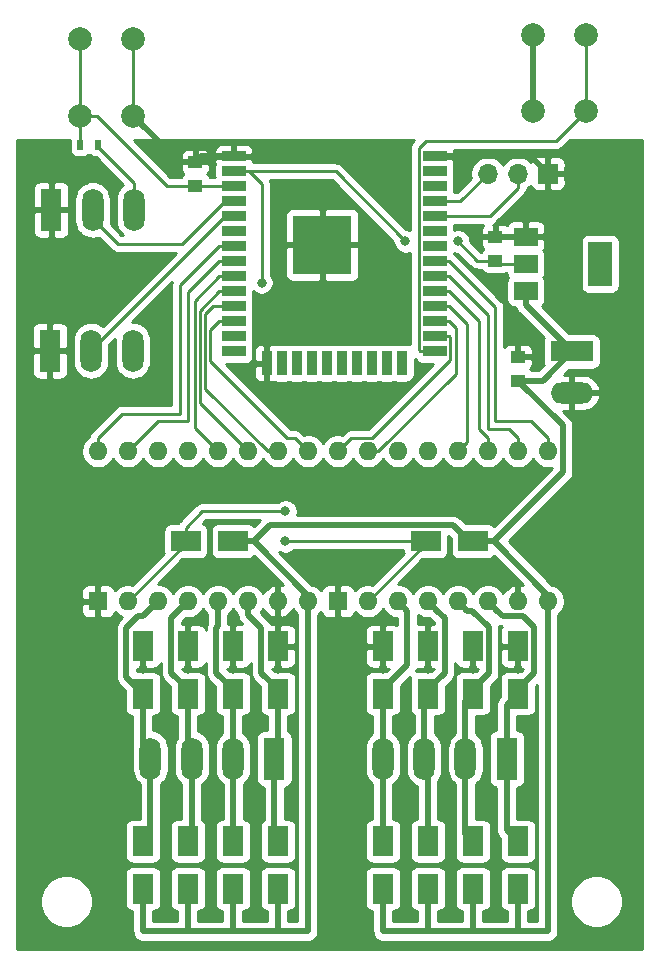
<source format=gbr>
G04 #@! TF.GenerationSoftware,KiCad,Pcbnew,(5.1.6)-1*
G04 #@! TF.CreationDate,2020-05-30T15:14:58+10:00*
G04 #@! TF.ProjectId,sand_drawing,73616e64-5f64-4726-9177-696e672e6b69,rev?*
G04 #@! TF.SameCoordinates,Original*
G04 #@! TF.FileFunction,Copper,L1,Top*
G04 #@! TF.FilePolarity,Positive*
%FSLAX46Y46*%
G04 Gerber Fmt 4.6, Leading zero omitted, Abs format (unit mm)*
G04 Created by KiCad (PCBNEW (5.1.6)-1) date 2020-05-30 15:14:58*
%MOMM*%
%LPD*%
G01*
G04 APERTURE LIST*
G04 #@! TA.AperFunction,SMDPad,CuDef*
%ADD10R,0.500000X0.900000*%
G04 #@! TD*
G04 #@! TA.AperFunction,ComponentPad*
%ADD11R,1.800000X3.600000*%
G04 #@! TD*
G04 #@! TA.AperFunction,ComponentPad*
%ADD12O,1.800000X3.600000*%
G04 #@! TD*
G04 #@! TA.AperFunction,ComponentPad*
%ADD13R,3.600000X1.800000*%
G04 #@! TD*
G04 #@! TA.AperFunction,ComponentPad*
%ADD14O,3.600000X1.800000*%
G04 #@! TD*
G04 #@! TA.AperFunction,SMDPad,CuDef*
%ADD15R,1.250000X1.000000*%
G04 #@! TD*
G04 #@! TA.AperFunction,ComponentPad*
%ADD16C,2.000000*%
G04 #@! TD*
G04 #@! TA.AperFunction,SMDPad,CuDef*
%ADD17R,2.000000X1.500000*%
G04 #@! TD*
G04 #@! TA.AperFunction,SMDPad,CuDef*
%ADD18R,2.000000X3.800000*%
G04 #@! TD*
G04 #@! TA.AperFunction,SMDPad,CuDef*
%ADD19R,2.500000X1.800000*%
G04 #@! TD*
G04 #@! TA.AperFunction,SMDPad,CuDef*
%ADD20R,1.800000X2.500000*%
G04 #@! TD*
G04 #@! TA.AperFunction,SMDPad,CuDef*
%ADD21R,2.000000X0.900000*%
G04 #@! TD*
G04 #@! TA.AperFunction,SMDPad,CuDef*
%ADD22R,0.900000X2.000000*%
G04 #@! TD*
G04 #@! TA.AperFunction,SMDPad,CuDef*
%ADD23R,5.000000X5.000000*%
G04 #@! TD*
G04 #@! TA.AperFunction,ComponentPad*
%ADD24R,1.700000X1.700000*%
G04 #@! TD*
G04 #@! TA.AperFunction,ComponentPad*
%ADD25O,1.700000X1.700000*%
G04 #@! TD*
G04 #@! TA.AperFunction,ComponentPad*
%ADD26R,1.600000X1.600000*%
G04 #@! TD*
G04 #@! TA.AperFunction,ComponentPad*
%ADD27O,1.600000X1.600000*%
G04 #@! TD*
G04 #@! TA.AperFunction,ViaPad*
%ADD28C,0.800000*%
G04 #@! TD*
G04 #@! TA.AperFunction,Conductor*
%ADD29C,0.508000*%
G04 #@! TD*
G04 #@! TA.AperFunction,Conductor*
%ADD30C,0.250000*%
G04 #@! TD*
G04 #@! TA.AperFunction,Conductor*
%ADD31C,0.254000*%
G04 #@! TD*
G04 APERTURE END LIST*
D10*
X104134920Y-95316040D03*
X102634920Y-95316040D03*
D11*
X100188000Y-100853240D03*
D12*
X103688000Y-100853240D03*
X107188000Y-100853240D03*
D11*
X100076000Y-112776000D03*
D12*
X103576000Y-112776000D03*
X107076000Y-112776000D03*
D11*
X119085000Y-147320000D03*
D12*
X115585000Y-147320000D03*
X112085000Y-147320000D03*
X108585000Y-147320000D03*
D11*
X138755000Y-147320000D03*
D12*
X135255000Y-147320000D03*
X131755000Y-147320000D03*
X128255000Y-147320000D03*
D13*
X144272000Y-112832000D03*
D14*
X144272000Y-116332000D03*
D15*
X112395000Y-98790000D03*
X112395000Y-96790000D03*
X137795000Y-105140000D03*
X137795000Y-103140000D03*
X139700000Y-115300000D03*
X139700000Y-113300000D03*
D16*
X140950000Y-86010000D03*
X145450000Y-86010000D03*
X140950000Y-92510000D03*
X145450000Y-92510000D03*
X107116000Y-92860000D03*
X102616000Y-92860000D03*
X107116000Y-86360000D03*
X102616000Y-86360000D03*
D17*
X140360000Y-103110000D03*
X140360000Y-107710000D03*
X140360000Y-105410000D03*
D18*
X146660000Y-105410000D03*
D19*
X131890000Y-128905000D03*
X135890000Y-128905000D03*
X111570000Y-128905000D03*
X115570000Y-128905000D03*
D20*
X128270000Y-154305000D03*
X128270000Y-158305000D03*
X132080000Y-154305000D03*
X132080000Y-158305000D03*
X135890000Y-154305000D03*
X135890000Y-158305000D03*
X139700000Y-154305000D03*
X139700000Y-158305000D03*
X128270000Y-137795000D03*
X128270000Y-141795000D03*
X132080000Y-137795000D03*
X132080000Y-141795000D03*
X135890000Y-137795000D03*
X135890000Y-141795000D03*
X139700000Y-137795000D03*
X139700000Y-141795000D03*
X107950000Y-154305000D03*
X107950000Y-158305000D03*
X111760000Y-154305000D03*
X111760000Y-158305000D03*
X115570000Y-154305000D03*
X115570000Y-158305000D03*
X119380000Y-154305000D03*
X119380000Y-158305000D03*
X107950000Y-137795000D03*
X107950000Y-141795000D03*
X111760000Y-137795000D03*
X111760000Y-141795000D03*
X115570000Y-137795000D03*
X115570000Y-141795000D03*
X119380000Y-137795000D03*
X119380000Y-141795000D03*
D21*
X132640000Y-96315000D03*
X132640000Y-97585000D03*
X132640000Y-98855000D03*
X132640000Y-100125000D03*
X132640000Y-101395000D03*
X132640000Y-102665000D03*
X132640000Y-103935000D03*
X132640000Y-105205000D03*
X132640000Y-106475000D03*
X132640000Y-107745000D03*
X132640000Y-109015000D03*
X132640000Y-110285000D03*
X132640000Y-111555000D03*
X132640000Y-112825000D03*
D22*
X129855000Y-113825000D03*
X128585000Y-113825000D03*
X127315000Y-113825000D03*
X126045000Y-113825000D03*
X124775000Y-113825000D03*
X123505000Y-113825000D03*
X122235000Y-113825000D03*
X120965000Y-113825000D03*
X119695000Y-113825000D03*
X118425000Y-113825000D03*
D21*
X115640000Y-112825000D03*
X115640000Y-111555000D03*
X115640000Y-110285000D03*
X115640000Y-109015000D03*
X115640000Y-107745000D03*
X115640000Y-106475000D03*
X115640000Y-105205000D03*
X115640000Y-103935000D03*
X115640000Y-102665000D03*
X115640000Y-101395000D03*
X115640000Y-100125000D03*
X115640000Y-98855000D03*
X115640000Y-97585000D03*
X115640000Y-96315000D03*
D23*
X123140000Y-103815000D03*
D24*
X142240000Y-97790000D03*
D25*
X139700000Y-97790000D03*
X137160000Y-97790000D03*
D26*
X104140000Y-133985000D03*
D27*
X121920000Y-121285000D03*
X106680000Y-133985000D03*
X119380000Y-121285000D03*
X109220000Y-133985000D03*
X116840000Y-121285000D03*
X111760000Y-133985000D03*
X114300000Y-121285000D03*
X114300000Y-133985000D03*
X111760000Y-121285000D03*
X116840000Y-133985000D03*
X109220000Y-121285000D03*
X119380000Y-133985000D03*
X106680000Y-121285000D03*
X121920000Y-133985000D03*
X104140000Y-121285000D03*
D26*
X124460000Y-133985000D03*
D27*
X142240000Y-121285000D03*
X127000000Y-133985000D03*
X139700000Y-121285000D03*
X129540000Y-133985000D03*
X137160000Y-121285000D03*
X132080000Y-133985000D03*
X134620000Y-121285000D03*
X134620000Y-133985000D03*
X132080000Y-121285000D03*
X137160000Y-133985000D03*
X129540000Y-121285000D03*
X139700000Y-133985000D03*
X127000000Y-121285000D03*
X142240000Y-133985000D03*
X124460000Y-121285000D03*
D28*
X119380000Y-139700000D03*
X115570000Y-139700000D03*
X111760000Y-139700000D03*
X111760000Y-139700000D03*
X107950000Y-139700000D03*
X128270000Y-139700000D03*
X132080000Y-139700000D03*
X135890000Y-139700000D03*
X139700000Y-139700000D03*
X128066800Y-105186480D03*
X139527280Y-110911640D03*
X128371600Y-97094040D03*
X120015000Y-128905000D03*
X120015000Y-126365000D03*
X134620000Y-103505000D03*
X130175000Y-103505000D03*
X118000000Y-107000000D03*
D29*
X119380000Y-139700000D02*
X119380000Y-137795000D01*
X115570000Y-139700000D02*
X115570000Y-137795000D01*
X111760000Y-139700000D02*
X111760000Y-137795000D01*
X107950000Y-139700000D02*
X107950000Y-137795000D01*
X128270000Y-137795000D02*
X128270000Y-139700000D01*
X132080000Y-137795000D02*
X132080000Y-139700000D01*
X135890000Y-137795000D02*
X135890000Y-139700000D01*
X139700000Y-137795000D02*
X139700000Y-139700000D01*
X140950000Y-86010000D02*
X140950000Y-92510000D01*
X112870000Y-96315000D02*
X115640000Y-96315000D01*
X112395000Y-96790000D02*
X112870000Y-96315000D01*
X140765000Y-96315000D02*
X142240000Y-97790000D01*
X132640000Y-96315000D02*
X140765000Y-96315000D01*
D30*
X111570000Y-129095000D02*
X111570000Y-128905000D01*
X106680000Y-133985000D02*
X111570000Y-129095000D01*
X131890000Y-129095000D02*
X131890000Y-128905000D01*
X127000000Y-133985000D02*
X131890000Y-129095000D01*
X115435000Y-97790000D02*
X115640000Y-97585000D01*
X138065000Y-105410000D02*
X137795000Y-105140000D01*
X140360000Y-105410000D02*
X138065000Y-105410000D01*
X131890000Y-128905000D02*
X120015000Y-128905000D01*
X111570000Y-127755000D02*
X111570000Y-128905000D01*
X112960000Y-126365000D02*
X111570000Y-127755000D01*
X120015000Y-126365000D02*
X112960000Y-126365000D01*
X137795000Y-105140000D02*
X136255000Y-105140000D01*
X136255000Y-105140000D02*
X134620000Y-103505000D01*
X124255000Y-97585000D02*
X115640000Y-97585000D01*
X130175000Y-103505000D02*
X124255000Y-97585000D01*
X116890000Y-97585000D02*
X115640000Y-97585000D01*
X118000000Y-98695000D02*
X116890000Y-97585000D01*
X118000000Y-107000000D02*
X118000000Y-98695000D01*
X107188000Y-98552000D02*
X104140000Y-95504000D01*
X107188000Y-101600000D02*
X107188000Y-98552000D01*
X107188000Y-112664000D02*
X107076000Y-112776000D01*
D29*
X130339999Y-134784999D02*
X129540000Y-133985000D01*
X130339999Y-139375001D02*
X130339999Y-134784999D01*
X128270000Y-141795000D02*
X128270000Y-141445000D01*
X128270000Y-141445000D02*
X130339999Y-139375001D01*
X128270000Y-147305000D02*
X128255000Y-147320000D01*
X128270000Y-141795000D02*
X128270000Y-147305000D01*
X128255000Y-154290000D02*
X128270000Y-154305000D01*
X128255000Y-147320000D02*
X128255000Y-154290000D01*
X133488000Y-135393000D02*
X132879999Y-134784999D01*
X133488000Y-140037000D02*
X133488000Y-135393000D01*
X132080000Y-141445000D02*
X133488000Y-140037000D01*
X132879999Y-134784999D02*
X132080000Y-133985000D01*
X132080000Y-141795000D02*
X132080000Y-141445000D01*
X132080000Y-147645000D02*
X131755000Y-147320000D01*
X132080000Y-154305000D02*
X132080000Y-147645000D01*
X131755000Y-142120000D02*
X132080000Y-141795000D01*
X131755000Y-147320000D02*
X131755000Y-142120000D01*
X135419999Y-134784999D02*
X134620000Y-133985000D01*
X135847201Y-134784999D02*
X135419999Y-134784999D01*
X137244001Y-140090999D02*
X137244001Y-136181799D01*
X135890000Y-141445000D02*
X137244001Y-140090999D01*
X137244001Y-136181799D02*
X135847201Y-134784999D01*
X135890000Y-141795000D02*
X135890000Y-141445000D01*
X135255000Y-142430000D02*
X135890000Y-141795000D01*
X135255000Y-147320000D02*
X135255000Y-142430000D01*
X135255000Y-153670000D02*
X135890000Y-154305000D01*
X135255000Y-147320000D02*
X135255000Y-153670000D01*
X137959999Y-134784999D02*
X137160000Y-133985000D01*
X138414001Y-135239001D02*
X137959999Y-134784999D01*
X140111203Y-135239001D02*
X138414001Y-135239001D01*
X141054001Y-136181799D02*
X140111203Y-135239001D01*
X141054001Y-140090999D02*
X141054001Y-136181799D01*
X139700000Y-141445000D02*
X141054001Y-140090999D01*
X139700000Y-141795000D02*
X139700000Y-141445000D01*
X138755000Y-153360000D02*
X139700000Y-154305000D01*
X138755000Y-147320000D02*
X138755000Y-153360000D01*
X138755000Y-142740000D02*
X139700000Y-141795000D01*
X138755000Y-147320000D02*
X138755000Y-142740000D01*
X107950000Y-158305000D02*
X107950000Y-161925000D01*
X121920000Y-161925000D02*
X121920000Y-133985000D01*
X111760000Y-158305000D02*
X111760000Y-161925000D01*
X107950000Y-161925000D02*
X111760000Y-161925000D01*
X115570000Y-158305000D02*
X115570000Y-161925000D01*
X111760000Y-161925000D02*
X115570000Y-161925000D01*
X119380000Y-160063000D02*
X119380000Y-161925000D01*
X115570000Y-161925000D02*
X119380000Y-161925000D01*
X119380000Y-158305000D02*
X119380000Y-160063000D01*
X119380000Y-161925000D02*
X121920000Y-161925000D01*
X142240000Y-147302202D02*
X142240000Y-133985000D01*
X128270000Y-158305000D02*
X128270000Y-161925000D01*
X142240000Y-161925000D02*
X142240000Y-147302202D01*
X132080000Y-160063000D02*
X132080000Y-161925000D01*
X132080000Y-158305000D02*
X132080000Y-160063000D01*
X128270000Y-161925000D02*
X132080000Y-161925000D01*
X135890000Y-158305000D02*
X135890000Y-161925000D01*
X132080000Y-161925000D02*
X135890000Y-161925000D01*
X139700000Y-158305000D02*
X139700000Y-161925000D01*
X135890000Y-161925000D02*
X139700000Y-161925000D01*
X139700000Y-161925000D02*
X142240000Y-161925000D01*
X142240000Y-133497000D02*
X142240000Y-133985000D01*
X137648000Y-128905000D02*
X142240000Y-133497000D01*
X121920000Y-133497000D02*
X121920000Y-133985000D01*
X117328000Y-128905000D02*
X121920000Y-133497000D01*
X137648000Y-128905000D02*
X135890000Y-128905000D01*
X117328000Y-128905000D02*
X115570000Y-128905000D01*
X118682001Y-127550999D02*
X117328000Y-128905000D01*
X134185999Y-127550999D02*
X118682001Y-127550999D01*
X135540000Y-128905000D02*
X134185999Y-127550999D01*
X135890000Y-128905000D02*
X135540000Y-128905000D01*
X137648000Y-128905000D02*
X143494001Y-123058999D01*
X140360000Y-108920000D02*
X144272000Y-112832000D01*
X140360000Y-107710000D02*
X140360000Y-108920000D01*
X141804000Y-115300000D02*
X144272000Y-112832000D01*
X139700000Y-115300000D02*
X141804000Y-115300000D01*
X143494001Y-119094001D02*
X139700000Y-115300000D01*
X143494001Y-123058999D02*
X143494001Y-119094001D01*
X106542000Y-140387000D02*
X107950000Y-141795000D01*
X106542000Y-136235798D02*
X106542000Y-140387000D01*
X107538797Y-135239001D02*
X106542000Y-136235798D01*
X109220000Y-133985000D02*
X107965999Y-135239001D01*
X107965999Y-135239001D02*
X107538797Y-135239001D01*
X107950000Y-146685000D02*
X108585000Y-147320000D01*
X107950000Y-141795000D02*
X107950000Y-146685000D01*
X108585000Y-153670000D02*
X107950000Y-154305000D01*
X108585000Y-147320000D02*
X108585000Y-153670000D01*
X111760000Y-141445000D02*
X111760000Y-141795000D01*
X110352000Y-140037000D02*
X111760000Y-141445000D01*
X110352000Y-135393000D02*
X110352000Y-140037000D01*
X111760000Y-133985000D02*
X110352000Y-135393000D01*
X111760000Y-146995000D02*
X112085000Y-147320000D01*
X111760000Y-141795000D02*
X111760000Y-146995000D01*
X112085000Y-153980000D02*
X111760000Y-154305000D01*
X112085000Y-147320000D02*
X112085000Y-153980000D01*
X115570000Y-141445000D02*
X115570000Y-141795000D01*
X114162000Y-140037000D02*
X115570000Y-141445000D01*
X114162000Y-136235798D02*
X114162000Y-140037000D01*
X114300000Y-136097798D02*
X114162000Y-136235798D01*
X114300000Y-133985000D02*
X114300000Y-136097798D01*
X115570000Y-147305000D02*
X115585000Y-147320000D01*
X115570000Y-141795000D02*
X115570000Y-147305000D01*
X115585000Y-154290000D02*
X115570000Y-154305000D01*
X115585000Y-147320000D02*
X115585000Y-154290000D01*
X117972000Y-140037000D02*
X119380000Y-141445000D01*
X119380000Y-141445000D02*
X119380000Y-141795000D01*
X117972000Y-136248370D02*
X117972000Y-140037000D01*
X116840000Y-135116370D02*
X117972000Y-136248370D01*
X116840000Y-133985000D02*
X116840000Y-135116370D01*
X119380000Y-147025000D02*
X119085000Y-147320000D01*
X119380000Y-141795000D02*
X119380000Y-147025000D01*
X119085000Y-154010000D02*
X119380000Y-154305000D01*
X119085000Y-147320000D02*
X119085000Y-154010000D01*
D30*
X114874998Y-100125000D02*
X115640000Y-100125000D01*
X111274988Y-103725010D02*
X114874998Y-100125000D01*
X105813010Y-103725010D02*
X111274988Y-103725010D01*
X103688000Y-101600000D02*
X105813010Y-103725010D01*
X114874998Y-101395000D02*
X115640000Y-101395000D01*
X103576000Y-112693998D02*
X114874998Y-101395000D01*
X103576000Y-112776000D02*
X103576000Y-112693998D01*
X134415010Y-110810010D02*
X133890000Y-110285000D01*
X133890000Y-110285000D02*
X132640000Y-110285000D01*
X134415010Y-114744988D02*
X134415010Y-110810010D01*
X127000000Y-121285000D02*
X127874998Y-121285000D01*
X127874998Y-121285000D02*
X134415010Y-114744988D01*
X133890000Y-111555000D02*
X132640000Y-111555000D01*
X133965001Y-111630001D02*
X133890000Y-111555000D01*
X133965001Y-113535001D02*
X133965001Y-111630001D01*
X127340003Y-120159999D02*
X133965001Y-113535001D01*
X125585001Y-120159999D02*
X127340003Y-120159999D01*
X124460000Y-121285000D02*
X125585001Y-120159999D01*
X106680000Y-121285000D02*
X109220000Y-118745000D01*
X109220000Y-118745000D02*
X111760000Y-118745000D01*
X111760000Y-107835000D02*
X114390000Y-105205000D01*
X114390000Y-105205000D02*
X115640000Y-105205000D01*
X111760000Y-118745000D02*
X111760000Y-107835000D01*
X104140000Y-120153630D02*
X106183630Y-118110000D01*
X104140000Y-121285000D02*
X104140000Y-120153630D01*
X106183630Y-118110000D02*
X111125000Y-118110000D01*
X114390000Y-103935000D02*
X115640000Y-103935000D01*
X111125000Y-107200000D02*
X114390000Y-103935000D01*
X111125000Y-118110000D02*
X111125000Y-107200000D01*
X142240000Y-120153630D02*
X140831370Y-118745000D01*
X142240000Y-121285000D02*
X142240000Y-120153630D01*
X140831370Y-118745000D02*
X137795000Y-118745000D01*
X133890000Y-105205000D02*
X132640000Y-105205000D01*
X137795000Y-109110000D02*
X133890000Y-105205000D01*
X137795000Y-118745000D02*
X137795000Y-109110000D01*
X139700000Y-120153630D02*
X138926370Y-119380000D01*
X139700000Y-121285000D02*
X139700000Y-120153630D01*
X138926370Y-119380000D02*
X137160000Y-119380000D01*
X137160000Y-109745000D02*
X133890000Y-106475000D01*
X133890000Y-106475000D02*
X132640000Y-106475000D01*
X137160000Y-119380000D02*
X137160000Y-109745000D01*
X137160000Y-120153630D02*
X136386370Y-119380000D01*
X137160000Y-121285000D02*
X137160000Y-120153630D01*
X133890000Y-107745000D02*
X132640000Y-107745000D01*
X136386370Y-110241370D02*
X133890000Y-107745000D01*
X136386370Y-119380000D02*
X136386370Y-110241370D01*
X135419999Y-110544999D02*
X133890000Y-109015000D01*
X133890000Y-109015000D02*
X132640000Y-109015000D01*
X135419999Y-120485001D02*
X135419999Y-110544999D01*
X134620000Y-121285000D02*
X135419999Y-120485001D01*
X120794999Y-120159999D02*
X120159999Y-120159999D01*
X121920000Y-121285000D02*
X120794999Y-120159999D01*
X120159999Y-120159999D02*
X113665000Y-113665000D01*
X114390000Y-110285000D02*
X115640000Y-110285000D01*
X113665000Y-111010000D02*
X114390000Y-110285000D01*
X113665000Y-113665000D02*
X113665000Y-111010000D01*
X114390000Y-109015000D02*
X115640000Y-109015000D01*
X113885000Y-109015000D02*
X114390000Y-109015000D01*
X113214991Y-109685009D02*
X113885000Y-109015000D01*
X113214991Y-115994989D02*
X113214991Y-109685009D01*
X118505002Y-121285000D02*
X113214991Y-115994989D01*
X119380000Y-121285000D02*
X118505002Y-121285000D01*
X114390000Y-107745000D02*
X115640000Y-107745000D01*
X112764982Y-109370018D02*
X114390000Y-107745000D01*
X112764981Y-117209981D02*
X112764982Y-109370018D01*
X116840000Y-121285000D02*
X112764981Y-117209981D01*
X112314973Y-108550027D02*
X114390000Y-106475000D01*
X114390000Y-106475000D02*
X115640000Y-106475000D01*
X112314973Y-119299973D02*
X112314973Y-108550027D01*
X114300000Y-121285000D02*
X112314973Y-119299973D01*
X133890000Y-101395000D02*
X132640000Y-101395000D01*
X137297081Y-101395000D02*
X133890000Y-101395000D01*
X139700000Y-98992081D02*
X137297081Y-101395000D01*
X139700000Y-97790000D02*
X139700000Y-98992081D01*
X134825000Y-100125000D02*
X137160000Y-97790000D01*
X132640000Y-100125000D02*
X134825000Y-100125000D01*
X112750000Y-98855000D02*
X115640000Y-98855000D01*
X107116000Y-92860000D02*
X107116000Y-93511000D01*
X107116000Y-92860000D02*
X107116000Y-86360000D01*
D29*
X111046000Y-96790000D02*
X107116000Y-92860000D01*
X112395000Y-96790000D02*
X111046000Y-96790000D01*
D30*
X131314999Y-112749999D02*
X131314999Y-95604999D01*
X132640000Y-112825000D02*
X131390000Y-112825000D01*
X131314999Y-95604999D02*
X131919998Y-95000000D01*
X131390000Y-112825000D02*
X131314999Y-112749999D01*
X142960000Y-95000000D02*
X145450000Y-92510000D01*
X131919998Y-95000000D02*
X142960000Y-95000000D01*
X145450000Y-91095787D02*
X145450000Y-86010000D01*
X145450000Y-92510000D02*
X145450000Y-91095787D01*
X102616000Y-86360000D02*
X102616000Y-92860000D01*
X102616000Y-95480000D02*
X102640000Y-95504000D01*
X102616000Y-92860000D02*
X102616000Y-95480000D01*
X104030213Y-92860000D02*
X102616000Y-92860000D01*
X109960213Y-98790000D02*
X104030213Y-92860000D01*
X112395000Y-98790000D02*
X109960213Y-98790000D01*
D31*
G36*
X150165200Y-163449400D02*
G01*
X97301920Y-163449400D01*
X97301920Y-159179872D01*
X99215000Y-159179872D01*
X99215000Y-159620128D01*
X99300890Y-160051925D01*
X99469369Y-160458669D01*
X99713962Y-160824729D01*
X100025271Y-161136038D01*
X100391331Y-161380631D01*
X100798075Y-161549110D01*
X101229872Y-161635000D01*
X101670128Y-161635000D01*
X102101925Y-161549110D01*
X102508669Y-161380631D01*
X102874729Y-161136038D01*
X103186038Y-160824729D01*
X103430631Y-160458669D01*
X103599110Y-160051925D01*
X103685000Y-159620128D01*
X103685000Y-159179872D01*
X103599110Y-158748075D01*
X103430631Y-158341331D01*
X103186038Y-157975271D01*
X102874729Y-157663962D01*
X102508669Y-157419369D01*
X102101925Y-157250890D01*
X101670128Y-157165000D01*
X101229872Y-157165000D01*
X100798075Y-157250890D01*
X100391331Y-157419369D01*
X100025271Y-157663962D01*
X99713962Y-157975271D01*
X99469369Y-158341331D01*
X99300890Y-158748075D01*
X99215000Y-159179872D01*
X97301920Y-159179872D01*
X97301920Y-134785000D01*
X102701928Y-134785000D01*
X102714188Y-134909482D01*
X102750498Y-135029180D01*
X102809463Y-135139494D01*
X102888815Y-135236185D01*
X102985506Y-135315537D01*
X103095820Y-135374502D01*
X103215518Y-135410812D01*
X103340000Y-135423072D01*
X103854250Y-135420000D01*
X104013000Y-135261250D01*
X104013000Y-134112000D01*
X102863750Y-134112000D01*
X102705000Y-134270750D01*
X102701928Y-134785000D01*
X97301920Y-134785000D01*
X97301920Y-133185000D01*
X102701928Y-133185000D01*
X102705000Y-133699250D01*
X102863750Y-133858000D01*
X104013000Y-133858000D01*
X104013000Y-132708750D01*
X103854250Y-132550000D01*
X103340000Y-132546928D01*
X103215518Y-132559188D01*
X103095820Y-132595498D01*
X102985506Y-132654463D01*
X102888815Y-132733815D01*
X102809463Y-132830506D01*
X102750498Y-132940820D01*
X102714188Y-133060518D01*
X102701928Y-133185000D01*
X97301920Y-133185000D01*
X97301920Y-114576000D01*
X98537928Y-114576000D01*
X98550188Y-114700482D01*
X98586498Y-114820180D01*
X98645463Y-114930494D01*
X98724815Y-115027185D01*
X98821506Y-115106537D01*
X98931820Y-115165502D01*
X99051518Y-115201812D01*
X99176000Y-115214072D01*
X99790250Y-115211000D01*
X99949000Y-115052250D01*
X99949000Y-112903000D01*
X100203000Y-112903000D01*
X100203000Y-115052250D01*
X100361750Y-115211000D01*
X100976000Y-115214072D01*
X101100482Y-115201812D01*
X101220180Y-115165502D01*
X101330494Y-115106537D01*
X101427185Y-115027185D01*
X101506537Y-114930494D01*
X101565502Y-114820180D01*
X101601812Y-114700482D01*
X101614072Y-114576000D01*
X101611000Y-113061750D01*
X101452250Y-112903000D01*
X100203000Y-112903000D01*
X99949000Y-112903000D01*
X98699750Y-112903000D01*
X98541000Y-113061750D01*
X98537928Y-114576000D01*
X97301920Y-114576000D01*
X97301920Y-110976000D01*
X98537928Y-110976000D01*
X98541000Y-112490250D01*
X98699750Y-112649000D01*
X99949000Y-112649000D01*
X99949000Y-110499750D01*
X100203000Y-110499750D01*
X100203000Y-112649000D01*
X101452250Y-112649000D01*
X101611000Y-112490250D01*
X101614072Y-110976000D01*
X101601812Y-110851518D01*
X101565502Y-110731820D01*
X101506537Y-110621506D01*
X101427185Y-110524815D01*
X101330494Y-110445463D01*
X101220180Y-110386498D01*
X101100482Y-110350188D01*
X100976000Y-110337928D01*
X100361750Y-110341000D01*
X100203000Y-110499750D01*
X99949000Y-110499750D01*
X99790250Y-110341000D01*
X99176000Y-110337928D01*
X99051518Y-110350188D01*
X98931820Y-110386498D01*
X98821506Y-110445463D01*
X98724815Y-110524815D01*
X98645463Y-110621506D01*
X98586498Y-110731820D01*
X98550188Y-110851518D01*
X98537928Y-110976000D01*
X97301920Y-110976000D01*
X97301920Y-102653240D01*
X98649928Y-102653240D01*
X98662188Y-102777722D01*
X98698498Y-102897420D01*
X98757463Y-103007734D01*
X98836815Y-103104425D01*
X98933506Y-103183777D01*
X99043820Y-103242742D01*
X99163518Y-103279052D01*
X99288000Y-103291312D01*
X99902250Y-103288240D01*
X100061000Y-103129490D01*
X100061000Y-100980240D01*
X100315000Y-100980240D01*
X100315000Y-103129490D01*
X100473750Y-103288240D01*
X101088000Y-103291312D01*
X101212482Y-103279052D01*
X101332180Y-103242742D01*
X101442494Y-103183777D01*
X101539185Y-103104425D01*
X101618537Y-103007734D01*
X101677502Y-102897420D01*
X101713812Y-102777722D01*
X101726072Y-102653240D01*
X101723000Y-101138990D01*
X101564250Y-100980240D01*
X100315000Y-100980240D01*
X100061000Y-100980240D01*
X98811750Y-100980240D01*
X98653000Y-101138990D01*
X98649928Y-102653240D01*
X97301920Y-102653240D01*
X97301920Y-99053240D01*
X98649928Y-99053240D01*
X98653000Y-100567490D01*
X98811750Y-100726240D01*
X100061000Y-100726240D01*
X100061000Y-98576990D01*
X100315000Y-98576990D01*
X100315000Y-100726240D01*
X101564250Y-100726240D01*
X101723000Y-100567490D01*
X101726072Y-99053240D01*
X101713812Y-98928758D01*
X101677502Y-98809060D01*
X101618537Y-98698746D01*
X101539185Y-98602055D01*
X101442494Y-98522703D01*
X101332180Y-98463738D01*
X101212482Y-98427428D01*
X101088000Y-98415168D01*
X100473750Y-98418240D01*
X100315000Y-98576990D01*
X100061000Y-98576990D01*
X99902250Y-98418240D01*
X99288000Y-98415168D01*
X99163518Y-98427428D01*
X99043820Y-98463738D01*
X98933506Y-98522703D01*
X98836815Y-98602055D01*
X98757463Y-98698746D01*
X98698498Y-98809060D01*
X98662188Y-98928758D01*
X98649928Y-99053240D01*
X97301920Y-99053240D01*
X97301920Y-94955148D01*
X101746848Y-94953475D01*
X101746848Y-95766040D01*
X101759108Y-95890522D01*
X101795418Y-96010220D01*
X101854383Y-96120534D01*
X101933735Y-96217225D01*
X102030426Y-96296577D01*
X102140740Y-96355542D01*
X102260438Y-96391852D01*
X102384920Y-96404112D01*
X102884920Y-96404112D01*
X103009402Y-96391852D01*
X103129100Y-96355542D01*
X103239414Y-96296577D01*
X103336105Y-96217225D01*
X103384920Y-96157744D01*
X103433735Y-96217225D01*
X103530426Y-96296577D01*
X103640740Y-96355542D01*
X103760438Y-96391852D01*
X103884920Y-96404112D01*
X103965311Y-96404112D01*
X106276634Y-98715436D01*
X106097339Y-98862579D01*
X105905519Y-99096314D01*
X105762983Y-99362980D01*
X105675210Y-99652328D01*
X105653000Y-99877833D01*
X105653000Y-101828648D01*
X105675211Y-102054153D01*
X105762984Y-102343501D01*
X105905520Y-102610167D01*
X106097340Y-102843901D01*
X106244912Y-102965010D01*
X106127812Y-102965010D01*
X105202239Y-102039438D01*
X105223000Y-101828648D01*
X105223000Y-99877832D01*
X105200790Y-99652327D01*
X105113017Y-99362979D01*
X104970481Y-99096313D01*
X104778661Y-98862579D01*
X104544926Y-98670759D01*
X104278260Y-98528223D01*
X103988912Y-98440450D01*
X103688000Y-98410813D01*
X103387087Y-98440450D01*
X103097739Y-98528223D01*
X102831073Y-98670759D01*
X102597339Y-98862579D01*
X102405519Y-99096314D01*
X102262983Y-99362980D01*
X102175210Y-99652328D01*
X102153000Y-99877833D01*
X102153000Y-101828648D01*
X102175211Y-102054153D01*
X102262984Y-102343501D01*
X102405520Y-102610167D01*
X102597340Y-102843901D01*
X102831074Y-103035721D01*
X103097740Y-103178257D01*
X103387088Y-103266030D01*
X103688000Y-103295667D01*
X103988913Y-103266030D01*
X104211659Y-103198461D01*
X105249211Y-104236013D01*
X105273009Y-104265011D01*
X105302007Y-104288809D01*
X105388733Y-104359984D01*
X105520763Y-104430556D01*
X105664024Y-104474013D01*
X105775677Y-104485010D01*
X105775687Y-104485010D01*
X105813010Y-104488686D01*
X105850333Y-104485010D01*
X110710186Y-104485010D01*
X104525613Y-110669584D01*
X104432926Y-110593519D01*
X104166260Y-110450983D01*
X103876912Y-110363210D01*
X103576000Y-110333573D01*
X103275087Y-110363210D01*
X102985739Y-110450983D01*
X102719073Y-110593519D01*
X102485339Y-110785339D01*
X102293519Y-111019074D01*
X102150983Y-111285740D01*
X102063210Y-111575088D01*
X102041000Y-111800593D01*
X102041000Y-113751408D01*
X102063211Y-113976913D01*
X102150984Y-114266261D01*
X102293520Y-114532927D01*
X102485340Y-114766661D01*
X102719074Y-114958481D01*
X102985740Y-115101017D01*
X103275088Y-115188790D01*
X103576000Y-115218427D01*
X103876913Y-115188790D01*
X104166261Y-115101017D01*
X104432927Y-114958481D01*
X104666661Y-114766661D01*
X104858481Y-114532927D01*
X105001017Y-114266261D01*
X105088790Y-113976913D01*
X105111000Y-113751408D01*
X105111000Y-112233799D01*
X105541000Y-111803799D01*
X105541000Y-113751408D01*
X105563211Y-113976913D01*
X105650984Y-114266261D01*
X105793520Y-114532927D01*
X105985340Y-114766661D01*
X106219074Y-114958481D01*
X106485740Y-115101017D01*
X106775088Y-115188790D01*
X107076000Y-115218427D01*
X107376913Y-115188790D01*
X107666261Y-115101017D01*
X107932927Y-114958481D01*
X108166661Y-114766661D01*
X108358481Y-114532927D01*
X108501017Y-114266261D01*
X108588790Y-113976913D01*
X108611000Y-113751408D01*
X108611000Y-111800592D01*
X108588790Y-111575087D01*
X108501017Y-111285739D01*
X108358481Y-111019073D01*
X108166661Y-110785339D01*
X107932926Y-110593519D01*
X107666260Y-110450983D01*
X107376912Y-110363210D01*
X107076000Y-110333573D01*
X107004150Y-110340650D01*
X110411794Y-106933005D01*
X110392687Y-106995997D01*
X110375998Y-107051014D01*
X110365001Y-107162667D01*
X110361324Y-107200000D01*
X110365001Y-107237332D01*
X110365000Y-117350000D01*
X106220952Y-117350000D01*
X106183629Y-117346324D01*
X106146306Y-117350000D01*
X106146297Y-117350000D01*
X106034644Y-117360997D01*
X105891383Y-117404454D01*
X105759354Y-117475026D01*
X105643629Y-117569999D01*
X105619831Y-117598997D01*
X103628998Y-119589831D01*
X103600000Y-119613629D01*
X103576202Y-119642627D01*
X103576201Y-119642628D01*
X103505026Y-119729354D01*
X103434454Y-119861384D01*
X103416309Y-119921202D01*
X103390998Y-120004644D01*
X103389981Y-120014974D01*
X103385203Y-120063480D01*
X103225241Y-120170363D01*
X103025363Y-120370241D01*
X102868320Y-120605273D01*
X102760147Y-120866426D01*
X102705000Y-121143665D01*
X102705000Y-121426335D01*
X102760147Y-121703574D01*
X102868320Y-121964727D01*
X103025363Y-122199759D01*
X103225241Y-122399637D01*
X103460273Y-122556680D01*
X103721426Y-122664853D01*
X103998665Y-122720000D01*
X104281335Y-122720000D01*
X104558574Y-122664853D01*
X104819727Y-122556680D01*
X105054759Y-122399637D01*
X105254637Y-122199759D01*
X105410000Y-121967241D01*
X105565363Y-122199759D01*
X105765241Y-122399637D01*
X106000273Y-122556680D01*
X106261426Y-122664853D01*
X106538665Y-122720000D01*
X106821335Y-122720000D01*
X107098574Y-122664853D01*
X107359727Y-122556680D01*
X107594759Y-122399637D01*
X107794637Y-122199759D01*
X107950000Y-121967241D01*
X108105363Y-122199759D01*
X108305241Y-122399637D01*
X108540273Y-122556680D01*
X108801426Y-122664853D01*
X109078665Y-122720000D01*
X109361335Y-122720000D01*
X109638574Y-122664853D01*
X109899727Y-122556680D01*
X110134759Y-122399637D01*
X110334637Y-122199759D01*
X110490000Y-121967241D01*
X110645363Y-122199759D01*
X110845241Y-122399637D01*
X111080273Y-122556680D01*
X111341426Y-122664853D01*
X111618665Y-122720000D01*
X111901335Y-122720000D01*
X112178574Y-122664853D01*
X112439727Y-122556680D01*
X112674759Y-122399637D01*
X112874637Y-122199759D01*
X113030000Y-121967241D01*
X113185363Y-122199759D01*
X113385241Y-122399637D01*
X113620273Y-122556680D01*
X113881426Y-122664853D01*
X114158665Y-122720000D01*
X114441335Y-122720000D01*
X114718574Y-122664853D01*
X114979727Y-122556680D01*
X115214759Y-122399637D01*
X115414637Y-122199759D01*
X115570000Y-121967241D01*
X115725363Y-122199759D01*
X115925241Y-122399637D01*
X116160273Y-122556680D01*
X116421426Y-122664853D01*
X116698665Y-122720000D01*
X116981335Y-122720000D01*
X117258574Y-122664853D01*
X117519727Y-122556680D01*
X117754759Y-122399637D01*
X117954637Y-122199759D01*
X118110000Y-121967241D01*
X118265363Y-122199759D01*
X118465241Y-122399637D01*
X118700273Y-122556680D01*
X118961426Y-122664853D01*
X119238665Y-122720000D01*
X119521335Y-122720000D01*
X119798574Y-122664853D01*
X120059727Y-122556680D01*
X120294759Y-122399637D01*
X120494637Y-122199759D01*
X120650000Y-121967241D01*
X120805363Y-122199759D01*
X121005241Y-122399637D01*
X121240273Y-122556680D01*
X121501426Y-122664853D01*
X121778665Y-122720000D01*
X122061335Y-122720000D01*
X122338574Y-122664853D01*
X122599727Y-122556680D01*
X122834759Y-122399637D01*
X123034637Y-122199759D01*
X123190000Y-121967241D01*
X123345363Y-122199759D01*
X123545241Y-122399637D01*
X123780273Y-122556680D01*
X124041426Y-122664853D01*
X124318665Y-122720000D01*
X124601335Y-122720000D01*
X124878574Y-122664853D01*
X125139727Y-122556680D01*
X125374759Y-122399637D01*
X125574637Y-122199759D01*
X125730000Y-121967241D01*
X125885363Y-122199759D01*
X126085241Y-122399637D01*
X126320273Y-122556680D01*
X126581426Y-122664853D01*
X126858665Y-122720000D01*
X127141335Y-122720000D01*
X127418574Y-122664853D01*
X127679727Y-122556680D01*
X127914759Y-122399637D01*
X128114637Y-122199759D01*
X128270000Y-121967241D01*
X128425363Y-122199759D01*
X128625241Y-122399637D01*
X128860273Y-122556680D01*
X129121426Y-122664853D01*
X129398665Y-122720000D01*
X129681335Y-122720000D01*
X129958574Y-122664853D01*
X130219727Y-122556680D01*
X130454759Y-122399637D01*
X130654637Y-122199759D01*
X130810000Y-121967241D01*
X130965363Y-122199759D01*
X131165241Y-122399637D01*
X131400273Y-122556680D01*
X131661426Y-122664853D01*
X131938665Y-122720000D01*
X132221335Y-122720000D01*
X132498574Y-122664853D01*
X132759727Y-122556680D01*
X132994759Y-122399637D01*
X133194637Y-122199759D01*
X133350000Y-121967241D01*
X133505363Y-122199759D01*
X133705241Y-122399637D01*
X133940273Y-122556680D01*
X134201426Y-122664853D01*
X134478665Y-122720000D01*
X134761335Y-122720000D01*
X135038574Y-122664853D01*
X135299727Y-122556680D01*
X135534759Y-122399637D01*
X135734637Y-122199759D01*
X135890000Y-121967241D01*
X136045363Y-122199759D01*
X136245241Y-122399637D01*
X136480273Y-122556680D01*
X136741426Y-122664853D01*
X137018665Y-122720000D01*
X137301335Y-122720000D01*
X137578574Y-122664853D01*
X137839727Y-122556680D01*
X138074759Y-122399637D01*
X138274637Y-122199759D01*
X138430000Y-121967241D01*
X138585363Y-122199759D01*
X138785241Y-122399637D01*
X139020273Y-122556680D01*
X139281426Y-122664853D01*
X139558665Y-122720000D01*
X139841335Y-122720000D01*
X140118574Y-122664853D01*
X140379727Y-122556680D01*
X140614759Y-122399637D01*
X140814637Y-122199759D01*
X140970000Y-121967241D01*
X141125363Y-122199759D01*
X141325241Y-122399637D01*
X141560273Y-122556680D01*
X141821426Y-122664853D01*
X142098665Y-122720000D01*
X142381335Y-122720000D01*
X142605001Y-122675509D01*
X142605001Y-122690763D01*
X137659143Y-127636622D01*
X137591185Y-127553815D01*
X137494494Y-127474463D01*
X137384180Y-127415498D01*
X137264482Y-127379188D01*
X137140000Y-127366928D01*
X135259163Y-127366928D01*
X134845498Y-126953263D01*
X134817658Y-126919340D01*
X134682290Y-126808246D01*
X134527850Y-126725696D01*
X134360273Y-126674863D01*
X134229666Y-126661999D01*
X134229659Y-126661999D01*
X134185999Y-126657699D01*
X134142339Y-126661999D01*
X121011200Y-126661999D01*
X121050000Y-126466939D01*
X121050000Y-126263061D01*
X121010226Y-126063102D01*
X120932205Y-125874744D01*
X120818937Y-125705226D01*
X120674774Y-125561063D01*
X120505256Y-125447795D01*
X120316898Y-125369774D01*
X120116939Y-125330000D01*
X119913061Y-125330000D01*
X119713102Y-125369774D01*
X119524744Y-125447795D01*
X119355226Y-125561063D01*
X119311289Y-125605000D01*
X112997323Y-125605000D01*
X112960000Y-125601324D01*
X112922677Y-125605000D01*
X112922667Y-125605000D01*
X112811014Y-125615997D01*
X112667753Y-125659454D01*
X112535724Y-125730026D01*
X112419999Y-125824999D01*
X112396201Y-125853997D01*
X111059003Y-127191196D01*
X111029999Y-127214999D01*
X110974871Y-127282174D01*
X110935026Y-127330724D01*
X110915674Y-127366928D01*
X110320000Y-127366928D01*
X110195518Y-127379188D01*
X110075820Y-127415498D01*
X109965506Y-127474463D01*
X109868815Y-127553815D01*
X109789463Y-127650506D01*
X109730498Y-127760820D01*
X109694188Y-127880518D01*
X109681928Y-128005000D01*
X109681928Y-129805000D01*
X109691187Y-129899011D01*
X107003887Y-132586312D01*
X106821335Y-132550000D01*
X106538665Y-132550000D01*
X106261426Y-132605147D01*
X106000273Y-132713320D01*
X105765241Y-132870363D01*
X105566643Y-133068961D01*
X105565812Y-133060518D01*
X105529502Y-132940820D01*
X105470537Y-132830506D01*
X105391185Y-132733815D01*
X105294494Y-132654463D01*
X105184180Y-132595498D01*
X105064482Y-132559188D01*
X104940000Y-132546928D01*
X104425750Y-132550000D01*
X104267000Y-132708750D01*
X104267000Y-133858000D01*
X104287000Y-133858000D01*
X104287000Y-134112000D01*
X104267000Y-134112000D01*
X104267000Y-135261250D01*
X104425750Y-135420000D01*
X104940000Y-135423072D01*
X105064482Y-135410812D01*
X105184180Y-135374502D01*
X105294494Y-135315537D01*
X105391185Y-135236185D01*
X105470537Y-135139494D01*
X105529502Y-135029180D01*
X105565812Y-134909482D01*
X105566643Y-134901039D01*
X105765241Y-135099637D01*
X106000273Y-135256680D01*
X106186673Y-135333889D01*
X105944264Y-135576299D01*
X105910341Y-135604139D01*
X105799247Y-135739508D01*
X105716697Y-135893948D01*
X105665864Y-136061525D01*
X105653000Y-136192132D01*
X105653000Y-136192138D01*
X105648700Y-136235798D01*
X105653000Y-136279458D01*
X105653001Y-140343330D01*
X105648700Y-140387000D01*
X105665864Y-140561274D01*
X105716698Y-140728852D01*
X105799248Y-140883291D01*
X105870161Y-140969698D01*
X105910342Y-141018659D01*
X105944259Y-141046494D01*
X106411928Y-141514163D01*
X106411928Y-143045000D01*
X106424188Y-143169482D01*
X106460498Y-143289180D01*
X106519463Y-143399494D01*
X106598815Y-143496185D01*
X106695506Y-143575537D01*
X106805820Y-143634502D01*
X106925518Y-143670812D01*
X107050000Y-143683072D01*
X107061000Y-143683072D01*
X107061001Y-146232901D01*
X107050000Y-146344592D01*
X107050000Y-148295407D01*
X107072210Y-148520912D01*
X107159983Y-148810260D01*
X107302519Y-149076926D01*
X107494339Y-149310661D01*
X107696000Y-149476160D01*
X107696001Y-152416928D01*
X107050000Y-152416928D01*
X106925518Y-152429188D01*
X106805820Y-152465498D01*
X106695506Y-152524463D01*
X106598815Y-152603815D01*
X106519463Y-152700506D01*
X106460498Y-152810820D01*
X106424188Y-152930518D01*
X106411928Y-153055000D01*
X106411928Y-155555000D01*
X106424188Y-155679482D01*
X106460498Y-155799180D01*
X106519463Y-155909494D01*
X106598815Y-156006185D01*
X106695506Y-156085537D01*
X106805820Y-156144502D01*
X106925518Y-156180812D01*
X107050000Y-156193072D01*
X108850000Y-156193072D01*
X108974482Y-156180812D01*
X109094180Y-156144502D01*
X109204494Y-156085537D01*
X109301185Y-156006185D01*
X109380537Y-155909494D01*
X109439502Y-155799180D01*
X109475812Y-155679482D01*
X109488072Y-155555000D01*
X109488072Y-153055000D01*
X109475812Y-152930518D01*
X109474000Y-152924545D01*
X109474000Y-149476159D01*
X109675661Y-149310661D01*
X109867481Y-149076927D01*
X110010017Y-148810261D01*
X110097790Y-148520913D01*
X110120000Y-148295408D01*
X110120000Y-146344592D01*
X110097790Y-146119087D01*
X110010017Y-145829739D01*
X109867481Y-145563073D01*
X109675661Y-145329339D01*
X109441927Y-145137519D01*
X109175261Y-144994983D01*
X108885913Y-144907210D01*
X108839000Y-144902590D01*
X108839000Y-143683072D01*
X108850000Y-143683072D01*
X108974482Y-143670812D01*
X109094180Y-143634502D01*
X109204494Y-143575537D01*
X109301185Y-143496185D01*
X109380537Y-143399494D01*
X109439502Y-143289180D01*
X109475812Y-143169482D01*
X109488072Y-143045000D01*
X109488072Y-140545000D01*
X109475812Y-140420518D01*
X109439502Y-140300820D01*
X109380537Y-140190506D01*
X109301185Y-140093815D01*
X109204494Y-140014463D01*
X109094180Y-139955498D01*
X108974482Y-139919188D01*
X108850000Y-139906928D01*
X107431000Y-139906928D01*
X107431000Y-139681167D01*
X107664250Y-139680000D01*
X107823000Y-139521250D01*
X107823000Y-137922000D01*
X107803000Y-137922000D01*
X107803000Y-137668000D01*
X107823000Y-137668000D01*
X107823000Y-137648000D01*
X108077000Y-137648000D01*
X108077000Y-137668000D01*
X108097000Y-137668000D01*
X108097000Y-137922000D01*
X108077000Y-137922000D01*
X108077000Y-139521250D01*
X108235750Y-139680000D01*
X108850000Y-139683072D01*
X108974482Y-139670812D01*
X109094180Y-139634502D01*
X109204494Y-139575537D01*
X109301185Y-139496185D01*
X109380537Y-139399494D01*
X109439502Y-139289180D01*
X109463001Y-139211715D01*
X109463001Y-139993330D01*
X109458700Y-140037000D01*
X109475864Y-140211274D01*
X109526698Y-140378852D01*
X109609247Y-140533290D01*
X109609248Y-140533291D01*
X109720342Y-140668659D01*
X109754259Y-140696494D01*
X110221928Y-141164163D01*
X110221928Y-143045000D01*
X110234188Y-143169482D01*
X110270498Y-143289180D01*
X110329463Y-143399494D01*
X110408815Y-143496185D01*
X110505506Y-143575537D01*
X110615820Y-143634502D01*
X110735518Y-143670812D01*
X110860000Y-143683072D01*
X110871000Y-143683072D01*
X110871001Y-145479629D01*
X110802520Y-145563073D01*
X110659984Y-145829739D01*
X110572211Y-146119087D01*
X110550000Y-146344592D01*
X110550000Y-148295407D01*
X110572210Y-148520912D01*
X110659983Y-148810260D01*
X110802519Y-149076926D01*
X110994339Y-149310661D01*
X111196000Y-149476160D01*
X111196001Y-152416928D01*
X110860000Y-152416928D01*
X110735518Y-152429188D01*
X110615820Y-152465498D01*
X110505506Y-152524463D01*
X110408815Y-152603815D01*
X110329463Y-152700506D01*
X110270498Y-152810820D01*
X110234188Y-152930518D01*
X110221928Y-153055000D01*
X110221928Y-155555000D01*
X110234188Y-155679482D01*
X110270498Y-155799180D01*
X110329463Y-155909494D01*
X110408815Y-156006185D01*
X110505506Y-156085537D01*
X110615820Y-156144502D01*
X110735518Y-156180812D01*
X110860000Y-156193072D01*
X112660000Y-156193072D01*
X112784482Y-156180812D01*
X112904180Y-156144502D01*
X113014494Y-156085537D01*
X113111185Y-156006185D01*
X113190537Y-155909494D01*
X113249502Y-155799180D01*
X113285812Y-155679482D01*
X113298072Y-155555000D01*
X113298072Y-153055000D01*
X113285812Y-152930518D01*
X113249502Y-152810820D01*
X113190537Y-152700506D01*
X113111185Y-152603815D01*
X113014494Y-152524463D01*
X112974000Y-152502818D01*
X112974000Y-149476159D01*
X113175661Y-149310661D01*
X113367481Y-149076927D01*
X113510017Y-148810261D01*
X113597790Y-148520913D01*
X113620000Y-148295408D01*
X113620000Y-146344592D01*
X113597790Y-146119087D01*
X113510017Y-145829739D01*
X113367481Y-145563073D01*
X113175661Y-145329339D01*
X112941927Y-145137519D01*
X112675261Y-144994983D01*
X112649000Y-144987017D01*
X112649000Y-143683072D01*
X112660000Y-143683072D01*
X112784482Y-143670812D01*
X112904180Y-143634502D01*
X113014494Y-143575537D01*
X113111185Y-143496185D01*
X113190537Y-143399494D01*
X113249502Y-143289180D01*
X113285812Y-143169482D01*
X113298072Y-143045000D01*
X113298072Y-140545000D01*
X113285812Y-140420518D01*
X113249502Y-140300820D01*
X113190537Y-140190506D01*
X113111185Y-140093815D01*
X113014494Y-140014463D01*
X112904180Y-139955498D01*
X112784482Y-139919188D01*
X112660000Y-139906928D01*
X111479163Y-139906928D01*
X111253340Y-139681105D01*
X111474250Y-139680000D01*
X111633000Y-139521250D01*
X111633000Y-137922000D01*
X111613000Y-137922000D01*
X111613000Y-137668000D01*
X111633000Y-137668000D01*
X111633000Y-136068750D01*
X111474250Y-135910000D01*
X111241000Y-135908833D01*
X111241000Y-135761235D01*
X111588280Y-135413956D01*
X111618665Y-135420000D01*
X111901335Y-135420000D01*
X112178574Y-135364853D01*
X112439727Y-135256680D01*
X112674759Y-135099637D01*
X112874637Y-134899759D01*
X113030000Y-134667241D01*
X113185363Y-134899759D01*
X113385241Y-135099637D01*
X113411001Y-135116849D01*
X113411001Y-135754935D01*
X113336697Y-135893948D01*
X113285864Y-136061525D01*
X113273000Y-136192132D01*
X113273000Y-136192138D01*
X113268700Y-136235798D01*
X113273000Y-136279458D01*
X113273000Y-136378283D01*
X113249502Y-136300820D01*
X113190537Y-136190506D01*
X113111185Y-136093815D01*
X113014494Y-136014463D01*
X112904180Y-135955498D01*
X112784482Y-135919188D01*
X112660000Y-135906928D01*
X112045750Y-135910000D01*
X111887000Y-136068750D01*
X111887000Y-137668000D01*
X111907000Y-137668000D01*
X111907000Y-137922000D01*
X111887000Y-137922000D01*
X111887000Y-139521250D01*
X112045750Y-139680000D01*
X112660000Y-139683072D01*
X112784482Y-139670812D01*
X112904180Y-139634502D01*
X113014494Y-139575537D01*
X113111185Y-139496185D01*
X113190537Y-139399494D01*
X113249502Y-139289180D01*
X113273001Y-139211715D01*
X113273001Y-139993330D01*
X113268700Y-140037000D01*
X113285864Y-140211274D01*
X113336698Y-140378852D01*
X113419247Y-140533290D01*
X113419248Y-140533291D01*
X113530342Y-140668659D01*
X113564259Y-140696494D01*
X114031928Y-141164163D01*
X114031928Y-143045000D01*
X114044188Y-143169482D01*
X114080498Y-143289180D01*
X114139463Y-143399494D01*
X114218815Y-143496185D01*
X114315506Y-143575537D01*
X114425820Y-143634502D01*
X114545518Y-143670812D01*
X114670000Y-143683072D01*
X114681000Y-143683072D01*
X114681001Y-145176151D01*
X114494340Y-145329339D01*
X114302520Y-145563073D01*
X114159984Y-145829739D01*
X114072211Y-146119087D01*
X114050000Y-146344592D01*
X114050000Y-148295407D01*
X114072210Y-148520912D01*
X114159983Y-148810260D01*
X114302519Y-149076926D01*
X114494339Y-149310661D01*
X114696000Y-149476160D01*
X114696001Y-152416928D01*
X114670000Y-152416928D01*
X114545518Y-152429188D01*
X114425820Y-152465498D01*
X114315506Y-152524463D01*
X114218815Y-152603815D01*
X114139463Y-152700506D01*
X114080498Y-152810820D01*
X114044188Y-152930518D01*
X114031928Y-153055000D01*
X114031928Y-155555000D01*
X114044188Y-155679482D01*
X114080498Y-155799180D01*
X114139463Y-155909494D01*
X114218815Y-156006185D01*
X114315506Y-156085537D01*
X114425820Y-156144502D01*
X114545518Y-156180812D01*
X114670000Y-156193072D01*
X116470000Y-156193072D01*
X116594482Y-156180812D01*
X116714180Y-156144502D01*
X116824494Y-156085537D01*
X116921185Y-156006185D01*
X117000537Y-155909494D01*
X117059502Y-155799180D01*
X117095812Y-155679482D01*
X117108072Y-155555000D01*
X117108072Y-153055000D01*
X117095812Y-152930518D01*
X117059502Y-152810820D01*
X117000537Y-152700506D01*
X116921185Y-152603815D01*
X116824494Y-152524463D01*
X116714180Y-152465498D01*
X116594482Y-152429188D01*
X116474000Y-152417322D01*
X116474000Y-149476159D01*
X116675661Y-149310661D01*
X116867481Y-149076927D01*
X117010017Y-148810261D01*
X117097790Y-148520913D01*
X117120000Y-148295408D01*
X117120000Y-146344592D01*
X117097790Y-146119087D01*
X117010017Y-145829739D01*
X116867481Y-145563073D01*
X116675661Y-145329339D01*
X116459000Y-145151530D01*
X116459000Y-143683072D01*
X116470000Y-143683072D01*
X116594482Y-143670812D01*
X116714180Y-143634502D01*
X116824494Y-143575537D01*
X116921185Y-143496185D01*
X117000537Y-143399494D01*
X117059502Y-143289180D01*
X117095812Y-143169482D01*
X117108072Y-143045000D01*
X117108072Y-140545000D01*
X117095812Y-140420518D01*
X117059502Y-140300820D01*
X117000537Y-140190506D01*
X116921185Y-140093815D01*
X116824494Y-140014463D01*
X116714180Y-139955498D01*
X116594482Y-139919188D01*
X116470000Y-139906928D01*
X115289163Y-139906928D01*
X115063340Y-139681105D01*
X115284250Y-139680000D01*
X115443000Y-139521250D01*
X115443000Y-137922000D01*
X115423000Y-137922000D01*
X115423000Y-137668000D01*
X115443000Y-137668000D01*
X115443000Y-136068750D01*
X115284250Y-135910000D01*
X115189000Y-135909524D01*
X115189000Y-135116849D01*
X115214759Y-135099637D01*
X115414637Y-134899759D01*
X115570000Y-134667241D01*
X115725363Y-134899759D01*
X115925241Y-135099637D01*
X115946921Y-135114123D01*
X115946700Y-135116370D01*
X115963864Y-135290644D01*
X116014698Y-135458222D01*
X116051862Y-135527750D01*
X116097248Y-135612661D01*
X116208342Y-135748029D01*
X116242259Y-135775864D01*
X116373804Y-135907409D01*
X115855750Y-135910000D01*
X115697000Y-136068750D01*
X115697000Y-137668000D01*
X115717000Y-137668000D01*
X115717000Y-137922000D01*
X115697000Y-137922000D01*
X115697000Y-139521250D01*
X115855750Y-139680000D01*
X116470000Y-139683072D01*
X116594482Y-139670812D01*
X116714180Y-139634502D01*
X116824494Y-139575537D01*
X116921185Y-139496185D01*
X117000537Y-139399494D01*
X117059502Y-139289180D01*
X117083001Y-139211715D01*
X117083001Y-139993330D01*
X117078700Y-140037000D01*
X117095864Y-140211274D01*
X117146698Y-140378852D01*
X117229247Y-140533290D01*
X117229248Y-140533291D01*
X117340342Y-140668659D01*
X117374259Y-140696494D01*
X117841928Y-141164163D01*
X117841928Y-143045000D01*
X117854188Y-143169482D01*
X117890498Y-143289180D01*
X117949463Y-143399494D01*
X118028815Y-143496185D01*
X118125506Y-143575537D01*
X118235820Y-143634502D01*
X118355518Y-143670812D01*
X118480000Y-143683072D01*
X118491000Y-143683072D01*
X118491001Y-144881928D01*
X118185000Y-144881928D01*
X118060518Y-144894188D01*
X117940820Y-144930498D01*
X117830506Y-144989463D01*
X117733815Y-145068815D01*
X117654463Y-145165506D01*
X117595498Y-145275820D01*
X117559188Y-145395518D01*
X117546928Y-145520000D01*
X117546928Y-149120000D01*
X117559188Y-149244482D01*
X117595498Y-149364180D01*
X117654463Y-149474494D01*
X117733815Y-149571185D01*
X117830506Y-149650537D01*
X117940820Y-149709502D01*
X118060518Y-149745812D01*
X118185000Y-149758072D01*
X118196000Y-149758072D01*
X118196001Y-152486782D01*
X118125506Y-152524463D01*
X118028815Y-152603815D01*
X117949463Y-152700506D01*
X117890498Y-152810820D01*
X117854188Y-152930518D01*
X117841928Y-153055000D01*
X117841928Y-155555000D01*
X117854188Y-155679482D01*
X117890498Y-155799180D01*
X117949463Y-155909494D01*
X118028815Y-156006185D01*
X118125506Y-156085537D01*
X118235820Y-156144502D01*
X118355518Y-156180812D01*
X118480000Y-156193072D01*
X120280000Y-156193072D01*
X120404482Y-156180812D01*
X120524180Y-156144502D01*
X120634494Y-156085537D01*
X120731185Y-156006185D01*
X120810537Y-155909494D01*
X120869502Y-155799180D01*
X120905812Y-155679482D01*
X120918072Y-155555000D01*
X120918072Y-153055000D01*
X120905812Y-152930518D01*
X120869502Y-152810820D01*
X120810537Y-152700506D01*
X120731185Y-152603815D01*
X120634494Y-152524463D01*
X120524180Y-152465498D01*
X120404482Y-152429188D01*
X120280000Y-152416928D01*
X119974000Y-152416928D01*
X119974000Y-149758072D01*
X119985000Y-149758072D01*
X120109482Y-149745812D01*
X120229180Y-149709502D01*
X120339494Y-149650537D01*
X120436185Y-149571185D01*
X120515537Y-149474494D01*
X120574502Y-149364180D01*
X120610812Y-149244482D01*
X120623072Y-149120000D01*
X120623072Y-145520000D01*
X120610812Y-145395518D01*
X120574502Y-145275820D01*
X120515537Y-145165506D01*
X120436185Y-145068815D01*
X120339494Y-144989463D01*
X120269000Y-144951783D01*
X120269000Y-143683072D01*
X120280000Y-143683072D01*
X120404482Y-143670812D01*
X120524180Y-143634502D01*
X120634494Y-143575537D01*
X120731185Y-143496185D01*
X120810537Y-143399494D01*
X120869502Y-143289180D01*
X120905812Y-143169482D01*
X120918072Y-143045000D01*
X120918072Y-140545000D01*
X120905812Y-140420518D01*
X120869502Y-140300820D01*
X120810537Y-140190506D01*
X120731185Y-140093815D01*
X120634494Y-140014463D01*
X120524180Y-139955498D01*
X120404482Y-139919188D01*
X120280000Y-139906928D01*
X119099163Y-139906928D01*
X118873340Y-139681105D01*
X119094250Y-139680000D01*
X119253000Y-139521250D01*
X119253000Y-137922000D01*
X119507000Y-137922000D01*
X119507000Y-139521250D01*
X119665750Y-139680000D01*
X120280000Y-139683072D01*
X120404482Y-139670812D01*
X120524180Y-139634502D01*
X120634494Y-139575537D01*
X120731185Y-139496185D01*
X120810537Y-139399494D01*
X120869502Y-139289180D01*
X120905812Y-139169482D01*
X120918072Y-139045000D01*
X120915000Y-138080750D01*
X120756250Y-137922000D01*
X119507000Y-137922000D01*
X119253000Y-137922000D01*
X119233000Y-137922000D01*
X119233000Y-137668000D01*
X119253000Y-137668000D01*
X119253000Y-136068750D01*
X119507000Y-136068750D01*
X119507000Y-137668000D01*
X120756250Y-137668000D01*
X120915000Y-137509250D01*
X120918072Y-136545000D01*
X120905812Y-136420518D01*
X120869502Y-136300820D01*
X120810537Y-136190506D01*
X120731185Y-136093815D01*
X120634494Y-136014463D01*
X120524180Y-135955498D01*
X120404482Y-135919188D01*
X120280000Y-135906928D01*
X119665750Y-135910000D01*
X119507000Y-136068750D01*
X119253000Y-136068750D01*
X119094250Y-135910000D01*
X118797909Y-135908518D01*
X118797303Y-135906519D01*
X118714753Y-135752079D01*
X118603659Y-135616711D01*
X118569743Y-135588877D01*
X117917631Y-134936765D01*
X117954637Y-134899759D01*
X118111680Y-134664727D01*
X118116067Y-134654135D01*
X118227615Y-134840131D01*
X118416586Y-135048519D01*
X118642580Y-135216037D01*
X118896913Y-135336246D01*
X119030961Y-135376904D01*
X119253000Y-135254915D01*
X119253000Y-134112000D01*
X119233000Y-134112000D01*
X119233000Y-133858000D01*
X119253000Y-133858000D01*
X119253000Y-132715085D01*
X119030961Y-132593096D01*
X118896913Y-132633754D01*
X118642580Y-132753963D01*
X118416586Y-132921481D01*
X118227615Y-133129869D01*
X118116067Y-133315865D01*
X118111680Y-133305273D01*
X117954637Y-133070241D01*
X117754759Y-132870363D01*
X117519727Y-132713320D01*
X117258574Y-132605147D01*
X116981335Y-132550000D01*
X116698665Y-132550000D01*
X116421426Y-132605147D01*
X116160273Y-132713320D01*
X115925241Y-132870363D01*
X115725363Y-133070241D01*
X115570000Y-133302759D01*
X115414637Y-133070241D01*
X115214759Y-132870363D01*
X114979727Y-132713320D01*
X114718574Y-132605147D01*
X114441335Y-132550000D01*
X114158665Y-132550000D01*
X113881426Y-132605147D01*
X113620273Y-132713320D01*
X113385241Y-132870363D01*
X113185363Y-133070241D01*
X113030000Y-133302759D01*
X112874637Y-133070241D01*
X112674759Y-132870363D01*
X112439727Y-132713320D01*
X112178574Y-132605147D01*
X111901335Y-132550000D01*
X111618665Y-132550000D01*
X111341426Y-132605147D01*
X111080273Y-132713320D01*
X110845241Y-132870363D01*
X110645363Y-133070241D01*
X110490000Y-133302759D01*
X110334637Y-133070241D01*
X110134759Y-132870363D01*
X109899727Y-132713320D01*
X109638574Y-132605147D01*
X109361335Y-132550000D01*
X109189801Y-132550000D01*
X111296730Y-130443072D01*
X112820000Y-130443072D01*
X112944482Y-130430812D01*
X113064180Y-130394502D01*
X113174494Y-130335537D01*
X113271185Y-130256185D01*
X113350537Y-130159494D01*
X113409502Y-130049180D01*
X113445812Y-129929482D01*
X113458072Y-129805000D01*
X113458072Y-128005000D01*
X113445812Y-127880518D01*
X113409502Y-127760820D01*
X113350537Y-127650506D01*
X113271185Y-127553815D01*
X113174494Y-127474463D01*
X113064180Y-127415498D01*
X113002894Y-127396907D01*
X113274802Y-127125000D01*
X117850764Y-127125000D01*
X117339143Y-127636622D01*
X117271185Y-127553815D01*
X117174494Y-127474463D01*
X117064180Y-127415498D01*
X116944482Y-127379188D01*
X116820000Y-127366928D01*
X114320000Y-127366928D01*
X114195518Y-127379188D01*
X114075820Y-127415498D01*
X113965506Y-127474463D01*
X113868815Y-127553815D01*
X113789463Y-127650506D01*
X113730498Y-127760820D01*
X113694188Y-127880518D01*
X113681928Y-128005000D01*
X113681928Y-129805000D01*
X113694188Y-129929482D01*
X113730498Y-130049180D01*
X113789463Y-130159494D01*
X113868815Y-130256185D01*
X113965506Y-130335537D01*
X114075820Y-130394502D01*
X114195518Y-130430812D01*
X114320000Y-130443072D01*
X116820000Y-130443072D01*
X116944482Y-130430812D01*
X117064180Y-130394502D01*
X117174494Y-130335537D01*
X117271185Y-130256185D01*
X117339143Y-130173378D01*
X119771843Y-132606079D01*
X119729039Y-132593096D01*
X119507000Y-132715085D01*
X119507000Y-133858000D01*
X119527000Y-133858000D01*
X119527000Y-134112000D01*
X119507000Y-134112000D01*
X119507000Y-135254915D01*
X119729039Y-135376904D01*
X119863087Y-135336246D01*
X120117420Y-135216037D01*
X120343414Y-135048519D01*
X120532385Y-134840131D01*
X120643933Y-134654135D01*
X120648320Y-134664727D01*
X120805363Y-134899759D01*
X121005241Y-135099637D01*
X121031001Y-135116849D01*
X121031000Y-161036000D01*
X120269000Y-161036000D01*
X120269000Y-160193072D01*
X120280000Y-160193072D01*
X120404482Y-160180812D01*
X120524180Y-160144502D01*
X120634494Y-160085537D01*
X120731185Y-160006185D01*
X120810537Y-159909494D01*
X120869502Y-159799180D01*
X120905812Y-159679482D01*
X120918072Y-159555000D01*
X120918072Y-157055000D01*
X120905812Y-156930518D01*
X120869502Y-156810820D01*
X120810537Y-156700506D01*
X120731185Y-156603815D01*
X120634494Y-156524463D01*
X120524180Y-156465498D01*
X120404482Y-156429188D01*
X120280000Y-156416928D01*
X118480000Y-156416928D01*
X118355518Y-156429188D01*
X118235820Y-156465498D01*
X118125506Y-156524463D01*
X118028815Y-156603815D01*
X117949463Y-156700506D01*
X117890498Y-156810820D01*
X117854188Y-156930518D01*
X117841928Y-157055000D01*
X117841928Y-159555000D01*
X117854188Y-159679482D01*
X117890498Y-159799180D01*
X117949463Y-159909494D01*
X118028815Y-160006185D01*
X118125506Y-160085537D01*
X118235820Y-160144502D01*
X118355518Y-160180812D01*
X118480000Y-160193072D01*
X118491000Y-160193072D01*
X118491001Y-161036000D01*
X116459000Y-161036000D01*
X116459000Y-160193072D01*
X116470000Y-160193072D01*
X116594482Y-160180812D01*
X116714180Y-160144502D01*
X116824494Y-160085537D01*
X116921185Y-160006185D01*
X117000537Y-159909494D01*
X117059502Y-159799180D01*
X117095812Y-159679482D01*
X117108072Y-159555000D01*
X117108072Y-157055000D01*
X117095812Y-156930518D01*
X117059502Y-156810820D01*
X117000537Y-156700506D01*
X116921185Y-156603815D01*
X116824494Y-156524463D01*
X116714180Y-156465498D01*
X116594482Y-156429188D01*
X116470000Y-156416928D01*
X114670000Y-156416928D01*
X114545518Y-156429188D01*
X114425820Y-156465498D01*
X114315506Y-156524463D01*
X114218815Y-156603815D01*
X114139463Y-156700506D01*
X114080498Y-156810820D01*
X114044188Y-156930518D01*
X114031928Y-157055000D01*
X114031928Y-159555000D01*
X114044188Y-159679482D01*
X114080498Y-159799180D01*
X114139463Y-159909494D01*
X114218815Y-160006185D01*
X114315506Y-160085537D01*
X114425820Y-160144502D01*
X114545518Y-160180812D01*
X114670000Y-160193072D01*
X114681001Y-160193072D01*
X114681001Y-161036000D01*
X112649000Y-161036000D01*
X112649000Y-160193072D01*
X112660000Y-160193072D01*
X112784482Y-160180812D01*
X112904180Y-160144502D01*
X113014494Y-160085537D01*
X113111185Y-160006185D01*
X113190537Y-159909494D01*
X113249502Y-159799180D01*
X113285812Y-159679482D01*
X113298072Y-159555000D01*
X113298072Y-157055000D01*
X113285812Y-156930518D01*
X113249502Y-156810820D01*
X113190537Y-156700506D01*
X113111185Y-156603815D01*
X113014494Y-156524463D01*
X112904180Y-156465498D01*
X112784482Y-156429188D01*
X112660000Y-156416928D01*
X110860000Y-156416928D01*
X110735518Y-156429188D01*
X110615820Y-156465498D01*
X110505506Y-156524463D01*
X110408815Y-156603815D01*
X110329463Y-156700506D01*
X110270498Y-156810820D01*
X110234188Y-156930518D01*
X110221928Y-157055000D01*
X110221928Y-159555000D01*
X110234188Y-159679482D01*
X110270498Y-159799180D01*
X110329463Y-159909494D01*
X110408815Y-160006185D01*
X110505506Y-160085537D01*
X110615820Y-160144502D01*
X110735518Y-160180812D01*
X110860000Y-160193072D01*
X110871001Y-160193072D01*
X110871001Y-161036000D01*
X108839000Y-161036000D01*
X108839000Y-160193072D01*
X108850000Y-160193072D01*
X108974482Y-160180812D01*
X109094180Y-160144502D01*
X109204494Y-160085537D01*
X109301185Y-160006185D01*
X109380537Y-159909494D01*
X109439502Y-159799180D01*
X109475812Y-159679482D01*
X109488072Y-159555000D01*
X109488072Y-157055000D01*
X109475812Y-156930518D01*
X109439502Y-156810820D01*
X109380537Y-156700506D01*
X109301185Y-156603815D01*
X109204494Y-156524463D01*
X109094180Y-156465498D01*
X108974482Y-156429188D01*
X108850000Y-156416928D01*
X107050000Y-156416928D01*
X106925518Y-156429188D01*
X106805820Y-156465498D01*
X106695506Y-156524463D01*
X106598815Y-156603815D01*
X106519463Y-156700506D01*
X106460498Y-156810820D01*
X106424188Y-156930518D01*
X106411928Y-157055000D01*
X106411928Y-159555000D01*
X106424188Y-159679482D01*
X106460498Y-159799180D01*
X106519463Y-159909494D01*
X106598815Y-160006185D01*
X106695506Y-160085537D01*
X106805820Y-160144502D01*
X106925518Y-160180812D01*
X107050000Y-160193072D01*
X107061001Y-160193072D01*
X107061001Y-161881323D01*
X107056699Y-161925000D01*
X107073864Y-162099274D01*
X107124697Y-162266851D01*
X107207247Y-162421291D01*
X107318341Y-162556659D01*
X107453709Y-162667753D01*
X107608149Y-162750303D01*
X107775726Y-162801136D01*
X107906333Y-162814000D01*
X107950000Y-162818301D01*
X107993667Y-162814000D01*
X111716333Y-162814000D01*
X111760000Y-162818301D01*
X111803667Y-162814000D01*
X115526333Y-162814000D01*
X115570000Y-162818301D01*
X115613667Y-162814000D01*
X119336333Y-162814000D01*
X119380000Y-162818301D01*
X119423667Y-162814000D01*
X121876333Y-162814000D01*
X121920000Y-162818301D01*
X121963667Y-162814000D01*
X122094274Y-162801136D01*
X122261851Y-162750303D01*
X122416291Y-162667753D01*
X122551659Y-162556659D01*
X122662753Y-162421291D01*
X122745303Y-162266851D01*
X122796136Y-162099274D01*
X122813301Y-161925000D01*
X122809000Y-161881333D01*
X122809000Y-139045000D01*
X126731928Y-139045000D01*
X126744188Y-139169482D01*
X126780498Y-139289180D01*
X126839463Y-139399494D01*
X126918815Y-139496185D01*
X127015506Y-139575537D01*
X127125820Y-139634502D01*
X127245518Y-139670812D01*
X127370000Y-139683072D01*
X127984250Y-139680000D01*
X128143000Y-139521250D01*
X128143000Y-137922000D01*
X126893750Y-137922000D01*
X126735000Y-138080750D01*
X126731928Y-139045000D01*
X122809000Y-139045000D01*
X122809000Y-136545000D01*
X126731928Y-136545000D01*
X126735000Y-137509250D01*
X126893750Y-137668000D01*
X128143000Y-137668000D01*
X128143000Y-136068750D01*
X127984250Y-135910000D01*
X127370000Y-135906928D01*
X127245518Y-135919188D01*
X127125820Y-135955498D01*
X127015506Y-136014463D01*
X126918815Y-136093815D01*
X126839463Y-136190506D01*
X126780498Y-136300820D01*
X126744188Y-136420518D01*
X126731928Y-136545000D01*
X122809000Y-136545000D01*
X122809000Y-135116849D01*
X122834759Y-135099637D01*
X123033357Y-134901039D01*
X123034188Y-134909482D01*
X123070498Y-135029180D01*
X123129463Y-135139494D01*
X123208815Y-135236185D01*
X123305506Y-135315537D01*
X123415820Y-135374502D01*
X123535518Y-135410812D01*
X123660000Y-135423072D01*
X124174250Y-135420000D01*
X124333000Y-135261250D01*
X124333000Y-134112000D01*
X124313000Y-134112000D01*
X124313000Y-133858000D01*
X124333000Y-133858000D01*
X124333000Y-132708750D01*
X124174250Y-132550000D01*
X123660000Y-132546928D01*
X123535518Y-132559188D01*
X123415820Y-132595498D01*
X123305506Y-132654463D01*
X123208815Y-132733815D01*
X123129463Y-132830506D01*
X123070498Y-132940820D01*
X123034188Y-133060518D01*
X123033357Y-133068961D01*
X122834759Y-132870363D01*
X122599727Y-132713320D01*
X122338574Y-132605147D01*
X122272175Y-132591939D01*
X119457528Y-129777293D01*
X119524744Y-129822205D01*
X119713102Y-129900226D01*
X119913061Y-129940000D01*
X120116939Y-129940000D01*
X120316898Y-129900226D01*
X120505256Y-129822205D01*
X120674774Y-129708937D01*
X120718711Y-129665000D01*
X130001928Y-129665000D01*
X130001928Y-129805000D01*
X130011187Y-129899011D01*
X127323887Y-132586312D01*
X127141335Y-132550000D01*
X126858665Y-132550000D01*
X126581426Y-132605147D01*
X126320273Y-132713320D01*
X126085241Y-132870363D01*
X125886643Y-133068961D01*
X125885812Y-133060518D01*
X125849502Y-132940820D01*
X125790537Y-132830506D01*
X125711185Y-132733815D01*
X125614494Y-132654463D01*
X125504180Y-132595498D01*
X125384482Y-132559188D01*
X125260000Y-132546928D01*
X124745750Y-132550000D01*
X124587000Y-132708750D01*
X124587000Y-133858000D01*
X124607000Y-133858000D01*
X124607000Y-134112000D01*
X124587000Y-134112000D01*
X124587000Y-135261250D01*
X124745750Y-135420000D01*
X125260000Y-135423072D01*
X125384482Y-135410812D01*
X125504180Y-135374502D01*
X125614494Y-135315537D01*
X125711185Y-135236185D01*
X125790537Y-135139494D01*
X125849502Y-135029180D01*
X125885812Y-134909482D01*
X125886643Y-134901039D01*
X126085241Y-135099637D01*
X126320273Y-135256680D01*
X126581426Y-135364853D01*
X126858665Y-135420000D01*
X127141335Y-135420000D01*
X127418574Y-135364853D01*
X127679727Y-135256680D01*
X127914759Y-135099637D01*
X128114637Y-134899759D01*
X128270000Y-134667241D01*
X128425363Y-134899759D01*
X128625241Y-135099637D01*
X128860273Y-135256680D01*
X129121426Y-135364853D01*
X129398665Y-135420000D01*
X129451000Y-135420000D01*
X129451000Y-135975179D01*
X129414180Y-135955498D01*
X129294482Y-135919188D01*
X129170000Y-135906928D01*
X128555750Y-135910000D01*
X128397000Y-136068750D01*
X128397000Y-137668000D01*
X128417000Y-137668000D01*
X128417000Y-137922000D01*
X128397000Y-137922000D01*
X128397000Y-139521250D01*
X128555750Y-139680000D01*
X128776660Y-139681105D01*
X128550837Y-139906928D01*
X127370000Y-139906928D01*
X127245518Y-139919188D01*
X127125820Y-139955498D01*
X127015506Y-140014463D01*
X126918815Y-140093815D01*
X126839463Y-140190506D01*
X126780498Y-140300820D01*
X126744188Y-140420518D01*
X126731928Y-140545000D01*
X126731928Y-143045000D01*
X126744188Y-143169482D01*
X126780498Y-143289180D01*
X126839463Y-143399494D01*
X126918815Y-143496185D01*
X127015506Y-143575537D01*
X127125820Y-143634502D01*
X127245518Y-143670812D01*
X127370000Y-143683072D01*
X127381000Y-143683072D01*
X127381001Y-145151531D01*
X127164340Y-145329339D01*
X126972520Y-145563073D01*
X126829984Y-145829739D01*
X126742211Y-146119087D01*
X126720000Y-146344592D01*
X126720000Y-148295407D01*
X126742210Y-148520912D01*
X126829983Y-148810260D01*
X126972519Y-149076926D01*
X127164339Y-149310661D01*
X127366000Y-149476160D01*
X127366001Y-152417322D01*
X127245518Y-152429188D01*
X127125820Y-152465498D01*
X127015506Y-152524463D01*
X126918815Y-152603815D01*
X126839463Y-152700506D01*
X126780498Y-152810820D01*
X126744188Y-152930518D01*
X126731928Y-153055000D01*
X126731928Y-155555000D01*
X126744188Y-155679482D01*
X126780498Y-155799180D01*
X126839463Y-155909494D01*
X126918815Y-156006185D01*
X127015506Y-156085537D01*
X127125820Y-156144502D01*
X127245518Y-156180812D01*
X127370000Y-156193072D01*
X129170000Y-156193072D01*
X129294482Y-156180812D01*
X129414180Y-156144502D01*
X129524494Y-156085537D01*
X129621185Y-156006185D01*
X129700537Y-155909494D01*
X129759502Y-155799180D01*
X129795812Y-155679482D01*
X129808072Y-155555000D01*
X129808072Y-153055000D01*
X129795812Y-152930518D01*
X129759502Y-152810820D01*
X129700537Y-152700506D01*
X129621185Y-152603815D01*
X129524494Y-152524463D01*
X129414180Y-152465498D01*
X129294482Y-152429188D01*
X129170000Y-152416928D01*
X129144000Y-152416928D01*
X129144000Y-149476159D01*
X129345661Y-149310661D01*
X129537481Y-149076927D01*
X129680017Y-148810261D01*
X129767790Y-148520913D01*
X129790000Y-148295408D01*
X129790000Y-146344592D01*
X129767790Y-146119087D01*
X129680017Y-145829739D01*
X129537481Y-145563073D01*
X129345661Y-145329339D01*
X129159000Y-145176151D01*
X129159000Y-143683072D01*
X129170000Y-143683072D01*
X129294482Y-143670812D01*
X129414180Y-143634502D01*
X129524494Y-143575537D01*
X129621185Y-143496185D01*
X129700537Y-143399494D01*
X129759502Y-143289180D01*
X129795812Y-143169482D01*
X129808072Y-143045000D01*
X129808072Y-141164163D01*
X130555264Y-140416972D01*
X130554188Y-140420518D01*
X130541928Y-140545000D01*
X130541928Y-143045000D01*
X130554188Y-143169482D01*
X130590498Y-143289180D01*
X130649463Y-143399494D01*
X130728815Y-143496185D01*
X130825506Y-143575537D01*
X130866001Y-143597182D01*
X130866000Y-145163841D01*
X130664340Y-145329339D01*
X130472520Y-145563073D01*
X130329984Y-145829739D01*
X130242211Y-146119087D01*
X130220000Y-146344592D01*
X130220000Y-148295407D01*
X130242210Y-148520912D01*
X130329983Y-148810260D01*
X130472519Y-149076926D01*
X130664339Y-149310661D01*
X130898073Y-149502481D01*
X131164739Y-149645017D01*
X131191001Y-149652983D01*
X131191000Y-152416928D01*
X131180000Y-152416928D01*
X131055518Y-152429188D01*
X130935820Y-152465498D01*
X130825506Y-152524463D01*
X130728815Y-152603815D01*
X130649463Y-152700506D01*
X130590498Y-152810820D01*
X130554188Y-152930518D01*
X130541928Y-153055000D01*
X130541928Y-155555000D01*
X130554188Y-155679482D01*
X130590498Y-155799180D01*
X130649463Y-155909494D01*
X130728815Y-156006185D01*
X130825506Y-156085537D01*
X130935820Y-156144502D01*
X131055518Y-156180812D01*
X131180000Y-156193072D01*
X132980000Y-156193072D01*
X133104482Y-156180812D01*
X133224180Y-156144502D01*
X133334494Y-156085537D01*
X133431185Y-156006185D01*
X133510537Y-155909494D01*
X133569502Y-155799180D01*
X133605812Y-155679482D01*
X133618072Y-155555000D01*
X133618072Y-153055000D01*
X133605812Y-152930518D01*
X133569502Y-152810820D01*
X133510537Y-152700506D01*
X133431185Y-152603815D01*
X133334494Y-152524463D01*
X133224180Y-152465498D01*
X133104482Y-152429188D01*
X132980000Y-152416928D01*
X132969000Y-152416928D01*
X132969000Y-149160372D01*
X133037481Y-149076927D01*
X133180017Y-148810261D01*
X133267790Y-148520913D01*
X133290000Y-148295408D01*
X133290000Y-146344592D01*
X133267790Y-146119087D01*
X133180017Y-145829739D01*
X133037481Y-145563073D01*
X132845661Y-145329339D01*
X132644000Y-145163841D01*
X132644000Y-143683072D01*
X132980000Y-143683072D01*
X133104482Y-143670812D01*
X133224180Y-143634502D01*
X133334494Y-143575537D01*
X133431185Y-143496185D01*
X133510537Y-143399494D01*
X133569502Y-143289180D01*
X133605812Y-143169482D01*
X133618072Y-143045000D01*
X133618072Y-141164164D01*
X134085743Y-140696493D01*
X134119659Y-140668659D01*
X134230753Y-140533291D01*
X134313303Y-140378851D01*
X134364136Y-140211274D01*
X134365217Y-140200304D01*
X134365771Y-140194675D01*
X134377000Y-140080667D01*
X134377000Y-140080660D01*
X134381300Y-140037000D01*
X134377000Y-139993340D01*
X134377000Y-139211717D01*
X134400498Y-139289180D01*
X134459463Y-139399494D01*
X134538815Y-139496185D01*
X134635506Y-139575537D01*
X134745820Y-139634502D01*
X134865518Y-139670812D01*
X134990000Y-139683072D01*
X135604250Y-139680000D01*
X135763000Y-139521250D01*
X135763000Y-137922000D01*
X135743000Y-137922000D01*
X135743000Y-137668000D01*
X135763000Y-137668000D01*
X135763000Y-137648000D01*
X136017000Y-137648000D01*
X136017000Y-137668000D01*
X136037000Y-137668000D01*
X136037000Y-137922000D01*
X136017000Y-137922000D01*
X136017000Y-139521250D01*
X136175750Y-139680000D01*
X136355001Y-139680896D01*
X136355001Y-139722763D01*
X136170836Y-139906928D01*
X134990000Y-139906928D01*
X134865518Y-139919188D01*
X134745820Y-139955498D01*
X134635506Y-140014463D01*
X134538815Y-140093815D01*
X134459463Y-140190506D01*
X134400498Y-140300820D01*
X134364188Y-140420518D01*
X134351928Y-140545000D01*
X134351928Y-143045000D01*
X134364188Y-143169482D01*
X134366001Y-143175458D01*
X134366000Y-145163841D01*
X134164340Y-145329339D01*
X133972520Y-145563073D01*
X133829984Y-145829739D01*
X133742211Y-146119087D01*
X133720000Y-146344592D01*
X133720000Y-148295407D01*
X133742210Y-148520912D01*
X133829983Y-148810260D01*
X133972519Y-149076926D01*
X134164339Y-149310661D01*
X134366000Y-149476160D01*
X134366001Y-152924542D01*
X134364188Y-152930518D01*
X134351928Y-153055000D01*
X134351928Y-155555000D01*
X134364188Y-155679482D01*
X134400498Y-155799180D01*
X134459463Y-155909494D01*
X134538815Y-156006185D01*
X134635506Y-156085537D01*
X134745820Y-156144502D01*
X134865518Y-156180812D01*
X134990000Y-156193072D01*
X136790000Y-156193072D01*
X136914482Y-156180812D01*
X137034180Y-156144502D01*
X137144494Y-156085537D01*
X137241185Y-156006185D01*
X137320537Y-155909494D01*
X137379502Y-155799180D01*
X137415812Y-155679482D01*
X137428072Y-155555000D01*
X137428072Y-153055000D01*
X137415812Y-152930518D01*
X137379502Y-152810820D01*
X137320537Y-152700506D01*
X137241185Y-152603815D01*
X137144494Y-152524463D01*
X137034180Y-152465498D01*
X136914482Y-152429188D01*
X136790000Y-152416928D01*
X136144000Y-152416928D01*
X136144000Y-149476159D01*
X136345661Y-149310661D01*
X136537481Y-149076927D01*
X136680017Y-148810261D01*
X136767790Y-148520913D01*
X136790000Y-148295408D01*
X136790000Y-146344592D01*
X136767790Y-146119087D01*
X136680017Y-145829739D01*
X136537481Y-145563073D01*
X136345661Y-145329339D01*
X136144000Y-145163841D01*
X136144000Y-143683072D01*
X136790000Y-143683072D01*
X136914482Y-143670812D01*
X137034180Y-143634502D01*
X137144494Y-143575537D01*
X137241185Y-143496185D01*
X137320537Y-143399494D01*
X137379502Y-143289180D01*
X137415812Y-143169482D01*
X137428072Y-143045000D01*
X137428072Y-141164164D01*
X137841744Y-140750492D01*
X137875660Y-140722658D01*
X137986754Y-140587290D01*
X138069304Y-140432850D01*
X138120137Y-140265273D01*
X138125456Y-140211275D01*
X138137302Y-140090999D01*
X138133001Y-140047331D01*
X138133001Y-139045000D01*
X138161928Y-139045000D01*
X138174188Y-139169482D01*
X138210498Y-139289180D01*
X138269463Y-139399494D01*
X138348815Y-139496185D01*
X138445506Y-139575537D01*
X138555820Y-139634502D01*
X138675518Y-139670812D01*
X138800000Y-139683072D01*
X139414250Y-139680000D01*
X139573000Y-139521250D01*
X139573000Y-137922000D01*
X138323750Y-137922000D01*
X138165000Y-138080750D01*
X138161928Y-139045000D01*
X138133001Y-139045000D01*
X138133001Y-136225467D01*
X138137302Y-136181799D01*
X138127380Y-136081057D01*
X138166759Y-136093003D01*
X138239726Y-136115137D01*
X138256326Y-136116772D01*
X138324467Y-136123483D01*
X138269463Y-136190506D01*
X138210498Y-136300820D01*
X138174188Y-136420518D01*
X138161928Y-136545000D01*
X138165000Y-137509250D01*
X138323750Y-137668000D01*
X139573000Y-137668000D01*
X139573000Y-137648000D01*
X139827000Y-137648000D01*
X139827000Y-137668000D01*
X139847000Y-137668000D01*
X139847000Y-137922000D01*
X139827000Y-137922000D01*
X139827000Y-139521250D01*
X139985750Y-139680000D01*
X140165001Y-139680896D01*
X140165001Y-139722763D01*
X139980836Y-139906928D01*
X138800000Y-139906928D01*
X138675518Y-139919188D01*
X138555820Y-139955498D01*
X138445506Y-140014463D01*
X138348815Y-140093815D01*
X138269463Y-140190506D01*
X138210498Y-140300820D01*
X138174188Y-140420518D01*
X138161928Y-140545000D01*
X138161928Y-142075837D01*
X138157259Y-142080506D01*
X138123342Y-142108341D01*
X138095507Y-142142258D01*
X138095505Y-142142260D01*
X138012248Y-142243709D01*
X137929698Y-142398148D01*
X137878864Y-142565726D01*
X137861700Y-142740000D01*
X137866001Y-142783670D01*
X137866001Y-144881928D01*
X137855000Y-144881928D01*
X137730518Y-144894188D01*
X137610820Y-144930498D01*
X137500506Y-144989463D01*
X137403815Y-145068815D01*
X137324463Y-145165506D01*
X137265498Y-145275820D01*
X137229188Y-145395518D01*
X137216928Y-145520000D01*
X137216928Y-149120000D01*
X137229188Y-149244482D01*
X137265498Y-149364180D01*
X137324463Y-149474494D01*
X137403815Y-149571185D01*
X137500506Y-149650537D01*
X137610820Y-149709502D01*
X137730518Y-149745812D01*
X137855000Y-149758072D01*
X137866000Y-149758072D01*
X137866001Y-153316330D01*
X137861700Y-153360000D01*
X137878864Y-153534274D01*
X137929698Y-153701852D01*
X137978797Y-153793709D01*
X138012248Y-153856291D01*
X138123342Y-153991659D01*
X138157259Y-154019494D01*
X138161928Y-154024163D01*
X138161928Y-155555000D01*
X138174188Y-155679482D01*
X138210498Y-155799180D01*
X138269463Y-155909494D01*
X138348815Y-156006185D01*
X138445506Y-156085537D01*
X138555820Y-156144502D01*
X138675518Y-156180812D01*
X138800000Y-156193072D01*
X140600000Y-156193072D01*
X140724482Y-156180812D01*
X140844180Y-156144502D01*
X140954494Y-156085537D01*
X141051185Y-156006185D01*
X141130537Y-155909494D01*
X141189502Y-155799180D01*
X141225812Y-155679482D01*
X141238072Y-155555000D01*
X141238072Y-153055000D01*
X141225812Y-152930518D01*
X141189502Y-152810820D01*
X141130537Y-152700506D01*
X141051185Y-152603815D01*
X140954494Y-152524463D01*
X140844180Y-152465498D01*
X140724482Y-152429188D01*
X140600000Y-152416928D01*
X139644000Y-152416928D01*
X139644000Y-149758072D01*
X139655000Y-149758072D01*
X139779482Y-149745812D01*
X139899180Y-149709502D01*
X140009494Y-149650537D01*
X140106185Y-149571185D01*
X140185537Y-149474494D01*
X140244502Y-149364180D01*
X140280812Y-149244482D01*
X140293072Y-149120000D01*
X140293072Y-145520000D01*
X140280812Y-145395518D01*
X140244502Y-145275820D01*
X140185537Y-145165506D01*
X140106185Y-145068815D01*
X140009494Y-144989463D01*
X139899180Y-144930498D01*
X139779482Y-144894188D01*
X139655000Y-144881928D01*
X139644000Y-144881928D01*
X139644000Y-143683072D01*
X140600000Y-143683072D01*
X140724482Y-143670812D01*
X140844180Y-143634502D01*
X140954494Y-143575537D01*
X141051185Y-143496185D01*
X141130537Y-143399494D01*
X141189502Y-143289180D01*
X141225812Y-143169482D01*
X141238072Y-143045000D01*
X141238072Y-141164164D01*
X141351000Y-141051235D01*
X141351000Y-147345868D01*
X141351001Y-147345878D01*
X141351000Y-161036000D01*
X140589000Y-161036000D01*
X140589000Y-160193072D01*
X140600000Y-160193072D01*
X140724482Y-160180812D01*
X140844180Y-160144502D01*
X140954494Y-160085537D01*
X141051185Y-160006185D01*
X141130537Y-159909494D01*
X141189502Y-159799180D01*
X141225812Y-159679482D01*
X141238072Y-159555000D01*
X141238072Y-157055000D01*
X141225812Y-156930518D01*
X141189502Y-156810820D01*
X141130537Y-156700506D01*
X141051185Y-156603815D01*
X140954494Y-156524463D01*
X140844180Y-156465498D01*
X140724482Y-156429188D01*
X140600000Y-156416928D01*
X138800000Y-156416928D01*
X138675518Y-156429188D01*
X138555820Y-156465498D01*
X138445506Y-156524463D01*
X138348815Y-156603815D01*
X138269463Y-156700506D01*
X138210498Y-156810820D01*
X138174188Y-156930518D01*
X138161928Y-157055000D01*
X138161928Y-159555000D01*
X138174188Y-159679482D01*
X138210498Y-159799180D01*
X138269463Y-159909494D01*
X138348815Y-160006185D01*
X138445506Y-160085537D01*
X138555820Y-160144502D01*
X138675518Y-160180812D01*
X138800000Y-160193072D01*
X138811001Y-160193072D01*
X138811001Y-161036000D01*
X136779000Y-161036000D01*
X136779000Y-160193072D01*
X136790000Y-160193072D01*
X136914482Y-160180812D01*
X137034180Y-160144502D01*
X137144494Y-160085537D01*
X137241185Y-160006185D01*
X137320537Y-159909494D01*
X137379502Y-159799180D01*
X137415812Y-159679482D01*
X137428072Y-159555000D01*
X137428072Y-157055000D01*
X137415812Y-156930518D01*
X137379502Y-156810820D01*
X137320537Y-156700506D01*
X137241185Y-156603815D01*
X137144494Y-156524463D01*
X137034180Y-156465498D01*
X136914482Y-156429188D01*
X136790000Y-156416928D01*
X134990000Y-156416928D01*
X134865518Y-156429188D01*
X134745820Y-156465498D01*
X134635506Y-156524463D01*
X134538815Y-156603815D01*
X134459463Y-156700506D01*
X134400498Y-156810820D01*
X134364188Y-156930518D01*
X134351928Y-157055000D01*
X134351928Y-159555000D01*
X134364188Y-159679482D01*
X134400498Y-159799180D01*
X134459463Y-159909494D01*
X134538815Y-160006185D01*
X134635506Y-160085537D01*
X134745820Y-160144502D01*
X134865518Y-160180812D01*
X134990000Y-160193072D01*
X135001001Y-160193072D01*
X135001001Y-161036000D01*
X132969000Y-161036000D01*
X132969000Y-160193072D01*
X132980000Y-160193072D01*
X133104482Y-160180812D01*
X133224180Y-160144502D01*
X133334494Y-160085537D01*
X133431185Y-160006185D01*
X133510537Y-159909494D01*
X133569502Y-159799180D01*
X133605812Y-159679482D01*
X133618072Y-159555000D01*
X133618072Y-157055000D01*
X133605812Y-156930518D01*
X133569502Y-156810820D01*
X133510537Y-156700506D01*
X133431185Y-156603815D01*
X133334494Y-156524463D01*
X133224180Y-156465498D01*
X133104482Y-156429188D01*
X132980000Y-156416928D01*
X131180000Y-156416928D01*
X131055518Y-156429188D01*
X130935820Y-156465498D01*
X130825506Y-156524463D01*
X130728815Y-156603815D01*
X130649463Y-156700506D01*
X130590498Y-156810820D01*
X130554188Y-156930518D01*
X130541928Y-157055000D01*
X130541928Y-159555000D01*
X130554188Y-159679482D01*
X130590498Y-159799180D01*
X130649463Y-159909494D01*
X130728815Y-160006185D01*
X130825506Y-160085537D01*
X130935820Y-160144502D01*
X131055518Y-160180812D01*
X131180000Y-160193072D01*
X131191000Y-160193072D01*
X131191001Y-161036000D01*
X129159000Y-161036000D01*
X129159000Y-160193072D01*
X129170000Y-160193072D01*
X129294482Y-160180812D01*
X129414180Y-160144502D01*
X129524494Y-160085537D01*
X129621185Y-160006185D01*
X129700537Y-159909494D01*
X129759502Y-159799180D01*
X129795812Y-159679482D01*
X129808072Y-159555000D01*
X129808072Y-157055000D01*
X129795812Y-156930518D01*
X129759502Y-156810820D01*
X129700537Y-156700506D01*
X129621185Y-156603815D01*
X129524494Y-156524463D01*
X129414180Y-156465498D01*
X129294482Y-156429188D01*
X129170000Y-156416928D01*
X127370000Y-156416928D01*
X127245518Y-156429188D01*
X127125820Y-156465498D01*
X127015506Y-156524463D01*
X126918815Y-156603815D01*
X126839463Y-156700506D01*
X126780498Y-156810820D01*
X126744188Y-156930518D01*
X126731928Y-157055000D01*
X126731928Y-159555000D01*
X126744188Y-159679482D01*
X126780498Y-159799180D01*
X126839463Y-159909494D01*
X126918815Y-160006185D01*
X127015506Y-160085537D01*
X127125820Y-160144502D01*
X127245518Y-160180812D01*
X127370000Y-160193072D01*
X127381001Y-160193072D01*
X127381001Y-161881323D01*
X127376699Y-161925000D01*
X127393864Y-162099274D01*
X127444697Y-162266851D01*
X127527247Y-162421291D01*
X127638341Y-162556659D01*
X127773709Y-162667753D01*
X127928149Y-162750303D01*
X128095726Y-162801136D01*
X128226333Y-162814000D01*
X128270000Y-162818301D01*
X128313667Y-162814000D01*
X132036333Y-162814000D01*
X132080000Y-162818301D01*
X132123667Y-162814000D01*
X135846333Y-162814000D01*
X135890000Y-162818301D01*
X135933667Y-162814000D01*
X139656333Y-162814000D01*
X139700000Y-162818301D01*
X139743667Y-162814000D01*
X142196333Y-162814000D01*
X142240000Y-162818301D01*
X142283667Y-162814000D01*
X142414274Y-162801136D01*
X142581851Y-162750303D01*
X142736291Y-162667753D01*
X142871659Y-162556659D01*
X142982753Y-162421291D01*
X143065303Y-162266851D01*
X143116136Y-162099274D01*
X143133301Y-161925000D01*
X143129000Y-161881333D01*
X143129000Y-159179872D01*
X144115000Y-159179872D01*
X144115000Y-159620128D01*
X144200890Y-160051925D01*
X144369369Y-160458669D01*
X144613962Y-160824729D01*
X144925271Y-161136038D01*
X145291331Y-161380631D01*
X145698075Y-161549110D01*
X146129872Y-161635000D01*
X146570128Y-161635000D01*
X147001925Y-161549110D01*
X147408669Y-161380631D01*
X147774729Y-161136038D01*
X148086038Y-160824729D01*
X148330631Y-160458669D01*
X148499110Y-160051925D01*
X148585000Y-159620128D01*
X148585000Y-159179872D01*
X148499110Y-158748075D01*
X148330631Y-158341331D01*
X148086038Y-157975271D01*
X147774729Y-157663962D01*
X147408669Y-157419369D01*
X147001925Y-157250890D01*
X146570128Y-157165000D01*
X146129872Y-157165000D01*
X145698075Y-157250890D01*
X145291331Y-157419369D01*
X144925271Y-157663962D01*
X144613962Y-157975271D01*
X144369369Y-158341331D01*
X144200890Y-158748075D01*
X144115000Y-159179872D01*
X143129000Y-159179872D01*
X143129000Y-135116849D01*
X143154759Y-135099637D01*
X143354637Y-134899759D01*
X143511680Y-134664727D01*
X143619853Y-134403574D01*
X143675000Y-134126335D01*
X143675000Y-133843665D01*
X143619853Y-133566426D01*
X143511680Y-133305273D01*
X143354637Y-133070241D01*
X143154759Y-132870363D01*
X142919727Y-132713320D01*
X142658574Y-132605147D01*
X142592175Y-132591939D01*
X138905235Y-128905000D01*
X144091744Y-123718492D01*
X144125660Y-123690658D01*
X144236754Y-123555290D01*
X144319304Y-123400850D01*
X144370137Y-123233273D01*
X144383001Y-123102666D01*
X144383001Y-123102659D01*
X144387301Y-123058999D01*
X144383001Y-123015339D01*
X144383001Y-119137661D01*
X144387301Y-119094001D01*
X144383001Y-119050341D01*
X144383001Y-119050334D01*
X144370137Y-118919727D01*
X144362329Y-118893985D01*
X144338733Y-118816201D01*
X144319304Y-118752150D01*
X144236754Y-118597710D01*
X144125660Y-118462342D01*
X144091743Y-118434507D01*
X143524236Y-117867000D01*
X144145000Y-117867000D01*
X144145000Y-116459000D01*
X144399000Y-116459000D01*
X144399000Y-117867000D01*
X145299000Y-117867000D01*
X145596023Y-117812729D01*
X145876751Y-117701554D01*
X146130396Y-117537748D01*
X146347210Y-117327606D01*
X146518862Y-117079204D01*
X146638755Y-116802087D01*
X146663036Y-116696740D01*
X146542378Y-116459000D01*
X144399000Y-116459000D01*
X144145000Y-116459000D01*
X144125000Y-116459000D01*
X144125000Y-116205000D01*
X144145000Y-116205000D01*
X144145000Y-114797000D01*
X144399000Y-114797000D01*
X144399000Y-116205000D01*
X146542378Y-116205000D01*
X146663036Y-115967260D01*
X146638755Y-115861913D01*
X146518862Y-115584796D01*
X146347210Y-115336394D01*
X146130396Y-115126252D01*
X145876751Y-114962446D01*
X145596023Y-114851271D01*
X145299000Y-114797000D01*
X144399000Y-114797000D01*
X144145000Y-114797000D01*
X143564235Y-114797000D01*
X143991164Y-114370072D01*
X146072000Y-114370072D01*
X146196482Y-114357812D01*
X146316180Y-114321502D01*
X146426494Y-114262537D01*
X146523185Y-114183185D01*
X146602537Y-114086494D01*
X146661502Y-113976180D01*
X146697812Y-113856482D01*
X146710072Y-113732000D01*
X146710072Y-111932000D01*
X146697812Y-111807518D01*
X146661502Y-111687820D01*
X146602537Y-111577506D01*
X146523185Y-111480815D01*
X146426494Y-111401463D01*
X146316180Y-111342498D01*
X146196482Y-111306188D01*
X146072000Y-111293928D01*
X143991164Y-111293928D01*
X141697080Y-108999845D01*
X141714494Y-108990537D01*
X141811185Y-108911185D01*
X141890537Y-108814494D01*
X141949502Y-108704180D01*
X141985812Y-108584482D01*
X141998072Y-108460000D01*
X141998072Y-106960000D01*
X141985812Y-106835518D01*
X141949502Y-106715820D01*
X141890537Y-106605506D01*
X141853191Y-106560000D01*
X141890537Y-106514494D01*
X141949502Y-106404180D01*
X141985812Y-106284482D01*
X141998072Y-106160000D01*
X141998072Y-104660000D01*
X141985812Y-104535518D01*
X141949502Y-104415820D01*
X141890537Y-104305506D01*
X141853191Y-104260000D01*
X141890537Y-104214494D01*
X141949502Y-104104180D01*
X141985812Y-103984482D01*
X141998072Y-103860000D01*
X141995757Y-103510000D01*
X145021928Y-103510000D01*
X145021928Y-107310000D01*
X145034188Y-107434482D01*
X145070498Y-107554180D01*
X145129463Y-107664494D01*
X145208815Y-107761185D01*
X145305506Y-107840537D01*
X145415820Y-107899502D01*
X145535518Y-107935812D01*
X145660000Y-107948072D01*
X147660000Y-107948072D01*
X147784482Y-107935812D01*
X147904180Y-107899502D01*
X148014494Y-107840537D01*
X148111185Y-107761185D01*
X148190537Y-107664494D01*
X148249502Y-107554180D01*
X148285812Y-107434482D01*
X148298072Y-107310000D01*
X148298072Y-103510000D01*
X148285812Y-103385518D01*
X148249502Y-103265820D01*
X148190537Y-103155506D01*
X148111185Y-103058815D01*
X148014494Y-102979463D01*
X147904180Y-102920498D01*
X147784482Y-102884188D01*
X147660000Y-102871928D01*
X145660000Y-102871928D01*
X145535518Y-102884188D01*
X145415820Y-102920498D01*
X145305506Y-102979463D01*
X145208815Y-103058815D01*
X145129463Y-103155506D01*
X145070498Y-103265820D01*
X145034188Y-103385518D01*
X145021928Y-103510000D01*
X141995757Y-103510000D01*
X141995000Y-103395750D01*
X141836250Y-103237000D01*
X140487000Y-103237000D01*
X140487000Y-103257000D01*
X140233000Y-103257000D01*
X140233000Y-103237000D01*
X138883750Y-103237000D01*
X138853750Y-103267000D01*
X137922000Y-103267000D01*
X137922000Y-103287000D01*
X137668000Y-103287000D01*
X137668000Y-103267000D01*
X136693750Y-103267000D01*
X136535000Y-103425750D01*
X136531928Y-103640000D01*
X136544188Y-103764482D01*
X136580498Y-103884180D01*
X136639463Y-103994494D01*
X136718815Y-104091185D01*
X136778296Y-104140000D01*
X136718815Y-104188815D01*
X136639463Y-104285506D01*
X136588954Y-104380000D01*
X136569802Y-104380000D01*
X135655000Y-103465199D01*
X135655000Y-103403061D01*
X135615226Y-103203102D01*
X135537205Y-103014744D01*
X135423937Y-102845226D01*
X135279774Y-102701063D01*
X135110256Y-102587795D01*
X134921898Y-102509774D01*
X134721939Y-102470000D01*
X134518061Y-102470000D01*
X134318102Y-102509774D01*
X134278072Y-102526355D01*
X134278072Y-102215000D01*
X134272163Y-102155000D01*
X136760019Y-102155000D01*
X136718815Y-102188815D01*
X136639463Y-102285506D01*
X136580498Y-102395820D01*
X136544188Y-102515518D01*
X136531928Y-102640000D01*
X136535000Y-102854250D01*
X136693750Y-103013000D01*
X137668000Y-103013000D01*
X137668000Y-102163750D01*
X137922000Y-102163750D01*
X137922000Y-103013000D01*
X138896250Y-103013000D01*
X138926250Y-102983000D01*
X140233000Y-102983000D01*
X140233000Y-101883750D01*
X140487000Y-101883750D01*
X140487000Y-102983000D01*
X141836250Y-102983000D01*
X141995000Y-102824250D01*
X141998072Y-102360000D01*
X141985812Y-102235518D01*
X141949502Y-102115820D01*
X141890537Y-102005506D01*
X141811185Y-101908815D01*
X141714494Y-101829463D01*
X141604180Y-101770498D01*
X141484482Y-101734188D01*
X141360000Y-101721928D01*
X140645750Y-101725000D01*
X140487000Y-101883750D01*
X140233000Y-101883750D01*
X140074250Y-101725000D01*
X139360000Y-101721928D01*
X139235518Y-101734188D01*
X139115820Y-101770498D01*
X139005506Y-101829463D01*
X138908815Y-101908815D01*
X138829463Y-102005506D01*
X138774029Y-102109214D01*
X138664180Y-102050498D01*
X138544482Y-102014188D01*
X138420000Y-102001928D01*
X138080750Y-102005000D01*
X137922000Y-102163750D01*
X137668000Y-102163750D01*
X137599408Y-102095158D01*
X137721357Y-102029974D01*
X137837082Y-101935001D01*
X137860885Y-101905997D01*
X140211003Y-99555880D01*
X140240001Y-99532082D01*
X140334974Y-99416357D01*
X140405546Y-99284328D01*
X140449003Y-99141067D01*
X140455913Y-99070909D01*
X140646632Y-98943475D01*
X140778487Y-98811620D01*
X140800498Y-98884180D01*
X140859463Y-98994494D01*
X140938815Y-99091185D01*
X141035506Y-99170537D01*
X141145820Y-99229502D01*
X141265518Y-99265812D01*
X141390000Y-99278072D01*
X141954250Y-99275000D01*
X142113000Y-99116250D01*
X142113000Y-97917000D01*
X142367000Y-97917000D01*
X142367000Y-99116250D01*
X142525750Y-99275000D01*
X143090000Y-99278072D01*
X143214482Y-99265812D01*
X143334180Y-99229502D01*
X143444494Y-99170537D01*
X143541185Y-99091185D01*
X143620537Y-98994494D01*
X143679502Y-98884180D01*
X143715812Y-98764482D01*
X143728072Y-98640000D01*
X143725000Y-98075750D01*
X143566250Y-97917000D01*
X142367000Y-97917000D01*
X142113000Y-97917000D01*
X142093000Y-97917000D01*
X142093000Y-97663000D01*
X142113000Y-97663000D01*
X142113000Y-96463750D01*
X142367000Y-96463750D01*
X142367000Y-97663000D01*
X143566250Y-97663000D01*
X143725000Y-97504250D01*
X143728072Y-96940000D01*
X143715812Y-96815518D01*
X143679502Y-96695820D01*
X143620537Y-96585506D01*
X143541185Y-96488815D01*
X143444494Y-96409463D01*
X143334180Y-96350498D01*
X143214482Y-96314188D01*
X143090000Y-96301928D01*
X142525750Y-96305000D01*
X142367000Y-96463750D01*
X142113000Y-96463750D01*
X141954250Y-96305000D01*
X141390000Y-96301928D01*
X141265518Y-96314188D01*
X141145820Y-96350498D01*
X141035506Y-96409463D01*
X140938815Y-96488815D01*
X140859463Y-96585506D01*
X140800498Y-96695820D01*
X140778487Y-96768380D01*
X140646632Y-96636525D01*
X140403411Y-96474010D01*
X140133158Y-96362068D01*
X139846260Y-96305000D01*
X139553740Y-96305000D01*
X139266842Y-96362068D01*
X138996589Y-96474010D01*
X138753368Y-96636525D01*
X138546525Y-96843368D01*
X138430000Y-97017760D01*
X138313475Y-96843368D01*
X138106632Y-96636525D01*
X137863411Y-96474010D01*
X137593158Y-96362068D01*
X137306260Y-96305000D01*
X137013740Y-96305000D01*
X136726842Y-96362068D01*
X136456589Y-96474010D01*
X136213368Y-96636525D01*
X136006525Y-96843368D01*
X135844010Y-97086589D01*
X135732068Y-97356842D01*
X135675000Y-97643740D01*
X135675000Y-97936260D01*
X135718790Y-98156408D01*
X134510199Y-99365000D01*
X134272163Y-99365000D01*
X134278072Y-99305000D01*
X134278072Y-98405000D01*
X134265812Y-98280518D01*
X134247454Y-98220000D01*
X134265812Y-98159482D01*
X134278072Y-98035000D01*
X134278072Y-97135000D01*
X134265812Y-97010518D01*
X134247454Y-96950000D01*
X134265812Y-96889482D01*
X134278072Y-96765000D01*
X134275000Y-96600750D01*
X134116250Y-96442000D01*
X132767000Y-96442000D01*
X132767000Y-96462000D01*
X132513000Y-96462000D01*
X132513000Y-96442000D01*
X132493000Y-96442000D01*
X132493000Y-96188000D01*
X132513000Y-96188000D01*
X132513000Y-96168000D01*
X132767000Y-96168000D01*
X132767000Y-96188000D01*
X134116250Y-96188000D01*
X134275000Y-96029250D01*
X134278072Y-95865000D01*
X134267731Y-95760000D01*
X142922678Y-95760000D01*
X142960000Y-95763676D01*
X142997322Y-95760000D01*
X142997333Y-95760000D01*
X143108986Y-95749003D01*
X143252247Y-95705546D01*
X143384276Y-95634974D01*
X143500001Y-95540001D01*
X143523804Y-95510997D01*
X144097264Y-94937538D01*
X150165201Y-94935254D01*
X150165200Y-163449400D01*
G37*
X150165200Y-163449400D02*
X97301920Y-163449400D01*
X97301920Y-159179872D01*
X99215000Y-159179872D01*
X99215000Y-159620128D01*
X99300890Y-160051925D01*
X99469369Y-160458669D01*
X99713962Y-160824729D01*
X100025271Y-161136038D01*
X100391331Y-161380631D01*
X100798075Y-161549110D01*
X101229872Y-161635000D01*
X101670128Y-161635000D01*
X102101925Y-161549110D01*
X102508669Y-161380631D01*
X102874729Y-161136038D01*
X103186038Y-160824729D01*
X103430631Y-160458669D01*
X103599110Y-160051925D01*
X103685000Y-159620128D01*
X103685000Y-159179872D01*
X103599110Y-158748075D01*
X103430631Y-158341331D01*
X103186038Y-157975271D01*
X102874729Y-157663962D01*
X102508669Y-157419369D01*
X102101925Y-157250890D01*
X101670128Y-157165000D01*
X101229872Y-157165000D01*
X100798075Y-157250890D01*
X100391331Y-157419369D01*
X100025271Y-157663962D01*
X99713962Y-157975271D01*
X99469369Y-158341331D01*
X99300890Y-158748075D01*
X99215000Y-159179872D01*
X97301920Y-159179872D01*
X97301920Y-134785000D01*
X102701928Y-134785000D01*
X102714188Y-134909482D01*
X102750498Y-135029180D01*
X102809463Y-135139494D01*
X102888815Y-135236185D01*
X102985506Y-135315537D01*
X103095820Y-135374502D01*
X103215518Y-135410812D01*
X103340000Y-135423072D01*
X103854250Y-135420000D01*
X104013000Y-135261250D01*
X104013000Y-134112000D01*
X102863750Y-134112000D01*
X102705000Y-134270750D01*
X102701928Y-134785000D01*
X97301920Y-134785000D01*
X97301920Y-133185000D01*
X102701928Y-133185000D01*
X102705000Y-133699250D01*
X102863750Y-133858000D01*
X104013000Y-133858000D01*
X104013000Y-132708750D01*
X103854250Y-132550000D01*
X103340000Y-132546928D01*
X103215518Y-132559188D01*
X103095820Y-132595498D01*
X102985506Y-132654463D01*
X102888815Y-132733815D01*
X102809463Y-132830506D01*
X102750498Y-132940820D01*
X102714188Y-133060518D01*
X102701928Y-133185000D01*
X97301920Y-133185000D01*
X97301920Y-114576000D01*
X98537928Y-114576000D01*
X98550188Y-114700482D01*
X98586498Y-114820180D01*
X98645463Y-114930494D01*
X98724815Y-115027185D01*
X98821506Y-115106537D01*
X98931820Y-115165502D01*
X99051518Y-115201812D01*
X99176000Y-115214072D01*
X99790250Y-115211000D01*
X99949000Y-115052250D01*
X99949000Y-112903000D01*
X100203000Y-112903000D01*
X100203000Y-115052250D01*
X100361750Y-115211000D01*
X100976000Y-115214072D01*
X101100482Y-115201812D01*
X101220180Y-115165502D01*
X101330494Y-115106537D01*
X101427185Y-115027185D01*
X101506537Y-114930494D01*
X101565502Y-114820180D01*
X101601812Y-114700482D01*
X101614072Y-114576000D01*
X101611000Y-113061750D01*
X101452250Y-112903000D01*
X100203000Y-112903000D01*
X99949000Y-112903000D01*
X98699750Y-112903000D01*
X98541000Y-113061750D01*
X98537928Y-114576000D01*
X97301920Y-114576000D01*
X97301920Y-110976000D01*
X98537928Y-110976000D01*
X98541000Y-112490250D01*
X98699750Y-112649000D01*
X99949000Y-112649000D01*
X99949000Y-110499750D01*
X100203000Y-110499750D01*
X100203000Y-112649000D01*
X101452250Y-112649000D01*
X101611000Y-112490250D01*
X101614072Y-110976000D01*
X101601812Y-110851518D01*
X101565502Y-110731820D01*
X101506537Y-110621506D01*
X101427185Y-110524815D01*
X101330494Y-110445463D01*
X101220180Y-110386498D01*
X101100482Y-110350188D01*
X100976000Y-110337928D01*
X100361750Y-110341000D01*
X100203000Y-110499750D01*
X99949000Y-110499750D01*
X99790250Y-110341000D01*
X99176000Y-110337928D01*
X99051518Y-110350188D01*
X98931820Y-110386498D01*
X98821506Y-110445463D01*
X98724815Y-110524815D01*
X98645463Y-110621506D01*
X98586498Y-110731820D01*
X98550188Y-110851518D01*
X98537928Y-110976000D01*
X97301920Y-110976000D01*
X97301920Y-102653240D01*
X98649928Y-102653240D01*
X98662188Y-102777722D01*
X98698498Y-102897420D01*
X98757463Y-103007734D01*
X98836815Y-103104425D01*
X98933506Y-103183777D01*
X99043820Y-103242742D01*
X99163518Y-103279052D01*
X99288000Y-103291312D01*
X99902250Y-103288240D01*
X100061000Y-103129490D01*
X100061000Y-100980240D01*
X100315000Y-100980240D01*
X100315000Y-103129490D01*
X100473750Y-103288240D01*
X101088000Y-103291312D01*
X101212482Y-103279052D01*
X101332180Y-103242742D01*
X101442494Y-103183777D01*
X101539185Y-103104425D01*
X101618537Y-103007734D01*
X101677502Y-102897420D01*
X101713812Y-102777722D01*
X101726072Y-102653240D01*
X101723000Y-101138990D01*
X101564250Y-100980240D01*
X100315000Y-100980240D01*
X100061000Y-100980240D01*
X98811750Y-100980240D01*
X98653000Y-101138990D01*
X98649928Y-102653240D01*
X97301920Y-102653240D01*
X97301920Y-99053240D01*
X98649928Y-99053240D01*
X98653000Y-100567490D01*
X98811750Y-100726240D01*
X100061000Y-100726240D01*
X100061000Y-98576990D01*
X100315000Y-98576990D01*
X100315000Y-100726240D01*
X101564250Y-100726240D01*
X101723000Y-100567490D01*
X101726072Y-99053240D01*
X101713812Y-98928758D01*
X101677502Y-98809060D01*
X101618537Y-98698746D01*
X101539185Y-98602055D01*
X101442494Y-98522703D01*
X101332180Y-98463738D01*
X101212482Y-98427428D01*
X101088000Y-98415168D01*
X100473750Y-98418240D01*
X100315000Y-98576990D01*
X100061000Y-98576990D01*
X99902250Y-98418240D01*
X99288000Y-98415168D01*
X99163518Y-98427428D01*
X99043820Y-98463738D01*
X98933506Y-98522703D01*
X98836815Y-98602055D01*
X98757463Y-98698746D01*
X98698498Y-98809060D01*
X98662188Y-98928758D01*
X98649928Y-99053240D01*
X97301920Y-99053240D01*
X97301920Y-94955148D01*
X101746848Y-94953475D01*
X101746848Y-95766040D01*
X101759108Y-95890522D01*
X101795418Y-96010220D01*
X101854383Y-96120534D01*
X101933735Y-96217225D01*
X102030426Y-96296577D01*
X102140740Y-96355542D01*
X102260438Y-96391852D01*
X102384920Y-96404112D01*
X102884920Y-96404112D01*
X103009402Y-96391852D01*
X103129100Y-96355542D01*
X103239414Y-96296577D01*
X103336105Y-96217225D01*
X103384920Y-96157744D01*
X103433735Y-96217225D01*
X103530426Y-96296577D01*
X103640740Y-96355542D01*
X103760438Y-96391852D01*
X103884920Y-96404112D01*
X103965311Y-96404112D01*
X106276634Y-98715436D01*
X106097339Y-98862579D01*
X105905519Y-99096314D01*
X105762983Y-99362980D01*
X105675210Y-99652328D01*
X105653000Y-99877833D01*
X105653000Y-101828648D01*
X105675211Y-102054153D01*
X105762984Y-102343501D01*
X105905520Y-102610167D01*
X106097340Y-102843901D01*
X106244912Y-102965010D01*
X106127812Y-102965010D01*
X105202239Y-102039438D01*
X105223000Y-101828648D01*
X105223000Y-99877832D01*
X105200790Y-99652327D01*
X105113017Y-99362979D01*
X104970481Y-99096313D01*
X104778661Y-98862579D01*
X104544926Y-98670759D01*
X104278260Y-98528223D01*
X103988912Y-98440450D01*
X103688000Y-98410813D01*
X103387087Y-98440450D01*
X103097739Y-98528223D01*
X102831073Y-98670759D01*
X102597339Y-98862579D01*
X102405519Y-99096314D01*
X102262983Y-99362980D01*
X102175210Y-99652328D01*
X102153000Y-99877833D01*
X102153000Y-101828648D01*
X102175211Y-102054153D01*
X102262984Y-102343501D01*
X102405520Y-102610167D01*
X102597340Y-102843901D01*
X102831074Y-103035721D01*
X103097740Y-103178257D01*
X103387088Y-103266030D01*
X103688000Y-103295667D01*
X103988913Y-103266030D01*
X104211659Y-103198461D01*
X105249211Y-104236013D01*
X105273009Y-104265011D01*
X105302007Y-104288809D01*
X105388733Y-104359984D01*
X105520763Y-104430556D01*
X105664024Y-104474013D01*
X105775677Y-104485010D01*
X105775687Y-104485010D01*
X105813010Y-104488686D01*
X105850333Y-104485010D01*
X110710186Y-104485010D01*
X104525613Y-110669584D01*
X104432926Y-110593519D01*
X104166260Y-110450983D01*
X103876912Y-110363210D01*
X103576000Y-110333573D01*
X103275087Y-110363210D01*
X102985739Y-110450983D01*
X102719073Y-110593519D01*
X102485339Y-110785339D01*
X102293519Y-111019074D01*
X102150983Y-111285740D01*
X102063210Y-111575088D01*
X102041000Y-111800593D01*
X102041000Y-113751408D01*
X102063211Y-113976913D01*
X102150984Y-114266261D01*
X102293520Y-114532927D01*
X102485340Y-114766661D01*
X102719074Y-114958481D01*
X102985740Y-115101017D01*
X103275088Y-115188790D01*
X103576000Y-115218427D01*
X103876913Y-115188790D01*
X104166261Y-115101017D01*
X104432927Y-114958481D01*
X104666661Y-114766661D01*
X104858481Y-114532927D01*
X105001017Y-114266261D01*
X105088790Y-113976913D01*
X105111000Y-113751408D01*
X105111000Y-112233799D01*
X105541000Y-111803799D01*
X105541000Y-113751408D01*
X105563211Y-113976913D01*
X105650984Y-114266261D01*
X105793520Y-114532927D01*
X105985340Y-114766661D01*
X106219074Y-114958481D01*
X106485740Y-115101017D01*
X106775088Y-115188790D01*
X107076000Y-115218427D01*
X107376913Y-115188790D01*
X107666261Y-115101017D01*
X107932927Y-114958481D01*
X108166661Y-114766661D01*
X108358481Y-114532927D01*
X108501017Y-114266261D01*
X108588790Y-113976913D01*
X108611000Y-113751408D01*
X108611000Y-111800592D01*
X108588790Y-111575087D01*
X108501017Y-111285739D01*
X108358481Y-111019073D01*
X108166661Y-110785339D01*
X107932926Y-110593519D01*
X107666260Y-110450983D01*
X107376912Y-110363210D01*
X107076000Y-110333573D01*
X107004150Y-110340650D01*
X110411794Y-106933005D01*
X110392687Y-106995997D01*
X110375998Y-107051014D01*
X110365001Y-107162667D01*
X110361324Y-107200000D01*
X110365001Y-107237332D01*
X110365000Y-117350000D01*
X106220952Y-117350000D01*
X106183629Y-117346324D01*
X106146306Y-117350000D01*
X106146297Y-117350000D01*
X106034644Y-117360997D01*
X105891383Y-117404454D01*
X105759354Y-117475026D01*
X105643629Y-117569999D01*
X105619831Y-117598997D01*
X103628998Y-119589831D01*
X103600000Y-119613629D01*
X103576202Y-119642627D01*
X103576201Y-119642628D01*
X103505026Y-119729354D01*
X103434454Y-119861384D01*
X103416309Y-119921202D01*
X103390998Y-120004644D01*
X103389981Y-120014974D01*
X103385203Y-120063480D01*
X103225241Y-120170363D01*
X103025363Y-120370241D01*
X102868320Y-120605273D01*
X102760147Y-120866426D01*
X102705000Y-121143665D01*
X102705000Y-121426335D01*
X102760147Y-121703574D01*
X102868320Y-121964727D01*
X103025363Y-122199759D01*
X103225241Y-122399637D01*
X103460273Y-122556680D01*
X103721426Y-122664853D01*
X103998665Y-122720000D01*
X104281335Y-122720000D01*
X104558574Y-122664853D01*
X104819727Y-122556680D01*
X105054759Y-122399637D01*
X105254637Y-122199759D01*
X105410000Y-121967241D01*
X105565363Y-122199759D01*
X105765241Y-122399637D01*
X106000273Y-122556680D01*
X106261426Y-122664853D01*
X106538665Y-122720000D01*
X106821335Y-122720000D01*
X107098574Y-122664853D01*
X107359727Y-122556680D01*
X107594759Y-122399637D01*
X107794637Y-122199759D01*
X107950000Y-121967241D01*
X108105363Y-122199759D01*
X108305241Y-122399637D01*
X108540273Y-122556680D01*
X108801426Y-122664853D01*
X109078665Y-122720000D01*
X109361335Y-122720000D01*
X109638574Y-122664853D01*
X109899727Y-122556680D01*
X110134759Y-122399637D01*
X110334637Y-122199759D01*
X110490000Y-121967241D01*
X110645363Y-122199759D01*
X110845241Y-122399637D01*
X111080273Y-122556680D01*
X111341426Y-122664853D01*
X111618665Y-122720000D01*
X111901335Y-122720000D01*
X112178574Y-122664853D01*
X112439727Y-122556680D01*
X112674759Y-122399637D01*
X112874637Y-122199759D01*
X113030000Y-121967241D01*
X113185363Y-122199759D01*
X113385241Y-122399637D01*
X113620273Y-122556680D01*
X113881426Y-122664853D01*
X114158665Y-122720000D01*
X114441335Y-122720000D01*
X114718574Y-122664853D01*
X114979727Y-122556680D01*
X115214759Y-122399637D01*
X115414637Y-122199759D01*
X115570000Y-121967241D01*
X115725363Y-122199759D01*
X115925241Y-122399637D01*
X116160273Y-122556680D01*
X116421426Y-122664853D01*
X116698665Y-122720000D01*
X116981335Y-122720000D01*
X117258574Y-122664853D01*
X117519727Y-122556680D01*
X117754759Y-122399637D01*
X117954637Y-122199759D01*
X118110000Y-121967241D01*
X118265363Y-122199759D01*
X118465241Y-122399637D01*
X118700273Y-122556680D01*
X118961426Y-122664853D01*
X119238665Y-122720000D01*
X119521335Y-122720000D01*
X119798574Y-122664853D01*
X120059727Y-122556680D01*
X120294759Y-122399637D01*
X120494637Y-122199759D01*
X120650000Y-121967241D01*
X120805363Y-122199759D01*
X121005241Y-122399637D01*
X121240273Y-122556680D01*
X121501426Y-122664853D01*
X121778665Y-122720000D01*
X122061335Y-122720000D01*
X122338574Y-122664853D01*
X122599727Y-122556680D01*
X122834759Y-122399637D01*
X123034637Y-122199759D01*
X123190000Y-121967241D01*
X123345363Y-122199759D01*
X123545241Y-122399637D01*
X123780273Y-122556680D01*
X124041426Y-122664853D01*
X124318665Y-122720000D01*
X124601335Y-122720000D01*
X124878574Y-122664853D01*
X125139727Y-122556680D01*
X125374759Y-122399637D01*
X125574637Y-122199759D01*
X125730000Y-121967241D01*
X125885363Y-122199759D01*
X126085241Y-122399637D01*
X126320273Y-122556680D01*
X126581426Y-122664853D01*
X126858665Y-122720000D01*
X127141335Y-122720000D01*
X127418574Y-122664853D01*
X127679727Y-122556680D01*
X127914759Y-122399637D01*
X128114637Y-122199759D01*
X128270000Y-121967241D01*
X128425363Y-122199759D01*
X128625241Y-122399637D01*
X128860273Y-122556680D01*
X129121426Y-122664853D01*
X129398665Y-122720000D01*
X129681335Y-122720000D01*
X129958574Y-122664853D01*
X130219727Y-122556680D01*
X130454759Y-122399637D01*
X130654637Y-122199759D01*
X130810000Y-121967241D01*
X130965363Y-122199759D01*
X131165241Y-122399637D01*
X131400273Y-122556680D01*
X131661426Y-122664853D01*
X131938665Y-122720000D01*
X132221335Y-122720000D01*
X132498574Y-122664853D01*
X132759727Y-122556680D01*
X132994759Y-122399637D01*
X133194637Y-122199759D01*
X133350000Y-121967241D01*
X133505363Y-122199759D01*
X133705241Y-122399637D01*
X133940273Y-122556680D01*
X134201426Y-122664853D01*
X134478665Y-122720000D01*
X134761335Y-122720000D01*
X135038574Y-122664853D01*
X135299727Y-122556680D01*
X135534759Y-122399637D01*
X135734637Y-122199759D01*
X135890000Y-121967241D01*
X136045363Y-122199759D01*
X136245241Y-122399637D01*
X136480273Y-122556680D01*
X136741426Y-122664853D01*
X137018665Y-122720000D01*
X137301335Y-122720000D01*
X137578574Y-122664853D01*
X137839727Y-122556680D01*
X138074759Y-122399637D01*
X138274637Y-122199759D01*
X138430000Y-121967241D01*
X138585363Y-122199759D01*
X138785241Y-122399637D01*
X139020273Y-122556680D01*
X139281426Y-122664853D01*
X139558665Y-122720000D01*
X139841335Y-122720000D01*
X140118574Y-122664853D01*
X140379727Y-122556680D01*
X140614759Y-122399637D01*
X140814637Y-122199759D01*
X140970000Y-121967241D01*
X141125363Y-122199759D01*
X141325241Y-122399637D01*
X141560273Y-122556680D01*
X141821426Y-122664853D01*
X142098665Y-122720000D01*
X142381335Y-122720000D01*
X142605001Y-122675509D01*
X142605001Y-122690763D01*
X137659143Y-127636622D01*
X137591185Y-127553815D01*
X137494494Y-127474463D01*
X137384180Y-127415498D01*
X137264482Y-127379188D01*
X137140000Y-127366928D01*
X135259163Y-127366928D01*
X134845498Y-126953263D01*
X134817658Y-126919340D01*
X134682290Y-126808246D01*
X134527850Y-126725696D01*
X134360273Y-126674863D01*
X134229666Y-126661999D01*
X134229659Y-126661999D01*
X134185999Y-126657699D01*
X134142339Y-126661999D01*
X121011200Y-126661999D01*
X121050000Y-126466939D01*
X121050000Y-126263061D01*
X121010226Y-126063102D01*
X120932205Y-125874744D01*
X120818937Y-125705226D01*
X120674774Y-125561063D01*
X120505256Y-125447795D01*
X120316898Y-125369774D01*
X120116939Y-125330000D01*
X119913061Y-125330000D01*
X119713102Y-125369774D01*
X119524744Y-125447795D01*
X119355226Y-125561063D01*
X119311289Y-125605000D01*
X112997323Y-125605000D01*
X112960000Y-125601324D01*
X112922677Y-125605000D01*
X112922667Y-125605000D01*
X112811014Y-125615997D01*
X112667753Y-125659454D01*
X112535724Y-125730026D01*
X112419999Y-125824999D01*
X112396201Y-125853997D01*
X111059003Y-127191196D01*
X111029999Y-127214999D01*
X110974871Y-127282174D01*
X110935026Y-127330724D01*
X110915674Y-127366928D01*
X110320000Y-127366928D01*
X110195518Y-127379188D01*
X110075820Y-127415498D01*
X109965506Y-127474463D01*
X109868815Y-127553815D01*
X109789463Y-127650506D01*
X109730498Y-127760820D01*
X109694188Y-127880518D01*
X109681928Y-128005000D01*
X109681928Y-129805000D01*
X109691187Y-129899011D01*
X107003887Y-132586312D01*
X106821335Y-132550000D01*
X106538665Y-132550000D01*
X106261426Y-132605147D01*
X106000273Y-132713320D01*
X105765241Y-132870363D01*
X105566643Y-133068961D01*
X105565812Y-133060518D01*
X105529502Y-132940820D01*
X105470537Y-132830506D01*
X105391185Y-132733815D01*
X105294494Y-132654463D01*
X105184180Y-132595498D01*
X105064482Y-132559188D01*
X104940000Y-132546928D01*
X104425750Y-132550000D01*
X104267000Y-132708750D01*
X104267000Y-133858000D01*
X104287000Y-133858000D01*
X104287000Y-134112000D01*
X104267000Y-134112000D01*
X104267000Y-135261250D01*
X104425750Y-135420000D01*
X104940000Y-135423072D01*
X105064482Y-135410812D01*
X105184180Y-135374502D01*
X105294494Y-135315537D01*
X105391185Y-135236185D01*
X105470537Y-135139494D01*
X105529502Y-135029180D01*
X105565812Y-134909482D01*
X105566643Y-134901039D01*
X105765241Y-135099637D01*
X106000273Y-135256680D01*
X106186673Y-135333889D01*
X105944264Y-135576299D01*
X105910341Y-135604139D01*
X105799247Y-135739508D01*
X105716697Y-135893948D01*
X105665864Y-136061525D01*
X105653000Y-136192132D01*
X105653000Y-136192138D01*
X105648700Y-136235798D01*
X105653000Y-136279458D01*
X105653001Y-140343330D01*
X105648700Y-140387000D01*
X105665864Y-140561274D01*
X105716698Y-140728852D01*
X105799248Y-140883291D01*
X105870161Y-140969698D01*
X105910342Y-141018659D01*
X105944259Y-141046494D01*
X106411928Y-141514163D01*
X106411928Y-143045000D01*
X106424188Y-143169482D01*
X106460498Y-143289180D01*
X106519463Y-143399494D01*
X106598815Y-143496185D01*
X106695506Y-143575537D01*
X106805820Y-143634502D01*
X106925518Y-143670812D01*
X107050000Y-143683072D01*
X107061000Y-143683072D01*
X107061001Y-146232901D01*
X107050000Y-146344592D01*
X107050000Y-148295407D01*
X107072210Y-148520912D01*
X107159983Y-148810260D01*
X107302519Y-149076926D01*
X107494339Y-149310661D01*
X107696000Y-149476160D01*
X107696001Y-152416928D01*
X107050000Y-152416928D01*
X106925518Y-152429188D01*
X106805820Y-152465498D01*
X106695506Y-152524463D01*
X106598815Y-152603815D01*
X106519463Y-152700506D01*
X106460498Y-152810820D01*
X106424188Y-152930518D01*
X106411928Y-153055000D01*
X106411928Y-155555000D01*
X106424188Y-155679482D01*
X106460498Y-155799180D01*
X106519463Y-155909494D01*
X106598815Y-156006185D01*
X106695506Y-156085537D01*
X106805820Y-156144502D01*
X106925518Y-156180812D01*
X107050000Y-156193072D01*
X108850000Y-156193072D01*
X108974482Y-156180812D01*
X109094180Y-156144502D01*
X109204494Y-156085537D01*
X109301185Y-156006185D01*
X109380537Y-155909494D01*
X109439502Y-155799180D01*
X109475812Y-155679482D01*
X109488072Y-155555000D01*
X109488072Y-153055000D01*
X109475812Y-152930518D01*
X109474000Y-152924545D01*
X109474000Y-149476159D01*
X109675661Y-149310661D01*
X109867481Y-149076927D01*
X110010017Y-148810261D01*
X110097790Y-148520913D01*
X110120000Y-148295408D01*
X110120000Y-146344592D01*
X110097790Y-146119087D01*
X110010017Y-145829739D01*
X109867481Y-145563073D01*
X109675661Y-145329339D01*
X109441927Y-145137519D01*
X109175261Y-144994983D01*
X108885913Y-144907210D01*
X108839000Y-144902590D01*
X108839000Y-143683072D01*
X108850000Y-143683072D01*
X108974482Y-143670812D01*
X109094180Y-143634502D01*
X109204494Y-143575537D01*
X109301185Y-143496185D01*
X109380537Y-143399494D01*
X109439502Y-143289180D01*
X109475812Y-143169482D01*
X109488072Y-143045000D01*
X109488072Y-140545000D01*
X109475812Y-140420518D01*
X109439502Y-140300820D01*
X109380537Y-140190506D01*
X109301185Y-140093815D01*
X109204494Y-140014463D01*
X109094180Y-139955498D01*
X108974482Y-139919188D01*
X108850000Y-139906928D01*
X107431000Y-139906928D01*
X107431000Y-139681167D01*
X107664250Y-139680000D01*
X107823000Y-139521250D01*
X107823000Y-137922000D01*
X107803000Y-137922000D01*
X107803000Y-137668000D01*
X107823000Y-137668000D01*
X107823000Y-137648000D01*
X108077000Y-137648000D01*
X108077000Y-137668000D01*
X108097000Y-137668000D01*
X108097000Y-137922000D01*
X108077000Y-137922000D01*
X108077000Y-139521250D01*
X108235750Y-139680000D01*
X108850000Y-139683072D01*
X108974482Y-139670812D01*
X109094180Y-139634502D01*
X109204494Y-139575537D01*
X109301185Y-139496185D01*
X109380537Y-139399494D01*
X109439502Y-139289180D01*
X109463001Y-139211715D01*
X109463001Y-139993330D01*
X109458700Y-140037000D01*
X109475864Y-140211274D01*
X109526698Y-140378852D01*
X109609247Y-140533290D01*
X109609248Y-140533291D01*
X109720342Y-140668659D01*
X109754259Y-140696494D01*
X110221928Y-141164163D01*
X110221928Y-143045000D01*
X110234188Y-143169482D01*
X110270498Y-143289180D01*
X110329463Y-143399494D01*
X110408815Y-143496185D01*
X110505506Y-143575537D01*
X110615820Y-143634502D01*
X110735518Y-143670812D01*
X110860000Y-143683072D01*
X110871000Y-143683072D01*
X110871001Y-145479629D01*
X110802520Y-145563073D01*
X110659984Y-145829739D01*
X110572211Y-146119087D01*
X110550000Y-146344592D01*
X110550000Y-148295407D01*
X110572210Y-148520912D01*
X110659983Y-148810260D01*
X110802519Y-149076926D01*
X110994339Y-149310661D01*
X111196000Y-149476160D01*
X111196001Y-152416928D01*
X110860000Y-152416928D01*
X110735518Y-152429188D01*
X110615820Y-152465498D01*
X110505506Y-152524463D01*
X110408815Y-152603815D01*
X110329463Y-152700506D01*
X110270498Y-152810820D01*
X110234188Y-152930518D01*
X110221928Y-153055000D01*
X110221928Y-155555000D01*
X110234188Y-155679482D01*
X110270498Y-155799180D01*
X110329463Y-155909494D01*
X110408815Y-156006185D01*
X110505506Y-156085537D01*
X110615820Y-156144502D01*
X110735518Y-156180812D01*
X110860000Y-156193072D01*
X112660000Y-156193072D01*
X112784482Y-156180812D01*
X112904180Y-156144502D01*
X113014494Y-156085537D01*
X113111185Y-156006185D01*
X113190537Y-155909494D01*
X113249502Y-155799180D01*
X113285812Y-155679482D01*
X113298072Y-155555000D01*
X113298072Y-153055000D01*
X113285812Y-152930518D01*
X113249502Y-152810820D01*
X113190537Y-152700506D01*
X113111185Y-152603815D01*
X113014494Y-152524463D01*
X112974000Y-152502818D01*
X112974000Y-149476159D01*
X113175661Y-149310661D01*
X113367481Y-149076927D01*
X113510017Y-148810261D01*
X113597790Y-148520913D01*
X113620000Y-148295408D01*
X113620000Y-146344592D01*
X113597790Y-146119087D01*
X113510017Y-145829739D01*
X113367481Y-145563073D01*
X113175661Y-145329339D01*
X112941927Y-145137519D01*
X112675261Y-144994983D01*
X112649000Y-144987017D01*
X112649000Y-143683072D01*
X112660000Y-143683072D01*
X112784482Y-143670812D01*
X112904180Y-143634502D01*
X113014494Y-143575537D01*
X113111185Y-143496185D01*
X113190537Y-143399494D01*
X113249502Y-143289180D01*
X113285812Y-143169482D01*
X113298072Y-143045000D01*
X113298072Y-140545000D01*
X113285812Y-140420518D01*
X113249502Y-140300820D01*
X113190537Y-140190506D01*
X113111185Y-140093815D01*
X113014494Y-140014463D01*
X112904180Y-139955498D01*
X112784482Y-139919188D01*
X112660000Y-139906928D01*
X111479163Y-139906928D01*
X111253340Y-139681105D01*
X111474250Y-139680000D01*
X111633000Y-139521250D01*
X111633000Y-137922000D01*
X111613000Y-137922000D01*
X111613000Y-137668000D01*
X111633000Y-137668000D01*
X111633000Y-136068750D01*
X111474250Y-135910000D01*
X111241000Y-135908833D01*
X111241000Y-135761235D01*
X111588280Y-135413956D01*
X111618665Y-135420000D01*
X111901335Y-135420000D01*
X112178574Y-135364853D01*
X112439727Y-135256680D01*
X112674759Y-135099637D01*
X112874637Y-134899759D01*
X113030000Y-134667241D01*
X113185363Y-134899759D01*
X113385241Y-135099637D01*
X113411001Y-135116849D01*
X113411001Y-135754935D01*
X113336697Y-135893948D01*
X113285864Y-136061525D01*
X113273000Y-136192132D01*
X113273000Y-136192138D01*
X113268700Y-136235798D01*
X113273000Y-136279458D01*
X113273000Y-136378283D01*
X113249502Y-136300820D01*
X113190537Y-136190506D01*
X113111185Y-136093815D01*
X113014494Y-136014463D01*
X112904180Y-135955498D01*
X112784482Y-135919188D01*
X112660000Y-135906928D01*
X112045750Y-135910000D01*
X111887000Y-136068750D01*
X111887000Y-137668000D01*
X111907000Y-137668000D01*
X111907000Y-137922000D01*
X111887000Y-137922000D01*
X111887000Y-139521250D01*
X112045750Y-139680000D01*
X112660000Y-139683072D01*
X112784482Y-139670812D01*
X112904180Y-139634502D01*
X113014494Y-139575537D01*
X113111185Y-139496185D01*
X113190537Y-139399494D01*
X113249502Y-139289180D01*
X113273001Y-139211715D01*
X113273001Y-139993330D01*
X113268700Y-140037000D01*
X113285864Y-140211274D01*
X113336698Y-140378852D01*
X113419247Y-140533290D01*
X113419248Y-140533291D01*
X113530342Y-140668659D01*
X113564259Y-140696494D01*
X114031928Y-141164163D01*
X114031928Y-143045000D01*
X114044188Y-143169482D01*
X114080498Y-143289180D01*
X114139463Y-143399494D01*
X114218815Y-143496185D01*
X114315506Y-143575537D01*
X114425820Y-143634502D01*
X114545518Y-143670812D01*
X114670000Y-143683072D01*
X114681000Y-143683072D01*
X114681001Y-145176151D01*
X114494340Y-145329339D01*
X114302520Y-145563073D01*
X114159984Y-145829739D01*
X114072211Y-146119087D01*
X114050000Y-146344592D01*
X114050000Y-148295407D01*
X114072210Y-148520912D01*
X114159983Y-148810260D01*
X114302519Y-149076926D01*
X114494339Y-149310661D01*
X114696000Y-149476160D01*
X114696001Y-152416928D01*
X114670000Y-152416928D01*
X114545518Y-152429188D01*
X114425820Y-152465498D01*
X114315506Y-152524463D01*
X114218815Y-152603815D01*
X114139463Y-152700506D01*
X114080498Y-152810820D01*
X114044188Y-152930518D01*
X114031928Y-153055000D01*
X114031928Y-155555000D01*
X114044188Y-155679482D01*
X114080498Y-155799180D01*
X114139463Y-155909494D01*
X114218815Y-156006185D01*
X114315506Y-156085537D01*
X114425820Y-156144502D01*
X114545518Y-156180812D01*
X114670000Y-156193072D01*
X116470000Y-156193072D01*
X116594482Y-156180812D01*
X116714180Y-156144502D01*
X116824494Y-156085537D01*
X116921185Y-156006185D01*
X117000537Y-155909494D01*
X117059502Y-155799180D01*
X117095812Y-155679482D01*
X117108072Y-155555000D01*
X117108072Y-153055000D01*
X117095812Y-152930518D01*
X117059502Y-152810820D01*
X117000537Y-152700506D01*
X116921185Y-152603815D01*
X116824494Y-152524463D01*
X116714180Y-152465498D01*
X116594482Y-152429188D01*
X116474000Y-152417322D01*
X116474000Y-149476159D01*
X116675661Y-149310661D01*
X116867481Y-149076927D01*
X117010017Y-148810261D01*
X117097790Y-148520913D01*
X117120000Y-148295408D01*
X117120000Y-146344592D01*
X117097790Y-146119087D01*
X117010017Y-145829739D01*
X116867481Y-145563073D01*
X116675661Y-145329339D01*
X116459000Y-145151530D01*
X116459000Y-143683072D01*
X116470000Y-143683072D01*
X116594482Y-143670812D01*
X116714180Y-143634502D01*
X116824494Y-143575537D01*
X116921185Y-143496185D01*
X117000537Y-143399494D01*
X117059502Y-143289180D01*
X117095812Y-143169482D01*
X117108072Y-143045000D01*
X117108072Y-140545000D01*
X117095812Y-140420518D01*
X117059502Y-140300820D01*
X117000537Y-140190506D01*
X116921185Y-140093815D01*
X116824494Y-140014463D01*
X116714180Y-139955498D01*
X116594482Y-139919188D01*
X116470000Y-139906928D01*
X115289163Y-139906928D01*
X115063340Y-139681105D01*
X115284250Y-139680000D01*
X115443000Y-139521250D01*
X115443000Y-137922000D01*
X115423000Y-137922000D01*
X115423000Y-137668000D01*
X115443000Y-137668000D01*
X115443000Y-136068750D01*
X115284250Y-135910000D01*
X115189000Y-135909524D01*
X115189000Y-135116849D01*
X115214759Y-135099637D01*
X115414637Y-134899759D01*
X115570000Y-134667241D01*
X115725363Y-134899759D01*
X115925241Y-135099637D01*
X115946921Y-135114123D01*
X115946700Y-135116370D01*
X115963864Y-135290644D01*
X116014698Y-135458222D01*
X116051862Y-135527750D01*
X116097248Y-135612661D01*
X116208342Y-135748029D01*
X116242259Y-135775864D01*
X116373804Y-135907409D01*
X115855750Y-135910000D01*
X115697000Y-136068750D01*
X115697000Y-137668000D01*
X115717000Y-137668000D01*
X115717000Y-137922000D01*
X115697000Y-137922000D01*
X115697000Y-139521250D01*
X115855750Y-139680000D01*
X116470000Y-139683072D01*
X116594482Y-139670812D01*
X116714180Y-139634502D01*
X116824494Y-139575537D01*
X116921185Y-139496185D01*
X117000537Y-139399494D01*
X117059502Y-139289180D01*
X117083001Y-139211715D01*
X117083001Y-139993330D01*
X117078700Y-140037000D01*
X117095864Y-140211274D01*
X117146698Y-140378852D01*
X117229247Y-140533290D01*
X117229248Y-140533291D01*
X117340342Y-140668659D01*
X117374259Y-140696494D01*
X117841928Y-141164163D01*
X117841928Y-143045000D01*
X117854188Y-143169482D01*
X117890498Y-143289180D01*
X117949463Y-143399494D01*
X118028815Y-143496185D01*
X118125506Y-143575537D01*
X118235820Y-143634502D01*
X118355518Y-143670812D01*
X118480000Y-143683072D01*
X118491000Y-143683072D01*
X118491001Y-144881928D01*
X118185000Y-144881928D01*
X118060518Y-144894188D01*
X117940820Y-144930498D01*
X117830506Y-144989463D01*
X117733815Y-145068815D01*
X117654463Y-145165506D01*
X117595498Y-145275820D01*
X117559188Y-145395518D01*
X117546928Y-145520000D01*
X117546928Y-149120000D01*
X117559188Y-149244482D01*
X117595498Y-149364180D01*
X117654463Y-149474494D01*
X117733815Y-149571185D01*
X117830506Y-149650537D01*
X117940820Y-149709502D01*
X118060518Y-149745812D01*
X118185000Y-149758072D01*
X118196000Y-149758072D01*
X118196001Y-152486782D01*
X118125506Y-152524463D01*
X118028815Y-152603815D01*
X117949463Y-152700506D01*
X117890498Y-152810820D01*
X117854188Y-152930518D01*
X117841928Y-153055000D01*
X117841928Y-155555000D01*
X117854188Y-155679482D01*
X117890498Y-155799180D01*
X117949463Y-155909494D01*
X118028815Y-156006185D01*
X118125506Y-156085537D01*
X118235820Y-156144502D01*
X118355518Y-156180812D01*
X118480000Y-156193072D01*
X120280000Y-156193072D01*
X120404482Y-156180812D01*
X120524180Y-156144502D01*
X120634494Y-156085537D01*
X120731185Y-156006185D01*
X120810537Y-155909494D01*
X120869502Y-155799180D01*
X120905812Y-155679482D01*
X120918072Y-155555000D01*
X120918072Y-153055000D01*
X120905812Y-152930518D01*
X120869502Y-152810820D01*
X120810537Y-152700506D01*
X120731185Y-152603815D01*
X120634494Y-152524463D01*
X120524180Y-152465498D01*
X120404482Y-152429188D01*
X120280000Y-152416928D01*
X119974000Y-152416928D01*
X119974000Y-149758072D01*
X119985000Y-149758072D01*
X120109482Y-149745812D01*
X120229180Y-149709502D01*
X120339494Y-149650537D01*
X120436185Y-149571185D01*
X120515537Y-149474494D01*
X120574502Y-149364180D01*
X120610812Y-149244482D01*
X120623072Y-149120000D01*
X120623072Y-145520000D01*
X120610812Y-145395518D01*
X120574502Y-145275820D01*
X120515537Y-145165506D01*
X120436185Y-145068815D01*
X120339494Y-144989463D01*
X120269000Y-144951783D01*
X120269000Y-143683072D01*
X120280000Y-143683072D01*
X120404482Y-143670812D01*
X120524180Y-143634502D01*
X120634494Y-143575537D01*
X120731185Y-143496185D01*
X120810537Y-143399494D01*
X120869502Y-143289180D01*
X120905812Y-143169482D01*
X120918072Y-143045000D01*
X120918072Y-140545000D01*
X120905812Y-140420518D01*
X120869502Y-140300820D01*
X120810537Y-140190506D01*
X120731185Y-140093815D01*
X120634494Y-140014463D01*
X120524180Y-139955498D01*
X120404482Y-139919188D01*
X120280000Y-139906928D01*
X119099163Y-139906928D01*
X118873340Y-139681105D01*
X119094250Y-139680000D01*
X119253000Y-139521250D01*
X119253000Y-137922000D01*
X119507000Y-137922000D01*
X119507000Y-139521250D01*
X119665750Y-139680000D01*
X120280000Y-139683072D01*
X120404482Y-139670812D01*
X120524180Y-139634502D01*
X120634494Y-139575537D01*
X120731185Y-139496185D01*
X120810537Y-139399494D01*
X120869502Y-139289180D01*
X120905812Y-139169482D01*
X120918072Y-139045000D01*
X120915000Y-138080750D01*
X120756250Y-137922000D01*
X119507000Y-137922000D01*
X119253000Y-137922000D01*
X119233000Y-137922000D01*
X119233000Y-137668000D01*
X119253000Y-137668000D01*
X119253000Y-136068750D01*
X119507000Y-136068750D01*
X119507000Y-137668000D01*
X120756250Y-137668000D01*
X120915000Y-137509250D01*
X120918072Y-136545000D01*
X120905812Y-136420518D01*
X120869502Y-136300820D01*
X120810537Y-136190506D01*
X120731185Y-136093815D01*
X120634494Y-136014463D01*
X120524180Y-135955498D01*
X120404482Y-135919188D01*
X120280000Y-135906928D01*
X119665750Y-135910000D01*
X119507000Y-136068750D01*
X119253000Y-136068750D01*
X119094250Y-135910000D01*
X118797909Y-135908518D01*
X118797303Y-135906519D01*
X118714753Y-135752079D01*
X118603659Y-135616711D01*
X118569743Y-135588877D01*
X117917631Y-134936765D01*
X117954637Y-134899759D01*
X118111680Y-134664727D01*
X118116067Y-134654135D01*
X118227615Y-134840131D01*
X118416586Y-135048519D01*
X118642580Y-135216037D01*
X118896913Y-135336246D01*
X119030961Y-135376904D01*
X119253000Y-135254915D01*
X119253000Y-134112000D01*
X119233000Y-134112000D01*
X119233000Y-133858000D01*
X119253000Y-133858000D01*
X119253000Y-132715085D01*
X119030961Y-132593096D01*
X118896913Y-132633754D01*
X118642580Y-132753963D01*
X118416586Y-132921481D01*
X118227615Y-133129869D01*
X118116067Y-133315865D01*
X118111680Y-133305273D01*
X117954637Y-133070241D01*
X117754759Y-132870363D01*
X117519727Y-132713320D01*
X117258574Y-132605147D01*
X116981335Y-132550000D01*
X116698665Y-132550000D01*
X116421426Y-132605147D01*
X116160273Y-132713320D01*
X115925241Y-132870363D01*
X115725363Y-133070241D01*
X115570000Y-133302759D01*
X115414637Y-133070241D01*
X115214759Y-132870363D01*
X114979727Y-132713320D01*
X114718574Y-132605147D01*
X114441335Y-132550000D01*
X114158665Y-132550000D01*
X113881426Y-132605147D01*
X113620273Y-132713320D01*
X113385241Y-132870363D01*
X113185363Y-133070241D01*
X113030000Y-133302759D01*
X112874637Y-133070241D01*
X112674759Y-132870363D01*
X112439727Y-132713320D01*
X112178574Y-132605147D01*
X111901335Y-132550000D01*
X111618665Y-132550000D01*
X111341426Y-132605147D01*
X111080273Y-132713320D01*
X110845241Y-132870363D01*
X110645363Y-133070241D01*
X110490000Y-133302759D01*
X110334637Y-133070241D01*
X110134759Y-132870363D01*
X109899727Y-132713320D01*
X109638574Y-132605147D01*
X109361335Y-132550000D01*
X109189801Y-132550000D01*
X111296730Y-130443072D01*
X112820000Y-130443072D01*
X112944482Y-130430812D01*
X113064180Y-130394502D01*
X113174494Y-130335537D01*
X113271185Y-130256185D01*
X113350537Y-130159494D01*
X113409502Y-130049180D01*
X113445812Y-129929482D01*
X113458072Y-129805000D01*
X113458072Y-128005000D01*
X113445812Y-127880518D01*
X113409502Y-127760820D01*
X113350537Y-127650506D01*
X113271185Y-127553815D01*
X113174494Y-127474463D01*
X113064180Y-127415498D01*
X113002894Y-127396907D01*
X113274802Y-127125000D01*
X117850764Y-127125000D01*
X117339143Y-127636622D01*
X117271185Y-127553815D01*
X117174494Y-127474463D01*
X117064180Y-127415498D01*
X116944482Y-127379188D01*
X116820000Y-127366928D01*
X114320000Y-127366928D01*
X114195518Y-127379188D01*
X114075820Y-127415498D01*
X113965506Y-127474463D01*
X113868815Y-127553815D01*
X113789463Y-127650506D01*
X113730498Y-127760820D01*
X113694188Y-127880518D01*
X113681928Y-128005000D01*
X113681928Y-129805000D01*
X113694188Y-129929482D01*
X113730498Y-130049180D01*
X113789463Y-130159494D01*
X113868815Y-130256185D01*
X113965506Y-130335537D01*
X114075820Y-130394502D01*
X114195518Y-130430812D01*
X114320000Y-130443072D01*
X116820000Y-130443072D01*
X116944482Y-130430812D01*
X117064180Y-130394502D01*
X117174494Y-130335537D01*
X117271185Y-130256185D01*
X117339143Y-130173378D01*
X119771843Y-132606079D01*
X119729039Y-132593096D01*
X119507000Y-132715085D01*
X119507000Y-133858000D01*
X119527000Y-133858000D01*
X119527000Y-134112000D01*
X119507000Y-134112000D01*
X119507000Y-135254915D01*
X119729039Y-135376904D01*
X119863087Y-135336246D01*
X120117420Y-135216037D01*
X120343414Y-135048519D01*
X120532385Y-134840131D01*
X120643933Y-134654135D01*
X120648320Y-134664727D01*
X120805363Y-134899759D01*
X121005241Y-135099637D01*
X121031001Y-135116849D01*
X121031000Y-161036000D01*
X120269000Y-161036000D01*
X120269000Y-160193072D01*
X120280000Y-160193072D01*
X120404482Y-160180812D01*
X120524180Y-160144502D01*
X120634494Y-160085537D01*
X120731185Y-160006185D01*
X120810537Y-159909494D01*
X120869502Y-159799180D01*
X120905812Y-159679482D01*
X120918072Y-159555000D01*
X120918072Y-157055000D01*
X120905812Y-156930518D01*
X120869502Y-156810820D01*
X120810537Y-156700506D01*
X120731185Y-156603815D01*
X120634494Y-156524463D01*
X120524180Y-156465498D01*
X120404482Y-156429188D01*
X120280000Y-156416928D01*
X118480000Y-156416928D01*
X118355518Y-156429188D01*
X118235820Y-156465498D01*
X118125506Y-156524463D01*
X118028815Y-156603815D01*
X117949463Y-156700506D01*
X117890498Y-156810820D01*
X117854188Y-156930518D01*
X117841928Y-157055000D01*
X117841928Y-159555000D01*
X117854188Y-159679482D01*
X117890498Y-159799180D01*
X117949463Y-159909494D01*
X118028815Y-160006185D01*
X118125506Y-160085537D01*
X118235820Y-160144502D01*
X118355518Y-160180812D01*
X118480000Y-160193072D01*
X118491000Y-160193072D01*
X118491001Y-161036000D01*
X116459000Y-161036000D01*
X116459000Y-160193072D01*
X116470000Y-160193072D01*
X116594482Y-160180812D01*
X116714180Y-160144502D01*
X116824494Y-160085537D01*
X116921185Y-160006185D01*
X117000537Y-159909494D01*
X117059502Y-159799180D01*
X117095812Y-159679482D01*
X117108072Y-159555000D01*
X117108072Y-157055000D01*
X117095812Y-156930518D01*
X117059502Y-156810820D01*
X117000537Y-156700506D01*
X116921185Y-156603815D01*
X116824494Y-156524463D01*
X116714180Y-156465498D01*
X116594482Y-156429188D01*
X116470000Y-156416928D01*
X114670000Y-156416928D01*
X114545518Y-156429188D01*
X114425820Y-156465498D01*
X114315506Y-156524463D01*
X114218815Y-156603815D01*
X114139463Y-156700506D01*
X114080498Y-156810820D01*
X114044188Y-156930518D01*
X114031928Y-157055000D01*
X114031928Y-159555000D01*
X114044188Y-159679482D01*
X114080498Y-159799180D01*
X114139463Y-159909494D01*
X114218815Y-160006185D01*
X114315506Y-160085537D01*
X114425820Y-160144502D01*
X114545518Y-160180812D01*
X114670000Y-160193072D01*
X114681001Y-160193072D01*
X114681001Y-161036000D01*
X112649000Y-161036000D01*
X112649000Y-160193072D01*
X112660000Y-160193072D01*
X112784482Y-160180812D01*
X112904180Y-160144502D01*
X113014494Y-160085537D01*
X113111185Y-160006185D01*
X113190537Y-159909494D01*
X113249502Y-159799180D01*
X113285812Y-159679482D01*
X113298072Y-159555000D01*
X113298072Y-157055000D01*
X113285812Y-156930518D01*
X113249502Y-156810820D01*
X113190537Y-156700506D01*
X113111185Y-156603815D01*
X113014494Y-156524463D01*
X112904180Y-156465498D01*
X112784482Y-156429188D01*
X112660000Y-156416928D01*
X110860000Y-156416928D01*
X110735518Y-156429188D01*
X110615820Y-156465498D01*
X110505506Y-156524463D01*
X110408815Y-156603815D01*
X110329463Y-156700506D01*
X110270498Y-156810820D01*
X110234188Y-156930518D01*
X110221928Y-157055000D01*
X110221928Y-159555000D01*
X110234188Y-159679482D01*
X110270498Y-159799180D01*
X110329463Y-159909494D01*
X110408815Y-160006185D01*
X110505506Y-160085537D01*
X110615820Y-160144502D01*
X110735518Y-160180812D01*
X110860000Y-160193072D01*
X110871001Y-160193072D01*
X110871001Y-161036000D01*
X108839000Y-161036000D01*
X108839000Y-160193072D01*
X108850000Y-160193072D01*
X108974482Y-160180812D01*
X109094180Y-160144502D01*
X109204494Y-160085537D01*
X109301185Y-160006185D01*
X109380537Y-159909494D01*
X109439502Y-159799180D01*
X109475812Y-159679482D01*
X109488072Y-159555000D01*
X109488072Y-157055000D01*
X109475812Y-156930518D01*
X109439502Y-156810820D01*
X109380537Y-156700506D01*
X109301185Y-156603815D01*
X109204494Y-156524463D01*
X109094180Y-156465498D01*
X108974482Y-156429188D01*
X108850000Y-156416928D01*
X107050000Y-156416928D01*
X106925518Y-156429188D01*
X106805820Y-156465498D01*
X106695506Y-156524463D01*
X106598815Y-156603815D01*
X106519463Y-156700506D01*
X106460498Y-156810820D01*
X106424188Y-156930518D01*
X106411928Y-157055000D01*
X106411928Y-159555000D01*
X106424188Y-159679482D01*
X106460498Y-159799180D01*
X106519463Y-159909494D01*
X106598815Y-160006185D01*
X106695506Y-160085537D01*
X106805820Y-160144502D01*
X106925518Y-160180812D01*
X107050000Y-160193072D01*
X107061001Y-160193072D01*
X107061001Y-161881323D01*
X107056699Y-161925000D01*
X107073864Y-162099274D01*
X107124697Y-162266851D01*
X107207247Y-162421291D01*
X107318341Y-162556659D01*
X107453709Y-162667753D01*
X107608149Y-162750303D01*
X107775726Y-162801136D01*
X107906333Y-162814000D01*
X107950000Y-162818301D01*
X107993667Y-162814000D01*
X111716333Y-162814000D01*
X111760000Y-162818301D01*
X111803667Y-162814000D01*
X115526333Y-162814000D01*
X115570000Y-162818301D01*
X115613667Y-162814000D01*
X119336333Y-162814000D01*
X119380000Y-162818301D01*
X119423667Y-162814000D01*
X121876333Y-162814000D01*
X121920000Y-162818301D01*
X121963667Y-162814000D01*
X122094274Y-162801136D01*
X122261851Y-162750303D01*
X122416291Y-162667753D01*
X122551659Y-162556659D01*
X122662753Y-162421291D01*
X122745303Y-162266851D01*
X122796136Y-162099274D01*
X122813301Y-161925000D01*
X122809000Y-161881333D01*
X122809000Y-139045000D01*
X126731928Y-139045000D01*
X126744188Y-139169482D01*
X126780498Y-139289180D01*
X126839463Y-139399494D01*
X126918815Y-139496185D01*
X127015506Y-139575537D01*
X127125820Y-139634502D01*
X127245518Y-139670812D01*
X127370000Y-139683072D01*
X127984250Y-139680000D01*
X128143000Y-139521250D01*
X128143000Y-137922000D01*
X126893750Y-137922000D01*
X126735000Y-138080750D01*
X126731928Y-139045000D01*
X122809000Y-139045000D01*
X122809000Y-136545000D01*
X126731928Y-136545000D01*
X126735000Y-137509250D01*
X126893750Y-137668000D01*
X128143000Y-137668000D01*
X128143000Y-136068750D01*
X127984250Y-135910000D01*
X127370000Y-135906928D01*
X127245518Y-135919188D01*
X127125820Y-135955498D01*
X127015506Y-136014463D01*
X126918815Y-136093815D01*
X126839463Y-136190506D01*
X126780498Y-136300820D01*
X126744188Y-136420518D01*
X126731928Y-136545000D01*
X122809000Y-136545000D01*
X122809000Y-135116849D01*
X122834759Y-135099637D01*
X123033357Y-134901039D01*
X123034188Y-134909482D01*
X123070498Y-135029180D01*
X123129463Y-135139494D01*
X123208815Y-135236185D01*
X123305506Y-135315537D01*
X123415820Y-135374502D01*
X123535518Y-135410812D01*
X123660000Y-135423072D01*
X124174250Y-135420000D01*
X124333000Y-135261250D01*
X124333000Y-134112000D01*
X124313000Y-134112000D01*
X124313000Y-133858000D01*
X124333000Y-133858000D01*
X124333000Y-132708750D01*
X124174250Y-132550000D01*
X123660000Y-132546928D01*
X123535518Y-132559188D01*
X123415820Y-132595498D01*
X123305506Y-132654463D01*
X123208815Y-132733815D01*
X123129463Y-132830506D01*
X123070498Y-132940820D01*
X123034188Y-133060518D01*
X123033357Y-133068961D01*
X122834759Y-132870363D01*
X122599727Y-132713320D01*
X122338574Y-132605147D01*
X122272175Y-132591939D01*
X119457528Y-129777293D01*
X119524744Y-129822205D01*
X119713102Y-129900226D01*
X119913061Y-129940000D01*
X120116939Y-129940000D01*
X120316898Y-129900226D01*
X120505256Y-129822205D01*
X120674774Y-129708937D01*
X120718711Y-129665000D01*
X130001928Y-129665000D01*
X130001928Y-129805000D01*
X130011187Y-129899011D01*
X127323887Y-132586312D01*
X127141335Y-132550000D01*
X126858665Y-132550000D01*
X126581426Y-132605147D01*
X126320273Y-132713320D01*
X126085241Y-132870363D01*
X125886643Y-133068961D01*
X125885812Y-133060518D01*
X125849502Y-132940820D01*
X125790537Y-132830506D01*
X125711185Y-132733815D01*
X125614494Y-132654463D01*
X125504180Y-132595498D01*
X125384482Y-132559188D01*
X125260000Y-132546928D01*
X124745750Y-132550000D01*
X124587000Y-132708750D01*
X124587000Y-133858000D01*
X124607000Y-133858000D01*
X124607000Y-134112000D01*
X124587000Y-134112000D01*
X124587000Y-135261250D01*
X124745750Y-135420000D01*
X125260000Y-135423072D01*
X125384482Y-135410812D01*
X125504180Y-135374502D01*
X125614494Y-135315537D01*
X125711185Y-135236185D01*
X125790537Y-135139494D01*
X125849502Y-135029180D01*
X125885812Y-134909482D01*
X125886643Y-134901039D01*
X126085241Y-135099637D01*
X126320273Y-135256680D01*
X126581426Y-135364853D01*
X126858665Y-135420000D01*
X127141335Y-135420000D01*
X127418574Y-135364853D01*
X127679727Y-135256680D01*
X127914759Y-135099637D01*
X128114637Y-134899759D01*
X128270000Y-134667241D01*
X128425363Y-134899759D01*
X128625241Y-135099637D01*
X128860273Y-135256680D01*
X129121426Y-135364853D01*
X129398665Y-135420000D01*
X129451000Y-135420000D01*
X129451000Y-135975179D01*
X129414180Y-135955498D01*
X129294482Y-135919188D01*
X129170000Y-135906928D01*
X128555750Y-135910000D01*
X128397000Y-136068750D01*
X128397000Y-137668000D01*
X128417000Y-137668000D01*
X128417000Y-137922000D01*
X128397000Y-137922000D01*
X128397000Y-139521250D01*
X128555750Y-139680000D01*
X128776660Y-139681105D01*
X128550837Y-139906928D01*
X127370000Y-139906928D01*
X127245518Y-139919188D01*
X127125820Y-139955498D01*
X127015506Y-140014463D01*
X126918815Y-140093815D01*
X126839463Y-140190506D01*
X126780498Y-140300820D01*
X126744188Y-140420518D01*
X126731928Y-140545000D01*
X126731928Y-143045000D01*
X126744188Y-143169482D01*
X126780498Y-143289180D01*
X126839463Y-143399494D01*
X126918815Y-143496185D01*
X127015506Y-143575537D01*
X127125820Y-143634502D01*
X127245518Y-143670812D01*
X127370000Y-143683072D01*
X127381000Y-143683072D01*
X127381001Y-145151531D01*
X127164340Y-145329339D01*
X126972520Y-145563073D01*
X126829984Y-145829739D01*
X126742211Y-146119087D01*
X126720000Y-146344592D01*
X126720000Y-148295407D01*
X126742210Y-148520912D01*
X126829983Y-148810260D01*
X126972519Y-149076926D01*
X127164339Y-149310661D01*
X127366000Y-149476160D01*
X127366001Y-152417322D01*
X127245518Y-152429188D01*
X127125820Y-152465498D01*
X127015506Y-152524463D01*
X126918815Y-152603815D01*
X126839463Y-152700506D01*
X126780498Y-152810820D01*
X126744188Y-152930518D01*
X126731928Y-153055000D01*
X126731928Y-155555000D01*
X126744188Y-155679482D01*
X126780498Y-155799180D01*
X126839463Y-155909494D01*
X126918815Y-156006185D01*
X127015506Y-156085537D01*
X127125820Y-156144502D01*
X127245518Y-156180812D01*
X127370000Y-156193072D01*
X129170000Y-156193072D01*
X129294482Y-156180812D01*
X129414180Y-156144502D01*
X129524494Y-156085537D01*
X129621185Y-156006185D01*
X129700537Y-155909494D01*
X129759502Y-155799180D01*
X129795812Y-155679482D01*
X129808072Y-155555000D01*
X129808072Y-153055000D01*
X129795812Y-152930518D01*
X129759502Y-152810820D01*
X129700537Y-152700506D01*
X129621185Y-152603815D01*
X129524494Y-152524463D01*
X129414180Y-152465498D01*
X129294482Y-152429188D01*
X129170000Y-152416928D01*
X129144000Y-152416928D01*
X129144000Y-149476159D01*
X129345661Y-149310661D01*
X129537481Y-149076927D01*
X129680017Y-148810261D01*
X129767790Y-148520913D01*
X129790000Y-148295408D01*
X129790000Y-146344592D01*
X129767790Y-146119087D01*
X129680017Y-145829739D01*
X129537481Y-145563073D01*
X129345661Y-145329339D01*
X129159000Y-145176151D01*
X129159000Y-143683072D01*
X129170000Y-143683072D01*
X129294482Y-143670812D01*
X129414180Y-143634502D01*
X129524494Y-143575537D01*
X129621185Y-143496185D01*
X129700537Y-143399494D01*
X129759502Y-143289180D01*
X129795812Y-143169482D01*
X129808072Y-143045000D01*
X129808072Y-141164163D01*
X130555264Y-140416972D01*
X130554188Y-140420518D01*
X130541928Y-140545000D01*
X130541928Y-143045000D01*
X130554188Y-143169482D01*
X130590498Y-143289180D01*
X130649463Y-143399494D01*
X130728815Y-143496185D01*
X130825506Y-143575537D01*
X130866001Y-143597182D01*
X130866000Y-145163841D01*
X130664340Y-145329339D01*
X130472520Y-145563073D01*
X130329984Y-145829739D01*
X130242211Y-146119087D01*
X130220000Y-146344592D01*
X130220000Y-148295407D01*
X130242210Y-148520912D01*
X130329983Y-148810260D01*
X130472519Y-149076926D01*
X130664339Y-149310661D01*
X130898073Y-149502481D01*
X131164739Y-149645017D01*
X131191001Y-149652983D01*
X131191000Y-152416928D01*
X131180000Y-152416928D01*
X131055518Y-152429188D01*
X130935820Y-152465498D01*
X130825506Y-152524463D01*
X130728815Y-152603815D01*
X130649463Y-152700506D01*
X130590498Y-152810820D01*
X130554188Y-152930518D01*
X130541928Y-153055000D01*
X130541928Y-155555000D01*
X130554188Y-155679482D01*
X130590498Y-155799180D01*
X130649463Y-155909494D01*
X130728815Y-156006185D01*
X130825506Y-156085537D01*
X130935820Y-156144502D01*
X131055518Y-156180812D01*
X131180000Y-156193072D01*
X132980000Y-156193072D01*
X133104482Y-156180812D01*
X133224180Y-156144502D01*
X133334494Y-156085537D01*
X133431185Y-156006185D01*
X133510537Y-155909494D01*
X133569502Y-155799180D01*
X133605812Y-155679482D01*
X133618072Y-155555000D01*
X133618072Y-153055000D01*
X133605812Y-152930518D01*
X133569502Y-152810820D01*
X133510537Y-152700506D01*
X133431185Y-152603815D01*
X133334494Y-152524463D01*
X133224180Y-152465498D01*
X133104482Y-152429188D01*
X132980000Y-152416928D01*
X132969000Y-152416928D01*
X132969000Y-149160372D01*
X133037481Y-149076927D01*
X133180017Y-148810261D01*
X133267790Y-148520913D01*
X133290000Y-148295408D01*
X133290000Y-146344592D01*
X133267790Y-146119087D01*
X133180017Y-145829739D01*
X133037481Y-145563073D01*
X132845661Y-145329339D01*
X132644000Y-145163841D01*
X132644000Y-143683072D01*
X132980000Y-143683072D01*
X133104482Y-143670812D01*
X133224180Y-143634502D01*
X133334494Y-143575537D01*
X133431185Y-143496185D01*
X133510537Y-143399494D01*
X133569502Y-143289180D01*
X133605812Y-143169482D01*
X133618072Y-143045000D01*
X133618072Y-141164164D01*
X134085743Y-140696493D01*
X134119659Y-140668659D01*
X134230753Y-140533291D01*
X134313303Y-140378851D01*
X134364136Y-140211274D01*
X134365217Y-140200304D01*
X134365771Y-140194675D01*
X134377000Y-140080667D01*
X134377000Y-140080660D01*
X134381300Y-140037000D01*
X134377000Y-139993340D01*
X134377000Y-139211717D01*
X134400498Y-139289180D01*
X134459463Y-139399494D01*
X134538815Y-139496185D01*
X134635506Y-139575537D01*
X134745820Y-139634502D01*
X134865518Y-139670812D01*
X134990000Y-139683072D01*
X135604250Y-139680000D01*
X135763000Y-139521250D01*
X135763000Y-137922000D01*
X135743000Y-137922000D01*
X135743000Y-137668000D01*
X135763000Y-137668000D01*
X135763000Y-137648000D01*
X136017000Y-137648000D01*
X136017000Y-137668000D01*
X136037000Y-137668000D01*
X136037000Y-137922000D01*
X136017000Y-137922000D01*
X136017000Y-139521250D01*
X136175750Y-139680000D01*
X136355001Y-139680896D01*
X136355001Y-139722763D01*
X136170836Y-139906928D01*
X134990000Y-139906928D01*
X134865518Y-139919188D01*
X134745820Y-139955498D01*
X134635506Y-140014463D01*
X134538815Y-140093815D01*
X134459463Y-140190506D01*
X134400498Y-140300820D01*
X134364188Y-140420518D01*
X134351928Y-140545000D01*
X134351928Y-143045000D01*
X134364188Y-143169482D01*
X134366001Y-143175458D01*
X134366000Y-145163841D01*
X134164340Y-145329339D01*
X133972520Y-145563073D01*
X133829984Y-145829739D01*
X133742211Y-146119087D01*
X133720000Y-146344592D01*
X133720000Y-148295407D01*
X133742210Y-148520912D01*
X133829983Y-148810260D01*
X133972519Y-149076926D01*
X134164339Y-149310661D01*
X134366000Y-149476160D01*
X134366001Y-152924542D01*
X134364188Y-152930518D01*
X134351928Y-153055000D01*
X134351928Y-155555000D01*
X134364188Y-155679482D01*
X134400498Y-155799180D01*
X134459463Y-155909494D01*
X134538815Y-156006185D01*
X134635506Y-156085537D01*
X134745820Y-156144502D01*
X134865518Y-156180812D01*
X134990000Y-156193072D01*
X136790000Y-156193072D01*
X136914482Y-156180812D01*
X137034180Y-156144502D01*
X137144494Y-156085537D01*
X137241185Y-156006185D01*
X137320537Y-155909494D01*
X137379502Y-155799180D01*
X137415812Y-155679482D01*
X137428072Y-155555000D01*
X137428072Y-153055000D01*
X137415812Y-152930518D01*
X137379502Y-152810820D01*
X137320537Y-152700506D01*
X137241185Y-152603815D01*
X137144494Y-152524463D01*
X137034180Y-152465498D01*
X136914482Y-152429188D01*
X136790000Y-152416928D01*
X136144000Y-152416928D01*
X136144000Y-149476159D01*
X136345661Y-149310661D01*
X136537481Y-149076927D01*
X136680017Y-148810261D01*
X136767790Y-148520913D01*
X136790000Y-148295408D01*
X136790000Y-146344592D01*
X136767790Y-146119087D01*
X136680017Y-145829739D01*
X136537481Y-145563073D01*
X136345661Y-145329339D01*
X136144000Y-145163841D01*
X136144000Y-143683072D01*
X136790000Y-143683072D01*
X136914482Y-143670812D01*
X137034180Y-143634502D01*
X137144494Y-143575537D01*
X137241185Y-143496185D01*
X137320537Y-143399494D01*
X137379502Y-143289180D01*
X137415812Y-143169482D01*
X137428072Y-143045000D01*
X137428072Y-141164164D01*
X137841744Y-140750492D01*
X137875660Y-140722658D01*
X137986754Y-140587290D01*
X138069304Y-140432850D01*
X138120137Y-140265273D01*
X138125456Y-140211275D01*
X138137302Y-140090999D01*
X138133001Y-140047331D01*
X138133001Y-139045000D01*
X138161928Y-139045000D01*
X138174188Y-139169482D01*
X138210498Y-139289180D01*
X138269463Y-139399494D01*
X138348815Y-139496185D01*
X138445506Y-139575537D01*
X138555820Y-139634502D01*
X138675518Y-139670812D01*
X138800000Y-139683072D01*
X139414250Y-139680000D01*
X139573000Y-139521250D01*
X139573000Y-137922000D01*
X138323750Y-137922000D01*
X138165000Y-138080750D01*
X138161928Y-139045000D01*
X138133001Y-139045000D01*
X138133001Y-136225467D01*
X138137302Y-136181799D01*
X138127380Y-136081057D01*
X138166759Y-136093003D01*
X138239726Y-136115137D01*
X138256326Y-136116772D01*
X138324467Y-136123483D01*
X138269463Y-136190506D01*
X138210498Y-136300820D01*
X138174188Y-136420518D01*
X138161928Y-136545000D01*
X138165000Y-137509250D01*
X138323750Y-137668000D01*
X139573000Y-137668000D01*
X139573000Y-137648000D01*
X139827000Y-137648000D01*
X139827000Y-137668000D01*
X139847000Y-137668000D01*
X139847000Y-137922000D01*
X139827000Y-137922000D01*
X139827000Y-139521250D01*
X139985750Y-139680000D01*
X140165001Y-139680896D01*
X140165001Y-139722763D01*
X139980836Y-139906928D01*
X138800000Y-139906928D01*
X138675518Y-139919188D01*
X138555820Y-139955498D01*
X138445506Y-140014463D01*
X138348815Y-140093815D01*
X138269463Y-140190506D01*
X138210498Y-140300820D01*
X138174188Y-140420518D01*
X138161928Y-140545000D01*
X138161928Y-142075837D01*
X138157259Y-142080506D01*
X138123342Y-142108341D01*
X138095507Y-142142258D01*
X138095505Y-142142260D01*
X138012248Y-142243709D01*
X137929698Y-142398148D01*
X137878864Y-142565726D01*
X137861700Y-142740000D01*
X137866001Y-142783670D01*
X137866001Y-144881928D01*
X137855000Y-144881928D01*
X137730518Y-144894188D01*
X137610820Y-144930498D01*
X137500506Y-144989463D01*
X137403815Y-145068815D01*
X137324463Y-145165506D01*
X137265498Y-145275820D01*
X137229188Y-145395518D01*
X137216928Y-145520000D01*
X137216928Y-149120000D01*
X137229188Y-149244482D01*
X137265498Y-149364180D01*
X137324463Y-149474494D01*
X137403815Y-149571185D01*
X137500506Y-149650537D01*
X137610820Y-149709502D01*
X137730518Y-149745812D01*
X137855000Y-149758072D01*
X137866000Y-149758072D01*
X137866001Y-153316330D01*
X137861700Y-153360000D01*
X137878864Y-153534274D01*
X137929698Y-153701852D01*
X137978797Y-153793709D01*
X138012248Y-153856291D01*
X138123342Y-153991659D01*
X138157259Y-154019494D01*
X138161928Y-154024163D01*
X138161928Y-155555000D01*
X138174188Y-155679482D01*
X138210498Y-155799180D01*
X138269463Y-155909494D01*
X138348815Y-156006185D01*
X138445506Y-156085537D01*
X138555820Y-156144502D01*
X138675518Y-156180812D01*
X138800000Y-156193072D01*
X140600000Y-156193072D01*
X140724482Y-156180812D01*
X140844180Y-156144502D01*
X140954494Y-156085537D01*
X141051185Y-156006185D01*
X141130537Y-155909494D01*
X141189502Y-155799180D01*
X141225812Y-155679482D01*
X141238072Y-155555000D01*
X141238072Y-153055000D01*
X141225812Y-152930518D01*
X141189502Y-152810820D01*
X141130537Y-152700506D01*
X141051185Y-152603815D01*
X140954494Y-152524463D01*
X140844180Y-152465498D01*
X140724482Y-152429188D01*
X140600000Y-152416928D01*
X139644000Y-152416928D01*
X139644000Y-149758072D01*
X139655000Y-149758072D01*
X139779482Y-149745812D01*
X139899180Y-149709502D01*
X140009494Y-149650537D01*
X140106185Y-149571185D01*
X140185537Y-149474494D01*
X140244502Y-149364180D01*
X140280812Y-149244482D01*
X140293072Y-149120000D01*
X140293072Y-145520000D01*
X140280812Y-145395518D01*
X140244502Y-145275820D01*
X140185537Y-145165506D01*
X140106185Y-145068815D01*
X140009494Y-144989463D01*
X139899180Y-144930498D01*
X139779482Y-144894188D01*
X139655000Y-144881928D01*
X139644000Y-144881928D01*
X139644000Y-143683072D01*
X140600000Y-143683072D01*
X140724482Y-143670812D01*
X140844180Y-143634502D01*
X140954494Y-143575537D01*
X141051185Y-143496185D01*
X141130537Y-143399494D01*
X141189502Y-143289180D01*
X141225812Y-143169482D01*
X141238072Y-143045000D01*
X141238072Y-141164164D01*
X141351000Y-141051235D01*
X141351000Y-147345868D01*
X141351001Y-147345878D01*
X141351000Y-161036000D01*
X140589000Y-161036000D01*
X140589000Y-160193072D01*
X140600000Y-160193072D01*
X140724482Y-160180812D01*
X140844180Y-160144502D01*
X140954494Y-160085537D01*
X141051185Y-160006185D01*
X141130537Y-159909494D01*
X141189502Y-159799180D01*
X141225812Y-159679482D01*
X141238072Y-159555000D01*
X141238072Y-157055000D01*
X141225812Y-156930518D01*
X141189502Y-156810820D01*
X141130537Y-156700506D01*
X141051185Y-156603815D01*
X140954494Y-156524463D01*
X140844180Y-156465498D01*
X140724482Y-156429188D01*
X140600000Y-156416928D01*
X138800000Y-156416928D01*
X138675518Y-156429188D01*
X138555820Y-156465498D01*
X138445506Y-156524463D01*
X138348815Y-156603815D01*
X138269463Y-156700506D01*
X138210498Y-156810820D01*
X138174188Y-156930518D01*
X138161928Y-157055000D01*
X138161928Y-159555000D01*
X138174188Y-159679482D01*
X138210498Y-159799180D01*
X138269463Y-159909494D01*
X138348815Y-160006185D01*
X138445506Y-160085537D01*
X138555820Y-160144502D01*
X138675518Y-160180812D01*
X138800000Y-160193072D01*
X138811001Y-160193072D01*
X138811001Y-161036000D01*
X136779000Y-161036000D01*
X136779000Y-160193072D01*
X136790000Y-160193072D01*
X136914482Y-160180812D01*
X137034180Y-160144502D01*
X137144494Y-160085537D01*
X137241185Y-160006185D01*
X137320537Y-159909494D01*
X137379502Y-159799180D01*
X137415812Y-159679482D01*
X137428072Y-159555000D01*
X137428072Y-157055000D01*
X137415812Y-156930518D01*
X137379502Y-156810820D01*
X137320537Y-156700506D01*
X137241185Y-156603815D01*
X137144494Y-156524463D01*
X137034180Y-156465498D01*
X136914482Y-156429188D01*
X136790000Y-156416928D01*
X134990000Y-156416928D01*
X134865518Y-156429188D01*
X134745820Y-156465498D01*
X134635506Y-156524463D01*
X134538815Y-156603815D01*
X134459463Y-156700506D01*
X134400498Y-156810820D01*
X134364188Y-156930518D01*
X134351928Y-157055000D01*
X134351928Y-159555000D01*
X134364188Y-159679482D01*
X134400498Y-159799180D01*
X134459463Y-159909494D01*
X134538815Y-160006185D01*
X134635506Y-160085537D01*
X134745820Y-160144502D01*
X134865518Y-160180812D01*
X134990000Y-160193072D01*
X135001001Y-160193072D01*
X135001001Y-161036000D01*
X132969000Y-161036000D01*
X132969000Y-160193072D01*
X132980000Y-160193072D01*
X133104482Y-160180812D01*
X133224180Y-160144502D01*
X133334494Y-160085537D01*
X133431185Y-160006185D01*
X133510537Y-159909494D01*
X133569502Y-159799180D01*
X133605812Y-159679482D01*
X133618072Y-159555000D01*
X133618072Y-157055000D01*
X133605812Y-156930518D01*
X133569502Y-156810820D01*
X133510537Y-156700506D01*
X133431185Y-156603815D01*
X133334494Y-156524463D01*
X133224180Y-156465498D01*
X133104482Y-156429188D01*
X132980000Y-156416928D01*
X131180000Y-156416928D01*
X131055518Y-156429188D01*
X130935820Y-156465498D01*
X130825506Y-156524463D01*
X130728815Y-156603815D01*
X130649463Y-156700506D01*
X130590498Y-156810820D01*
X130554188Y-156930518D01*
X130541928Y-157055000D01*
X130541928Y-159555000D01*
X130554188Y-159679482D01*
X130590498Y-159799180D01*
X130649463Y-159909494D01*
X130728815Y-160006185D01*
X130825506Y-160085537D01*
X130935820Y-160144502D01*
X131055518Y-160180812D01*
X131180000Y-160193072D01*
X131191000Y-160193072D01*
X131191001Y-161036000D01*
X129159000Y-161036000D01*
X129159000Y-160193072D01*
X129170000Y-160193072D01*
X129294482Y-160180812D01*
X129414180Y-160144502D01*
X129524494Y-160085537D01*
X129621185Y-160006185D01*
X129700537Y-159909494D01*
X129759502Y-159799180D01*
X129795812Y-159679482D01*
X129808072Y-159555000D01*
X129808072Y-157055000D01*
X129795812Y-156930518D01*
X129759502Y-156810820D01*
X129700537Y-156700506D01*
X129621185Y-156603815D01*
X129524494Y-156524463D01*
X129414180Y-156465498D01*
X129294482Y-156429188D01*
X129170000Y-156416928D01*
X127370000Y-156416928D01*
X127245518Y-156429188D01*
X127125820Y-156465498D01*
X127015506Y-156524463D01*
X126918815Y-156603815D01*
X126839463Y-156700506D01*
X126780498Y-156810820D01*
X126744188Y-156930518D01*
X126731928Y-157055000D01*
X126731928Y-159555000D01*
X126744188Y-159679482D01*
X126780498Y-159799180D01*
X126839463Y-159909494D01*
X126918815Y-160006185D01*
X127015506Y-160085537D01*
X127125820Y-160144502D01*
X127245518Y-160180812D01*
X127370000Y-160193072D01*
X127381001Y-160193072D01*
X127381001Y-161881323D01*
X127376699Y-161925000D01*
X127393864Y-162099274D01*
X127444697Y-162266851D01*
X127527247Y-162421291D01*
X127638341Y-162556659D01*
X127773709Y-162667753D01*
X127928149Y-162750303D01*
X128095726Y-162801136D01*
X128226333Y-162814000D01*
X128270000Y-162818301D01*
X128313667Y-162814000D01*
X132036333Y-162814000D01*
X132080000Y-162818301D01*
X132123667Y-162814000D01*
X135846333Y-162814000D01*
X135890000Y-162818301D01*
X135933667Y-162814000D01*
X139656333Y-162814000D01*
X139700000Y-162818301D01*
X139743667Y-162814000D01*
X142196333Y-162814000D01*
X142240000Y-162818301D01*
X142283667Y-162814000D01*
X142414274Y-162801136D01*
X142581851Y-162750303D01*
X142736291Y-162667753D01*
X142871659Y-162556659D01*
X142982753Y-162421291D01*
X143065303Y-162266851D01*
X143116136Y-162099274D01*
X143133301Y-161925000D01*
X143129000Y-161881333D01*
X143129000Y-159179872D01*
X144115000Y-159179872D01*
X144115000Y-159620128D01*
X144200890Y-160051925D01*
X144369369Y-160458669D01*
X144613962Y-160824729D01*
X144925271Y-161136038D01*
X145291331Y-161380631D01*
X145698075Y-161549110D01*
X146129872Y-161635000D01*
X146570128Y-161635000D01*
X147001925Y-161549110D01*
X147408669Y-161380631D01*
X147774729Y-161136038D01*
X148086038Y-160824729D01*
X148330631Y-160458669D01*
X148499110Y-160051925D01*
X148585000Y-159620128D01*
X148585000Y-159179872D01*
X148499110Y-158748075D01*
X148330631Y-158341331D01*
X148086038Y-157975271D01*
X147774729Y-157663962D01*
X147408669Y-157419369D01*
X147001925Y-157250890D01*
X146570128Y-157165000D01*
X146129872Y-157165000D01*
X145698075Y-157250890D01*
X145291331Y-157419369D01*
X144925271Y-157663962D01*
X144613962Y-157975271D01*
X144369369Y-158341331D01*
X144200890Y-158748075D01*
X144115000Y-159179872D01*
X143129000Y-159179872D01*
X143129000Y-135116849D01*
X143154759Y-135099637D01*
X143354637Y-134899759D01*
X143511680Y-134664727D01*
X143619853Y-134403574D01*
X143675000Y-134126335D01*
X143675000Y-133843665D01*
X143619853Y-133566426D01*
X143511680Y-133305273D01*
X143354637Y-133070241D01*
X143154759Y-132870363D01*
X142919727Y-132713320D01*
X142658574Y-132605147D01*
X142592175Y-132591939D01*
X138905235Y-128905000D01*
X144091744Y-123718492D01*
X144125660Y-123690658D01*
X144236754Y-123555290D01*
X144319304Y-123400850D01*
X144370137Y-123233273D01*
X144383001Y-123102666D01*
X144383001Y-123102659D01*
X144387301Y-123058999D01*
X144383001Y-123015339D01*
X144383001Y-119137661D01*
X144387301Y-119094001D01*
X144383001Y-119050341D01*
X144383001Y-119050334D01*
X144370137Y-118919727D01*
X144362329Y-118893985D01*
X144338733Y-118816201D01*
X144319304Y-118752150D01*
X144236754Y-118597710D01*
X144125660Y-118462342D01*
X144091743Y-118434507D01*
X143524236Y-117867000D01*
X144145000Y-117867000D01*
X144145000Y-116459000D01*
X144399000Y-116459000D01*
X144399000Y-117867000D01*
X145299000Y-117867000D01*
X145596023Y-117812729D01*
X145876751Y-117701554D01*
X146130396Y-117537748D01*
X146347210Y-117327606D01*
X146518862Y-117079204D01*
X146638755Y-116802087D01*
X146663036Y-116696740D01*
X146542378Y-116459000D01*
X144399000Y-116459000D01*
X144145000Y-116459000D01*
X144125000Y-116459000D01*
X144125000Y-116205000D01*
X144145000Y-116205000D01*
X144145000Y-114797000D01*
X144399000Y-114797000D01*
X144399000Y-116205000D01*
X146542378Y-116205000D01*
X146663036Y-115967260D01*
X146638755Y-115861913D01*
X146518862Y-115584796D01*
X146347210Y-115336394D01*
X146130396Y-115126252D01*
X145876751Y-114962446D01*
X145596023Y-114851271D01*
X145299000Y-114797000D01*
X144399000Y-114797000D01*
X144145000Y-114797000D01*
X143564235Y-114797000D01*
X143991164Y-114370072D01*
X146072000Y-114370072D01*
X146196482Y-114357812D01*
X146316180Y-114321502D01*
X146426494Y-114262537D01*
X146523185Y-114183185D01*
X146602537Y-114086494D01*
X146661502Y-113976180D01*
X146697812Y-113856482D01*
X146710072Y-113732000D01*
X146710072Y-111932000D01*
X146697812Y-111807518D01*
X146661502Y-111687820D01*
X146602537Y-111577506D01*
X146523185Y-111480815D01*
X146426494Y-111401463D01*
X146316180Y-111342498D01*
X146196482Y-111306188D01*
X146072000Y-111293928D01*
X143991164Y-111293928D01*
X141697080Y-108999845D01*
X141714494Y-108990537D01*
X141811185Y-108911185D01*
X141890537Y-108814494D01*
X141949502Y-108704180D01*
X141985812Y-108584482D01*
X141998072Y-108460000D01*
X141998072Y-106960000D01*
X141985812Y-106835518D01*
X141949502Y-106715820D01*
X141890537Y-106605506D01*
X141853191Y-106560000D01*
X141890537Y-106514494D01*
X141949502Y-106404180D01*
X141985812Y-106284482D01*
X141998072Y-106160000D01*
X141998072Y-104660000D01*
X141985812Y-104535518D01*
X141949502Y-104415820D01*
X141890537Y-104305506D01*
X141853191Y-104260000D01*
X141890537Y-104214494D01*
X141949502Y-104104180D01*
X141985812Y-103984482D01*
X141998072Y-103860000D01*
X141995757Y-103510000D01*
X145021928Y-103510000D01*
X145021928Y-107310000D01*
X145034188Y-107434482D01*
X145070498Y-107554180D01*
X145129463Y-107664494D01*
X145208815Y-107761185D01*
X145305506Y-107840537D01*
X145415820Y-107899502D01*
X145535518Y-107935812D01*
X145660000Y-107948072D01*
X147660000Y-107948072D01*
X147784482Y-107935812D01*
X147904180Y-107899502D01*
X148014494Y-107840537D01*
X148111185Y-107761185D01*
X148190537Y-107664494D01*
X148249502Y-107554180D01*
X148285812Y-107434482D01*
X148298072Y-107310000D01*
X148298072Y-103510000D01*
X148285812Y-103385518D01*
X148249502Y-103265820D01*
X148190537Y-103155506D01*
X148111185Y-103058815D01*
X148014494Y-102979463D01*
X147904180Y-102920498D01*
X147784482Y-102884188D01*
X147660000Y-102871928D01*
X145660000Y-102871928D01*
X145535518Y-102884188D01*
X145415820Y-102920498D01*
X145305506Y-102979463D01*
X145208815Y-103058815D01*
X145129463Y-103155506D01*
X145070498Y-103265820D01*
X145034188Y-103385518D01*
X145021928Y-103510000D01*
X141995757Y-103510000D01*
X141995000Y-103395750D01*
X141836250Y-103237000D01*
X140487000Y-103237000D01*
X140487000Y-103257000D01*
X140233000Y-103257000D01*
X140233000Y-103237000D01*
X138883750Y-103237000D01*
X138853750Y-103267000D01*
X137922000Y-103267000D01*
X137922000Y-103287000D01*
X137668000Y-103287000D01*
X137668000Y-103267000D01*
X136693750Y-103267000D01*
X136535000Y-103425750D01*
X136531928Y-103640000D01*
X136544188Y-103764482D01*
X136580498Y-103884180D01*
X136639463Y-103994494D01*
X136718815Y-104091185D01*
X136778296Y-104140000D01*
X136718815Y-104188815D01*
X136639463Y-104285506D01*
X136588954Y-104380000D01*
X136569802Y-104380000D01*
X135655000Y-103465199D01*
X135655000Y-103403061D01*
X135615226Y-103203102D01*
X135537205Y-103014744D01*
X135423937Y-102845226D01*
X135279774Y-102701063D01*
X135110256Y-102587795D01*
X134921898Y-102509774D01*
X134721939Y-102470000D01*
X134518061Y-102470000D01*
X134318102Y-102509774D01*
X134278072Y-102526355D01*
X134278072Y-102215000D01*
X134272163Y-102155000D01*
X136760019Y-102155000D01*
X136718815Y-102188815D01*
X136639463Y-102285506D01*
X136580498Y-102395820D01*
X136544188Y-102515518D01*
X136531928Y-102640000D01*
X136535000Y-102854250D01*
X136693750Y-103013000D01*
X137668000Y-103013000D01*
X137668000Y-102163750D01*
X137922000Y-102163750D01*
X137922000Y-103013000D01*
X138896250Y-103013000D01*
X138926250Y-102983000D01*
X140233000Y-102983000D01*
X140233000Y-101883750D01*
X140487000Y-101883750D01*
X140487000Y-102983000D01*
X141836250Y-102983000D01*
X141995000Y-102824250D01*
X141998072Y-102360000D01*
X141985812Y-102235518D01*
X141949502Y-102115820D01*
X141890537Y-102005506D01*
X141811185Y-101908815D01*
X141714494Y-101829463D01*
X141604180Y-101770498D01*
X141484482Y-101734188D01*
X141360000Y-101721928D01*
X140645750Y-101725000D01*
X140487000Y-101883750D01*
X140233000Y-101883750D01*
X140074250Y-101725000D01*
X139360000Y-101721928D01*
X139235518Y-101734188D01*
X139115820Y-101770498D01*
X139005506Y-101829463D01*
X138908815Y-101908815D01*
X138829463Y-102005506D01*
X138774029Y-102109214D01*
X138664180Y-102050498D01*
X138544482Y-102014188D01*
X138420000Y-102001928D01*
X138080750Y-102005000D01*
X137922000Y-102163750D01*
X137668000Y-102163750D01*
X137599408Y-102095158D01*
X137721357Y-102029974D01*
X137837082Y-101935001D01*
X137860885Y-101905997D01*
X140211003Y-99555880D01*
X140240001Y-99532082D01*
X140334974Y-99416357D01*
X140405546Y-99284328D01*
X140449003Y-99141067D01*
X140455913Y-99070909D01*
X140646632Y-98943475D01*
X140778487Y-98811620D01*
X140800498Y-98884180D01*
X140859463Y-98994494D01*
X140938815Y-99091185D01*
X141035506Y-99170537D01*
X141145820Y-99229502D01*
X141265518Y-99265812D01*
X141390000Y-99278072D01*
X141954250Y-99275000D01*
X142113000Y-99116250D01*
X142113000Y-97917000D01*
X142367000Y-97917000D01*
X142367000Y-99116250D01*
X142525750Y-99275000D01*
X143090000Y-99278072D01*
X143214482Y-99265812D01*
X143334180Y-99229502D01*
X143444494Y-99170537D01*
X143541185Y-99091185D01*
X143620537Y-98994494D01*
X143679502Y-98884180D01*
X143715812Y-98764482D01*
X143728072Y-98640000D01*
X143725000Y-98075750D01*
X143566250Y-97917000D01*
X142367000Y-97917000D01*
X142113000Y-97917000D01*
X142093000Y-97917000D01*
X142093000Y-97663000D01*
X142113000Y-97663000D01*
X142113000Y-96463750D01*
X142367000Y-96463750D01*
X142367000Y-97663000D01*
X143566250Y-97663000D01*
X143725000Y-97504250D01*
X143728072Y-96940000D01*
X143715812Y-96815518D01*
X143679502Y-96695820D01*
X143620537Y-96585506D01*
X143541185Y-96488815D01*
X143444494Y-96409463D01*
X143334180Y-96350498D01*
X143214482Y-96314188D01*
X143090000Y-96301928D01*
X142525750Y-96305000D01*
X142367000Y-96463750D01*
X142113000Y-96463750D01*
X141954250Y-96305000D01*
X141390000Y-96301928D01*
X141265518Y-96314188D01*
X141145820Y-96350498D01*
X141035506Y-96409463D01*
X140938815Y-96488815D01*
X140859463Y-96585506D01*
X140800498Y-96695820D01*
X140778487Y-96768380D01*
X140646632Y-96636525D01*
X140403411Y-96474010D01*
X140133158Y-96362068D01*
X139846260Y-96305000D01*
X139553740Y-96305000D01*
X139266842Y-96362068D01*
X138996589Y-96474010D01*
X138753368Y-96636525D01*
X138546525Y-96843368D01*
X138430000Y-97017760D01*
X138313475Y-96843368D01*
X138106632Y-96636525D01*
X137863411Y-96474010D01*
X137593158Y-96362068D01*
X137306260Y-96305000D01*
X137013740Y-96305000D01*
X136726842Y-96362068D01*
X136456589Y-96474010D01*
X136213368Y-96636525D01*
X136006525Y-96843368D01*
X135844010Y-97086589D01*
X135732068Y-97356842D01*
X135675000Y-97643740D01*
X135675000Y-97936260D01*
X135718790Y-98156408D01*
X134510199Y-99365000D01*
X134272163Y-99365000D01*
X134278072Y-99305000D01*
X134278072Y-98405000D01*
X134265812Y-98280518D01*
X134247454Y-98220000D01*
X134265812Y-98159482D01*
X134278072Y-98035000D01*
X134278072Y-97135000D01*
X134265812Y-97010518D01*
X134247454Y-96950000D01*
X134265812Y-96889482D01*
X134278072Y-96765000D01*
X134275000Y-96600750D01*
X134116250Y-96442000D01*
X132767000Y-96442000D01*
X132767000Y-96462000D01*
X132513000Y-96462000D01*
X132513000Y-96442000D01*
X132493000Y-96442000D01*
X132493000Y-96188000D01*
X132513000Y-96188000D01*
X132513000Y-96168000D01*
X132767000Y-96168000D01*
X132767000Y-96188000D01*
X134116250Y-96188000D01*
X134275000Y-96029250D01*
X134278072Y-95865000D01*
X134267731Y-95760000D01*
X142922678Y-95760000D01*
X142960000Y-95763676D01*
X142997322Y-95760000D01*
X142997333Y-95760000D01*
X143108986Y-95749003D01*
X143252247Y-95705546D01*
X143384276Y-95634974D01*
X143500001Y-95540001D01*
X143523804Y-95510997D01*
X144097264Y-94937538D01*
X150165201Y-94935254D01*
X150165200Y-163449400D01*
G36*
X131400273Y-135256680D02*
G01*
X131661426Y-135364853D01*
X131938665Y-135420000D01*
X132221335Y-135420000D01*
X132251720Y-135413956D01*
X132282257Y-135444493D01*
X132282263Y-135444498D01*
X132599001Y-135761236D01*
X132599001Y-135908833D01*
X132365750Y-135910000D01*
X132207000Y-136068750D01*
X132207000Y-137668000D01*
X132227000Y-137668000D01*
X132227000Y-137922000D01*
X132207000Y-137922000D01*
X132207000Y-139521250D01*
X132365750Y-139680000D01*
X132586659Y-139681105D01*
X132360836Y-139906928D01*
X131180000Y-139906928D01*
X131055518Y-139919188D01*
X131039443Y-139924064D01*
X131082752Y-139871292D01*
X131165302Y-139716852D01*
X131175678Y-139682646D01*
X131180000Y-139683072D01*
X131794250Y-139680000D01*
X131953000Y-139521250D01*
X131953000Y-137922000D01*
X131933000Y-137922000D01*
X131933000Y-137668000D01*
X131953000Y-137668000D01*
X131953000Y-136068750D01*
X131794250Y-135910000D01*
X131228999Y-135907173D01*
X131228999Y-135142239D01*
X131400273Y-135256680D01*
G37*
X131400273Y-135256680D02*
X131661426Y-135364853D01*
X131938665Y-135420000D01*
X132221335Y-135420000D01*
X132251720Y-135413956D01*
X132282257Y-135444493D01*
X132282263Y-135444498D01*
X132599001Y-135761236D01*
X132599001Y-135908833D01*
X132365750Y-135910000D01*
X132207000Y-136068750D01*
X132207000Y-137668000D01*
X132227000Y-137668000D01*
X132227000Y-137922000D01*
X132207000Y-137922000D01*
X132207000Y-139521250D01*
X132365750Y-139680000D01*
X132586659Y-139681105D01*
X132360836Y-139906928D01*
X131180000Y-139906928D01*
X131055518Y-139919188D01*
X131039443Y-139924064D01*
X131082752Y-139871292D01*
X131165302Y-139716852D01*
X131175678Y-139682646D01*
X131180000Y-139683072D01*
X131794250Y-139680000D01*
X131953000Y-139521250D01*
X131953000Y-137922000D01*
X131933000Y-137922000D01*
X131933000Y-137668000D01*
X131953000Y-137668000D01*
X131953000Y-136068750D01*
X131794250Y-135910000D01*
X131228999Y-135907173D01*
X131228999Y-135142239D01*
X131400273Y-135256680D01*
G36*
X134001928Y-128624163D02*
G01*
X134001928Y-129805000D01*
X134014188Y-129929482D01*
X134050498Y-130049180D01*
X134109463Y-130159494D01*
X134188815Y-130256185D01*
X134285506Y-130335537D01*
X134395820Y-130394502D01*
X134515518Y-130430812D01*
X134640000Y-130443072D01*
X137140000Y-130443072D01*
X137264482Y-130430812D01*
X137384180Y-130394502D01*
X137494494Y-130335537D01*
X137591185Y-130256185D01*
X137659143Y-130173378D01*
X140091843Y-132606079D01*
X140049039Y-132593096D01*
X139827000Y-132715085D01*
X139827000Y-133858000D01*
X139847000Y-133858000D01*
X139847000Y-134112000D01*
X139827000Y-134112000D01*
X139827000Y-134132000D01*
X139573000Y-134132000D01*
X139573000Y-134112000D01*
X139553000Y-134112000D01*
X139553000Y-133858000D01*
X139573000Y-133858000D01*
X139573000Y-132715085D01*
X139350961Y-132593096D01*
X139216913Y-132633754D01*
X138962580Y-132753963D01*
X138736586Y-132921481D01*
X138547615Y-133129869D01*
X138436067Y-133315865D01*
X138431680Y-133305273D01*
X138274637Y-133070241D01*
X138074759Y-132870363D01*
X137839727Y-132713320D01*
X137578574Y-132605147D01*
X137301335Y-132550000D01*
X137018665Y-132550000D01*
X136741426Y-132605147D01*
X136480273Y-132713320D01*
X136245241Y-132870363D01*
X136045363Y-133070241D01*
X135890000Y-133302759D01*
X135734637Y-133070241D01*
X135534759Y-132870363D01*
X135299727Y-132713320D01*
X135038574Y-132605147D01*
X134761335Y-132550000D01*
X134478665Y-132550000D01*
X134201426Y-132605147D01*
X133940273Y-132713320D01*
X133705241Y-132870363D01*
X133505363Y-133070241D01*
X133350000Y-133302759D01*
X133194637Y-133070241D01*
X132994759Y-132870363D01*
X132759727Y-132713320D01*
X132498574Y-132605147D01*
X132221335Y-132550000D01*
X131938665Y-132550000D01*
X131661426Y-132605147D01*
X131400273Y-132713320D01*
X131165241Y-132870363D01*
X130965363Y-133070241D01*
X130810000Y-133302759D01*
X130654637Y-133070241D01*
X130454759Y-132870363D01*
X130219727Y-132713320D01*
X129958574Y-132605147D01*
X129681335Y-132550000D01*
X129509801Y-132550000D01*
X131616730Y-130443072D01*
X133140000Y-130443072D01*
X133264482Y-130430812D01*
X133384180Y-130394502D01*
X133494494Y-130335537D01*
X133591185Y-130256185D01*
X133670537Y-130159494D01*
X133729502Y-130049180D01*
X133765812Y-129929482D01*
X133778072Y-129805000D01*
X133778072Y-128439999D01*
X133817764Y-128439999D01*
X134001928Y-128624163D01*
G37*
X134001928Y-128624163D02*
X134001928Y-129805000D01*
X134014188Y-129929482D01*
X134050498Y-130049180D01*
X134109463Y-130159494D01*
X134188815Y-130256185D01*
X134285506Y-130335537D01*
X134395820Y-130394502D01*
X134515518Y-130430812D01*
X134640000Y-130443072D01*
X137140000Y-130443072D01*
X137264482Y-130430812D01*
X137384180Y-130394502D01*
X137494494Y-130335537D01*
X137591185Y-130256185D01*
X137659143Y-130173378D01*
X140091843Y-132606079D01*
X140049039Y-132593096D01*
X139827000Y-132715085D01*
X139827000Y-133858000D01*
X139847000Y-133858000D01*
X139847000Y-134112000D01*
X139827000Y-134112000D01*
X139827000Y-134132000D01*
X139573000Y-134132000D01*
X139573000Y-134112000D01*
X139553000Y-134112000D01*
X139553000Y-133858000D01*
X139573000Y-133858000D01*
X139573000Y-132715085D01*
X139350961Y-132593096D01*
X139216913Y-132633754D01*
X138962580Y-132753963D01*
X138736586Y-132921481D01*
X138547615Y-133129869D01*
X138436067Y-133315865D01*
X138431680Y-133305273D01*
X138274637Y-133070241D01*
X138074759Y-132870363D01*
X137839727Y-132713320D01*
X137578574Y-132605147D01*
X137301335Y-132550000D01*
X137018665Y-132550000D01*
X136741426Y-132605147D01*
X136480273Y-132713320D01*
X136245241Y-132870363D01*
X136045363Y-133070241D01*
X135890000Y-133302759D01*
X135734637Y-133070241D01*
X135534759Y-132870363D01*
X135299727Y-132713320D01*
X135038574Y-132605147D01*
X134761335Y-132550000D01*
X134478665Y-132550000D01*
X134201426Y-132605147D01*
X133940273Y-132713320D01*
X133705241Y-132870363D01*
X133505363Y-133070241D01*
X133350000Y-133302759D01*
X133194637Y-133070241D01*
X132994759Y-132870363D01*
X132759727Y-132713320D01*
X132498574Y-132605147D01*
X132221335Y-132550000D01*
X131938665Y-132550000D01*
X131661426Y-132605147D01*
X131400273Y-132713320D01*
X131165241Y-132870363D01*
X130965363Y-133070241D01*
X130810000Y-133302759D01*
X130654637Y-133070241D01*
X130454759Y-132870363D01*
X130219727Y-132713320D01*
X129958574Y-132605147D01*
X129681335Y-132550000D01*
X129509801Y-132550000D01*
X131616730Y-130443072D01*
X133140000Y-130443072D01*
X133264482Y-130430812D01*
X133384180Y-130394502D01*
X133494494Y-130335537D01*
X133591185Y-130256185D01*
X133670537Y-130159494D01*
X133729502Y-130049180D01*
X133765812Y-129929482D01*
X133778072Y-129805000D01*
X133778072Y-128439999D01*
X133817764Y-128439999D01*
X134001928Y-128624163D01*
G36*
X129140000Y-103544802D02*
G01*
X129140000Y-103606939D01*
X129179774Y-103806898D01*
X129257795Y-103995256D01*
X129371063Y-104164774D01*
X129515226Y-104308937D01*
X129684744Y-104422205D01*
X129873102Y-104500226D01*
X130073061Y-104540000D01*
X130276939Y-104540000D01*
X130476898Y-104500226D01*
X130554999Y-104467875D01*
X130554999Y-112238608D01*
X130549180Y-112235498D01*
X130429482Y-112199188D01*
X130305000Y-112186928D01*
X129405000Y-112186928D01*
X129280518Y-112199188D01*
X129220000Y-112217546D01*
X129159482Y-112199188D01*
X129035000Y-112186928D01*
X128135000Y-112186928D01*
X128010518Y-112199188D01*
X127950000Y-112217546D01*
X127889482Y-112199188D01*
X127765000Y-112186928D01*
X126865000Y-112186928D01*
X126740518Y-112199188D01*
X126680000Y-112217546D01*
X126619482Y-112199188D01*
X126495000Y-112186928D01*
X125595000Y-112186928D01*
X125470518Y-112199188D01*
X125410000Y-112217546D01*
X125349482Y-112199188D01*
X125225000Y-112186928D01*
X124325000Y-112186928D01*
X124200518Y-112199188D01*
X124140000Y-112217546D01*
X124079482Y-112199188D01*
X123955000Y-112186928D01*
X123055000Y-112186928D01*
X122930518Y-112199188D01*
X122870000Y-112217546D01*
X122809482Y-112199188D01*
X122685000Y-112186928D01*
X121785000Y-112186928D01*
X121660518Y-112199188D01*
X121600000Y-112217546D01*
X121539482Y-112199188D01*
X121415000Y-112186928D01*
X120515000Y-112186928D01*
X120390518Y-112199188D01*
X120330000Y-112217546D01*
X120269482Y-112199188D01*
X120145000Y-112186928D01*
X119245000Y-112186928D01*
X119120518Y-112199188D01*
X119060000Y-112217546D01*
X118999482Y-112199188D01*
X118875000Y-112186928D01*
X118710750Y-112190000D01*
X118552000Y-112348750D01*
X118552000Y-113698000D01*
X118572000Y-113698000D01*
X118572000Y-113952000D01*
X118552000Y-113952000D01*
X118552000Y-115301250D01*
X118710750Y-115460000D01*
X118875000Y-115463072D01*
X118999482Y-115450812D01*
X119060000Y-115432454D01*
X119120518Y-115450812D01*
X119245000Y-115463072D01*
X120145000Y-115463072D01*
X120269482Y-115450812D01*
X120330000Y-115432454D01*
X120390518Y-115450812D01*
X120515000Y-115463072D01*
X121415000Y-115463072D01*
X121539482Y-115450812D01*
X121600000Y-115432454D01*
X121660518Y-115450812D01*
X121785000Y-115463072D01*
X122685000Y-115463072D01*
X122809482Y-115450812D01*
X122870000Y-115432454D01*
X122930518Y-115450812D01*
X123055000Y-115463072D01*
X123955000Y-115463072D01*
X124079482Y-115450812D01*
X124140000Y-115432454D01*
X124200518Y-115450812D01*
X124325000Y-115463072D01*
X125225000Y-115463072D01*
X125349482Y-115450812D01*
X125410000Y-115432454D01*
X125470518Y-115450812D01*
X125595000Y-115463072D01*
X126495000Y-115463072D01*
X126619482Y-115450812D01*
X126680000Y-115432454D01*
X126740518Y-115450812D01*
X126865000Y-115463072D01*
X127765000Y-115463072D01*
X127889482Y-115450812D01*
X127950000Y-115432454D01*
X128010518Y-115450812D01*
X128135000Y-115463072D01*
X129035000Y-115463072D01*
X129159482Y-115450812D01*
X129220000Y-115432454D01*
X129280518Y-115450812D01*
X129405000Y-115463072D01*
X130305000Y-115463072D01*
X130429482Y-115450812D01*
X130549180Y-115414502D01*
X130659494Y-115355537D01*
X130756185Y-115276185D01*
X130835537Y-115179494D01*
X130894502Y-115069180D01*
X130930812Y-114949482D01*
X130943072Y-114825000D01*
X130943072Y-113441384D01*
X130965724Y-113459974D01*
X131045468Y-113502599D01*
X131050498Y-113519180D01*
X131109463Y-113629494D01*
X131188815Y-113726185D01*
X131285506Y-113805537D01*
X131395820Y-113864502D01*
X131515518Y-113900812D01*
X131640000Y-113913072D01*
X132512128Y-113913072D01*
X127025202Y-119399999D01*
X125622326Y-119399999D01*
X125585001Y-119396323D01*
X125547676Y-119399999D01*
X125547668Y-119399999D01*
X125436015Y-119410996D01*
X125292754Y-119454453D01*
X125160725Y-119525025D01*
X125045000Y-119619998D01*
X125021202Y-119648996D01*
X124783886Y-119886312D01*
X124601335Y-119850000D01*
X124318665Y-119850000D01*
X124041426Y-119905147D01*
X123780273Y-120013320D01*
X123545241Y-120170363D01*
X123345363Y-120370241D01*
X123190000Y-120602759D01*
X123034637Y-120370241D01*
X122834759Y-120170363D01*
X122599727Y-120013320D01*
X122338574Y-119905147D01*
X122061335Y-119850000D01*
X121778665Y-119850000D01*
X121596113Y-119886312D01*
X121358803Y-119649001D01*
X121335000Y-119619998D01*
X121219275Y-119525025D01*
X121087246Y-119454453D01*
X120943985Y-119410996D01*
X120832332Y-119399999D01*
X120832321Y-119399999D01*
X120794999Y-119396323D01*
X120757677Y-119399999D01*
X120474801Y-119399999D01*
X115899802Y-114825000D01*
X117336928Y-114825000D01*
X117349188Y-114949482D01*
X117385498Y-115069180D01*
X117444463Y-115179494D01*
X117523815Y-115276185D01*
X117620506Y-115355537D01*
X117730820Y-115414502D01*
X117850518Y-115450812D01*
X117975000Y-115463072D01*
X118139250Y-115460000D01*
X118298000Y-115301250D01*
X118298000Y-113952000D01*
X117498750Y-113952000D01*
X117340000Y-114110750D01*
X117336928Y-114825000D01*
X115899802Y-114825000D01*
X114987873Y-113913072D01*
X116640000Y-113913072D01*
X116764482Y-113900812D01*
X116884180Y-113864502D01*
X116994494Y-113805537D01*
X117091185Y-113726185D01*
X117170537Y-113629494D01*
X117229502Y-113519180D01*
X117265812Y-113399482D01*
X117278072Y-113275000D01*
X117278072Y-112825000D01*
X117336928Y-112825000D01*
X117340000Y-113539250D01*
X117498750Y-113698000D01*
X118298000Y-113698000D01*
X118298000Y-112348750D01*
X118139250Y-112190000D01*
X117975000Y-112186928D01*
X117850518Y-112199188D01*
X117730820Y-112235498D01*
X117620506Y-112294463D01*
X117523815Y-112373815D01*
X117444463Y-112470506D01*
X117385498Y-112580820D01*
X117349188Y-112700518D01*
X117336928Y-112825000D01*
X117278072Y-112825000D01*
X117278072Y-112375000D01*
X117265812Y-112250518D01*
X117247454Y-112190000D01*
X117265812Y-112129482D01*
X117278072Y-112005000D01*
X117278072Y-111105000D01*
X117265812Y-110980518D01*
X117247454Y-110920000D01*
X117265812Y-110859482D01*
X117278072Y-110735000D01*
X117278072Y-109835000D01*
X117265812Y-109710518D01*
X117247454Y-109650000D01*
X117265812Y-109589482D01*
X117278072Y-109465000D01*
X117278072Y-108565000D01*
X117265812Y-108440518D01*
X117247454Y-108380000D01*
X117265812Y-108319482D01*
X117278072Y-108195000D01*
X117278072Y-107741783D01*
X117340226Y-107803937D01*
X117509744Y-107917205D01*
X117698102Y-107995226D01*
X117898061Y-108035000D01*
X118101939Y-108035000D01*
X118301898Y-107995226D01*
X118490256Y-107917205D01*
X118659774Y-107803937D01*
X118803937Y-107659774D01*
X118917205Y-107490256D01*
X118995226Y-107301898D01*
X119035000Y-107101939D01*
X119035000Y-106898061D01*
X118995226Y-106698102D01*
X118917205Y-106509744D01*
X118803937Y-106340226D01*
X118778711Y-106315000D01*
X120001928Y-106315000D01*
X120014188Y-106439482D01*
X120050498Y-106559180D01*
X120109463Y-106669494D01*
X120188815Y-106766185D01*
X120285506Y-106845537D01*
X120395820Y-106904502D01*
X120515518Y-106940812D01*
X120640000Y-106953072D01*
X122854250Y-106950000D01*
X123013000Y-106791250D01*
X123013000Y-103942000D01*
X123267000Y-103942000D01*
X123267000Y-106791250D01*
X123425750Y-106950000D01*
X125640000Y-106953072D01*
X125764482Y-106940812D01*
X125884180Y-106904502D01*
X125994494Y-106845537D01*
X126091185Y-106766185D01*
X126170537Y-106669494D01*
X126229502Y-106559180D01*
X126265812Y-106439482D01*
X126278072Y-106315000D01*
X126275000Y-104100750D01*
X126116250Y-103942000D01*
X123267000Y-103942000D01*
X123013000Y-103942000D01*
X120163750Y-103942000D01*
X120005000Y-104100750D01*
X120001928Y-106315000D01*
X118778711Y-106315000D01*
X118760000Y-106296289D01*
X118760000Y-101315000D01*
X120001928Y-101315000D01*
X120005000Y-103529250D01*
X120163750Y-103688000D01*
X123013000Y-103688000D01*
X123013000Y-100838750D01*
X123267000Y-100838750D01*
X123267000Y-103688000D01*
X126116250Y-103688000D01*
X126275000Y-103529250D01*
X126278072Y-101315000D01*
X126265812Y-101190518D01*
X126229502Y-101070820D01*
X126170537Y-100960506D01*
X126091185Y-100863815D01*
X125994494Y-100784463D01*
X125884180Y-100725498D01*
X125764482Y-100689188D01*
X125640000Y-100676928D01*
X123425750Y-100680000D01*
X123267000Y-100838750D01*
X123013000Y-100838750D01*
X122854250Y-100680000D01*
X120640000Y-100676928D01*
X120515518Y-100689188D01*
X120395820Y-100725498D01*
X120285506Y-100784463D01*
X120188815Y-100863815D01*
X120109463Y-100960506D01*
X120050498Y-101070820D01*
X120014188Y-101190518D01*
X120001928Y-101315000D01*
X118760000Y-101315000D01*
X118760000Y-98732322D01*
X118763676Y-98694999D01*
X118760000Y-98657676D01*
X118760000Y-98657667D01*
X118749003Y-98546014D01*
X118705546Y-98402753D01*
X118685753Y-98365723D01*
X118674676Y-98345000D01*
X123940199Y-98345000D01*
X129140000Y-103544802D01*
G37*
X129140000Y-103544802D02*
X129140000Y-103606939D01*
X129179774Y-103806898D01*
X129257795Y-103995256D01*
X129371063Y-104164774D01*
X129515226Y-104308937D01*
X129684744Y-104422205D01*
X129873102Y-104500226D01*
X130073061Y-104540000D01*
X130276939Y-104540000D01*
X130476898Y-104500226D01*
X130554999Y-104467875D01*
X130554999Y-112238608D01*
X130549180Y-112235498D01*
X130429482Y-112199188D01*
X130305000Y-112186928D01*
X129405000Y-112186928D01*
X129280518Y-112199188D01*
X129220000Y-112217546D01*
X129159482Y-112199188D01*
X129035000Y-112186928D01*
X128135000Y-112186928D01*
X128010518Y-112199188D01*
X127950000Y-112217546D01*
X127889482Y-112199188D01*
X127765000Y-112186928D01*
X126865000Y-112186928D01*
X126740518Y-112199188D01*
X126680000Y-112217546D01*
X126619482Y-112199188D01*
X126495000Y-112186928D01*
X125595000Y-112186928D01*
X125470518Y-112199188D01*
X125410000Y-112217546D01*
X125349482Y-112199188D01*
X125225000Y-112186928D01*
X124325000Y-112186928D01*
X124200518Y-112199188D01*
X124140000Y-112217546D01*
X124079482Y-112199188D01*
X123955000Y-112186928D01*
X123055000Y-112186928D01*
X122930518Y-112199188D01*
X122870000Y-112217546D01*
X122809482Y-112199188D01*
X122685000Y-112186928D01*
X121785000Y-112186928D01*
X121660518Y-112199188D01*
X121600000Y-112217546D01*
X121539482Y-112199188D01*
X121415000Y-112186928D01*
X120515000Y-112186928D01*
X120390518Y-112199188D01*
X120330000Y-112217546D01*
X120269482Y-112199188D01*
X120145000Y-112186928D01*
X119245000Y-112186928D01*
X119120518Y-112199188D01*
X119060000Y-112217546D01*
X118999482Y-112199188D01*
X118875000Y-112186928D01*
X118710750Y-112190000D01*
X118552000Y-112348750D01*
X118552000Y-113698000D01*
X118572000Y-113698000D01*
X118572000Y-113952000D01*
X118552000Y-113952000D01*
X118552000Y-115301250D01*
X118710750Y-115460000D01*
X118875000Y-115463072D01*
X118999482Y-115450812D01*
X119060000Y-115432454D01*
X119120518Y-115450812D01*
X119245000Y-115463072D01*
X120145000Y-115463072D01*
X120269482Y-115450812D01*
X120330000Y-115432454D01*
X120390518Y-115450812D01*
X120515000Y-115463072D01*
X121415000Y-115463072D01*
X121539482Y-115450812D01*
X121600000Y-115432454D01*
X121660518Y-115450812D01*
X121785000Y-115463072D01*
X122685000Y-115463072D01*
X122809482Y-115450812D01*
X122870000Y-115432454D01*
X122930518Y-115450812D01*
X123055000Y-115463072D01*
X123955000Y-115463072D01*
X124079482Y-115450812D01*
X124140000Y-115432454D01*
X124200518Y-115450812D01*
X124325000Y-115463072D01*
X125225000Y-115463072D01*
X125349482Y-115450812D01*
X125410000Y-115432454D01*
X125470518Y-115450812D01*
X125595000Y-115463072D01*
X126495000Y-115463072D01*
X126619482Y-115450812D01*
X126680000Y-115432454D01*
X126740518Y-115450812D01*
X126865000Y-115463072D01*
X127765000Y-115463072D01*
X127889482Y-115450812D01*
X127950000Y-115432454D01*
X128010518Y-115450812D01*
X128135000Y-115463072D01*
X129035000Y-115463072D01*
X129159482Y-115450812D01*
X129220000Y-115432454D01*
X129280518Y-115450812D01*
X129405000Y-115463072D01*
X130305000Y-115463072D01*
X130429482Y-115450812D01*
X130549180Y-115414502D01*
X130659494Y-115355537D01*
X130756185Y-115276185D01*
X130835537Y-115179494D01*
X130894502Y-115069180D01*
X130930812Y-114949482D01*
X130943072Y-114825000D01*
X130943072Y-113441384D01*
X130965724Y-113459974D01*
X131045468Y-113502599D01*
X131050498Y-113519180D01*
X131109463Y-113629494D01*
X131188815Y-113726185D01*
X131285506Y-113805537D01*
X131395820Y-113864502D01*
X131515518Y-113900812D01*
X131640000Y-113913072D01*
X132512128Y-113913072D01*
X127025202Y-119399999D01*
X125622326Y-119399999D01*
X125585001Y-119396323D01*
X125547676Y-119399999D01*
X125547668Y-119399999D01*
X125436015Y-119410996D01*
X125292754Y-119454453D01*
X125160725Y-119525025D01*
X125045000Y-119619998D01*
X125021202Y-119648996D01*
X124783886Y-119886312D01*
X124601335Y-119850000D01*
X124318665Y-119850000D01*
X124041426Y-119905147D01*
X123780273Y-120013320D01*
X123545241Y-120170363D01*
X123345363Y-120370241D01*
X123190000Y-120602759D01*
X123034637Y-120370241D01*
X122834759Y-120170363D01*
X122599727Y-120013320D01*
X122338574Y-119905147D01*
X122061335Y-119850000D01*
X121778665Y-119850000D01*
X121596113Y-119886312D01*
X121358803Y-119649001D01*
X121335000Y-119619998D01*
X121219275Y-119525025D01*
X121087246Y-119454453D01*
X120943985Y-119410996D01*
X120832332Y-119399999D01*
X120832321Y-119399999D01*
X120794999Y-119396323D01*
X120757677Y-119399999D01*
X120474801Y-119399999D01*
X115899802Y-114825000D01*
X117336928Y-114825000D01*
X117349188Y-114949482D01*
X117385498Y-115069180D01*
X117444463Y-115179494D01*
X117523815Y-115276185D01*
X117620506Y-115355537D01*
X117730820Y-115414502D01*
X117850518Y-115450812D01*
X117975000Y-115463072D01*
X118139250Y-115460000D01*
X118298000Y-115301250D01*
X118298000Y-113952000D01*
X117498750Y-113952000D01*
X117340000Y-114110750D01*
X117336928Y-114825000D01*
X115899802Y-114825000D01*
X114987873Y-113913072D01*
X116640000Y-113913072D01*
X116764482Y-113900812D01*
X116884180Y-113864502D01*
X116994494Y-113805537D01*
X117091185Y-113726185D01*
X117170537Y-113629494D01*
X117229502Y-113519180D01*
X117265812Y-113399482D01*
X117278072Y-113275000D01*
X117278072Y-112825000D01*
X117336928Y-112825000D01*
X117340000Y-113539250D01*
X117498750Y-113698000D01*
X118298000Y-113698000D01*
X118298000Y-112348750D01*
X118139250Y-112190000D01*
X117975000Y-112186928D01*
X117850518Y-112199188D01*
X117730820Y-112235498D01*
X117620506Y-112294463D01*
X117523815Y-112373815D01*
X117444463Y-112470506D01*
X117385498Y-112580820D01*
X117349188Y-112700518D01*
X117336928Y-112825000D01*
X117278072Y-112825000D01*
X117278072Y-112375000D01*
X117265812Y-112250518D01*
X117247454Y-112190000D01*
X117265812Y-112129482D01*
X117278072Y-112005000D01*
X117278072Y-111105000D01*
X117265812Y-110980518D01*
X117247454Y-110920000D01*
X117265812Y-110859482D01*
X117278072Y-110735000D01*
X117278072Y-109835000D01*
X117265812Y-109710518D01*
X117247454Y-109650000D01*
X117265812Y-109589482D01*
X117278072Y-109465000D01*
X117278072Y-108565000D01*
X117265812Y-108440518D01*
X117247454Y-108380000D01*
X117265812Y-108319482D01*
X117278072Y-108195000D01*
X117278072Y-107741783D01*
X117340226Y-107803937D01*
X117509744Y-107917205D01*
X117698102Y-107995226D01*
X117898061Y-108035000D01*
X118101939Y-108035000D01*
X118301898Y-107995226D01*
X118490256Y-107917205D01*
X118659774Y-107803937D01*
X118803937Y-107659774D01*
X118917205Y-107490256D01*
X118995226Y-107301898D01*
X119035000Y-107101939D01*
X119035000Y-106898061D01*
X118995226Y-106698102D01*
X118917205Y-106509744D01*
X118803937Y-106340226D01*
X118778711Y-106315000D01*
X120001928Y-106315000D01*
X120014188Y-106439482D01*
X120050498Y-106559180D01*
X120109463Y-106669494D01*
X120188815Y-106766185D01*
X120285506Y-106845537D01*
X120395820Y-106904502D01*
X120515518Y-106940812D01*
X120640000Y-106953072D01*
X122854250Y-106950000D01*
X123013000Y-106791250D01*
X123013000Y-103942000D01*
X123267000Y-103942000D01*
X123267000Y-106791250D01*
X123425750Y-106950000D01*
X125640000Y-106953072D01*
X125764482Y-106940812D01*
X125884180Y-106904502D01*
X125994494Y-106845537D01*
X126091185Y-106766185D01*
X126170537Y-106669494D01*
X126229502Y-106559180D01*
X126265812Y-106439482D01*
X126278072Y-106315000D01*
X126275000Y-104100750D01*
X126116250Y-103942000D01*
X123267000Y-103942000D01*
X123013000Y-103942000D01*
X120163750Y-103942000D01*
X120005000Y-104100750D01*
X120001928Y-106315000D01*
X118778711Y-106315000D01*
X118760000Y-106296289D01*
X118760000Y-101315000D01*
X120001928Y-101315000D01*
X120005000Y-103529250D01*
X120163750Y-103688000D01*
X123013000Y-103688000D01*
X123013000Y-100838750D01*
X123267000Y-100838750D01*
X123267000Y-103688000D01*
X126116250Y-103688000D01*
X126275000Y-103529250D01*
X126278072Y-101315000D01*
X126265812Y-101190518D01*
X126229502Y-101070820D01*
X126170537Y-100960506D01*
X126091185Y-100863815D01*
X125994494Y-100784463D01*
X125884180Y-100725498D01*
X125764482Y-100689188D01*
X125640000Y-100676928D01*
X123425750Y-100680000D01*
X123267000Y-100838750D01*
X123013000Y-100838750D01*
X122854250Y-100680000D01*
X120640000Y-100676928D01*
X120515518Y-100689188D01*
X120395820Y-100725498D01*
X120285506Y-100784463D01*
X120188815Y-100863815D01*
X120109463Y-100960506D01*
X120050498Y-101070820D01*
X120014188Y-101190518D01*
X120001928Y-101315000D01*
X118760000Y-101315000D01*
X118760000Y-98732322D01*
X118763676Y-98694999D01*
X118760000Y-98657676D01*
X118760000Y-98657667D01*
X118749003Y-98546014D01*
X118705546Y-98402753D01*
X118685753Y-98365723D01*
X118674676Y-98345000D01*
X123940199Y-98345000D01*
X129140000Y-103544802D01*
G36*
X134318102Y-104500226D02*
G01*
X134518061Y-104540000D01*
X134580199Y-104540000D01*
X135691200Y-105651002D01*
X135714999Y-105680001D01*
X135830724Y-105774974D01*
X135962753Y-105845546D01*
X136106014Y-105889003D01*
X136217667Y-105900000D01*
X136217676Y-105900000D01*
X136254999Y-105903676D01*
X136292322Y-105900000D01*
X136588954Y-105900000D01*
X136639463Y-105994494D01*
X136718815Y-106091185D01*
X136815506Y-106170537D01*
X136925820Y-106229502D01*
X137045518Y-106265812D01*
X137170000Y-106278072D01*
X138420000Y-106278072D01*
X138544482Y-106265812D01*
X138664180Y-106229502D01*
X138725543Y-106196702D01*
X138734188Y-106284482D01*
X138770498Y-106404180D01*
X138829463Y-106514494D01*
X138866809Y-106560000D01*
X138829463Y-106605506D01*
X138770498Y-106715820D01*
X138734188Y-106835518D01*
X138721928Y-106960000D01*
X138721928Y-108460000D01*
X138734188Y-108584482D01*
X138770498Y-108704180D01*
X138829463Y-108814494D01*
X138908815Y-108911185D01*
X139005506Y-108990537D01*
X139115820Y-109049502D01*
X139235518Y-109085812D01*
X139360000Y-109098072D01*
X139485016Y-109098072D01*
X139534698Y-109261852D01*
X139617248Y-109416291D01*
X139657223Y-109465000D01*
X139728342Y-109551659D01*
X139762259Y-109579494D01*
X141879725Y-111696961D01*
X141846188Y-111807518D01*
X141833928Y-111932000D01*
X141833928Y-113732000D01*
X141846188Y-113856482D01*
X141879725Y-113967039D01*
X141435765Y-114411000D01*
X140827219Y-114411000D01*
X140776185Y-114348815D01*
X140716704Y-114300000D01*
X140776185Y-114251185D01*
X140855537Y-114154494D01*
X140914502Y-114044180D01*
X140950812Y-113924482D01*
X140963072Y-113800000D01*
X140960000Y-113585750D01*
X140801250Y-113427000D01*
X139827000Y-113427000D01*
X139827000Y-113447000D01*
X139573000Y-113447000D01*
X139573000Y-113427000D01*
X139553000Y-113427000D01*
X139553000Y-113173000D01*
X139573000Y-113173000D01*
X139573000Y-112323750D01*
X139827000Y-112323750D01*
X139827000Y-113173000D01*
X140801250Y-113173000D01*
X140960000Y-113014250D01*
X140963072Y-112800000D01*
X140950812Y-112675518D01*
X140914502Y-112555820D01*
X140855537Y-112445506D01*
X140776185Y-112348815D01*
X140679494Y-112269463D01*
X140569180Y-112210498D01*
X140449482Y-112174188D01*
X140325000Y-112161928D01*
X139985750Y-112165000D01*
X139827000Y-112323750D01*
X139573000Y-112323750D01*
X139414250Y-112165000D01*
X139075000Y-112161928D01*
X138950518Y-112174188D01*
X138830820Y-112210498D01*
X138720506Y-112269463D01*
X138623815Y-112348815D01*
X138555000Y-112432667D01*
X138555000Y-109147323D01*
X138558676Y-109110000D01*
X138555000Y-109072677D01*
X138555000Y-109072667D01*
X138544003Y-108961014D01*
X138500546Y-108817753D01*
X138456337Y-108735045D01*
X138429974Y-108685723D01*
X138358799Y-108598997D01*
X138335001Y-108569999D01*
X138306003Y-108546201D01*
X134453804Y-104694003D01*
X134430001Y-104664999D01*
X134314276Y-104570026D01*
X134256770Y-104539288D01*
X134265812Y-104509482D01*
X134268737Y-104479778D01*
X134318102Y-104500226D01*
G37*
X134318102Y-104500226D02*
X134518061Y-104540000D01*
X134580199Y-104540000D01*
X135691200Y-105651002D01*
X135714999Y-105680001D01*
X135830724Y-105774974D01*
X135962753Y-105845546D01*
X136106014Y-105889003D01*
X136217667Y-105900000D01*
X136217676Y-105900000D01*
X136254999Y-105903676D01*
X136292322Y-105900000D01*
X136588954Y-105900000D01*
X136639463Y-105994494D01*
X136718815Y-106091185D01*
X136815506Y-106170537D01*
X136925820Y-106229502D01*
X137045518Y-106265812D01*
X137170000Y-106278072D01*
X138420000Y-106278072D01*
X138544482Y-106265812D01*
X138664180Y-106229502D01*
X138725543Y-106196702D01*
X138734188Y-106284482D01*
X138770498Y-106404180D01*
X138829463Y-106514494D01*
X138866809Y-106560000D01*
X138829463Y-106605506D01*
X138770498Y-106715820D01*
X138734188Y-106835518D01*
X138721928Y-106960000D01*
X138721928Y-108460000D01*
X138734188Y-108584482D01*
X138770498Y-108704180D01*
X138829463Y-108814494D01*
X138908815Y-108911185D01*
X139005506Y-108990537D01*
X139115820Y-109049502D01*
X139235518Y-109085812D01*
X139360000Y-109098072D01*
X139485016Y-109098072D01*
X139534698Y-109261852D01*
X139617248Y-109416291D01*
X139657223Y-109465000D01*
X139728342Y-109551659D01*
X139762259Y-109579494D01*
X141879725Y-111696961D01*
X141846188Y-111807518D01*
X141833928Y-111932000D01*
X141833928Y-113732000D01*
X141846188Y-113856482D01*
X141879725Y-113967039D01*
X141435765Y-114411000D01*
X140827219Y-114411000D01*
X140776185Y-114348815D01*
X140716704Y-114300000D01*
X140776185Y-114251185D01*
X140855537Y-114154494D01*
X140914502Y-114044180D01*
X140950812Y-113924482D01*
X140963072Y-113800000D01*
X140960000Y-113585750D01*
X140801250Y-113427000D01*
X139827000Y-113427000D01*
X139827000Y-113447000D01*
X139573000Y-113447000D01*
X139573000Y-113427000D01*
X139553000Y-113427000D01*
X139553000Y-113173000D01*
X139573000Y-113173000D01*
X139573000Y-112323750D01*
X139827000Y-112323750D01*
X139827000Y-113173000D01*
X140801250Y-113173000D01*
X140960000Y-113014250D01*
X140963072Y-112800000D01*
X140950812Y-112675518D01*
X140914502Y-112555820D01*
X140855537Y-112445506D01*
X140776185Y-112348815D01*
X140679494Y-112269463D01*
X140569180Y-112210498D01*
X140449482Y-112174188D01*
X140325000Y-112161928D01*
X139985750Y-112165000D01*
X139827000Y-112323750D01*
X139573000Y-112323750D01*
X139414250Y-112165000D01*
X139075000Y-112161928D01*
X138950518Y-112174188D01*
X138830820Y-112210498D01*
X138720506Y-112269463D01*
X138623815Y-112348815D01*
X138555000Y-112432667D01*
X138555000Y-109147323D01*
X138558676Y-109110000D01*
X138555000Y-109072677D01*
X138555000Y-109072667D01*
X138544003Y-108961014D01*
X138500546Y-108817753D01*
X138456337Y-108735045D01*
X138429974Y-108685723D01*
X138358799Y-108598997D01*
X138335001Y-108569999D01*
X138306003Y-108546201D01*
X134453804Y-104694003D01*
X134430001Y-104664999D01*
X134314276Y-104570026D01*
X134256770Y-104539288D01*
X134265812Y-104509482D01*
X134268737Y-104479778D01*
X134318102Y-104500226D01*
G36*
X130803997Y-95041200D02*
G01*
X130774999Y-95064998D01*
X130751201Y-95093996D01*
X130751200Y-95093997D01*
X130680025Y-95180723D01*
X130609453Y-95312753D01*
X130579179Y-95412557D01*
X130565997Y-95456013D01*
X130561271Y-95503999D01*
X130551323Y-95604999D01*
X130555000Y-95642332D01*
X130555000Y-102542125D01*
X130476898Y-102509774D01*
X130276939Y-102470000D01*
X130214802Y-102470000D01*
X124818804Y-97074003D01*
X124795001Y-97044999D01*
X124679276Y-96950026D01*
X124547247Y-96879454D01*
X124403986Y-96835997D01*
X124292333Y-96825000D01*
X124292322Y-96825000D01*
X124255000Y-96821324D01*
X124217678Y-96825000D01*
X117272163Y-96825000D01*
X117278072Y-96765000D01*
X117275000Y-96600750D01*
X117116250Y-96442000D01*
X115767000Y-96442000D01*
X115767000Y-96462000D01*
X115513000Y-96462000D01*
X115513000Y-96442000D01*
X114163750Y-96442000D01*
X114005000Y-96600750D01*
X114001928Y-96765000D01*
X114014188Y-96889482D01*
X114032546Y-96950000D01*
X114014188Y-97010518D01*
X114001928Y-97135000D01*
X114001928Y-98035000D01*
X114007837Y-98095000D01*
X113624421Y-98095000D01*
X113609502Y-98045820D01*
X113550537Y-97935506D01*
X113471185Y-97838815D01*
X113411704Y-97790000D01*
X113471185Y-97741185D01*
X113550537Y-97644494D01*
X113609502Y-97534180D01*
X113645812Y-97414482D01*
X113658072Y-97290000D01*
X113655000Y-97075750D01*
X113496250Y-96917000D01*
X112522000Y-96917000D01*
X112522000Y-96937000D01*
X112268000Y-96937000D01*
X112268000Y-96917000D01*
X111293750Y-96917000D01*
X111135000Y-97075750D01*
X111131928Y-97290000D01*
X111144188Y-97414482D01*
X111180498Y-97534180D01*
X111239463Y-97644494D01*
X111318815Y-97741185D01*
X111378296Y-97790000D01*
X111318815Y-97838815D01*
X111239463Y-97935506D01*
X111188954Y-98030000D01*
X110275016Y-98030000D01*
X108535015Y-96290000D01*
X111131928Y-96290000D01*
X111135000Y-96504250D01*
X111293750Y-96663000D01*
X112268000Y-96663000D01*
X112268000Y-95813750D01*
X112522000Y-95813750D01*
X112522000Y-96663000D01*
X113496250Y-96663000D01*
X113655000Y-96504250D01*
X113658072Y-96290000D01*
X113645812Y-96165518D01*
X113609502Y-96045820D01*
X113550537Y-95935506D01*
X113492675Y-95865000D01*
X114001928Y-95865000D01*
X114005000Y-96029250D01*
X114163750Y-96188000D01*
X115513000Y-96188000D01*
X115513000Y-95388750D01*
X115767000Y-95388750D01*
X115767000Y-96188000D01*
X117116250Y-96188000D01*
X117275000Y-96029250D01*
X117278072Y-95865000D01*
X117265812Y-95740518D01*
X117229502Y-95620820D01*
X117170537Y-95510506D01*
X117091185Y-95413815D01*
X116994494Y-95334463D01*
X116884180Y-95275498D01*
X116764482Y-95239188D01*
X116640000Y-95226928D01*
X115925750Y-95230000D01*
X115767000Y-95388750D01*
X115513000Y-95388750D01*
X115354250Y-95230000D01*
X114640000Y-95226928D01*
X114515518Y-95239188D01*
X114395820Y-95275498D01*
X114285506Y-95334463D01*
X114188815Y-95413815D01*
X114109463Y-95510506D01*
X114050498Y-95620820D01*
X114014188Y-95740518D01*
X114001928Y-95865000D01*
X113492675Y-95865000D01*
X113471185Y-95838815D01*
X113374494Y-95759463D01*
X113264180Y-95700498D01*
X113144482Y-95664188D01*
X113020000Y-95651928D01*
X112680750Y-95655000D01*
X112522000Y-95813750D01*
X112268000Y-95813750D01*
X112109250Y-95655000D01*
X111770000Y-95651928D01*
X111645518Y-95664188D01*
X111525820Y
... [3879 chars truncated]
</source>
